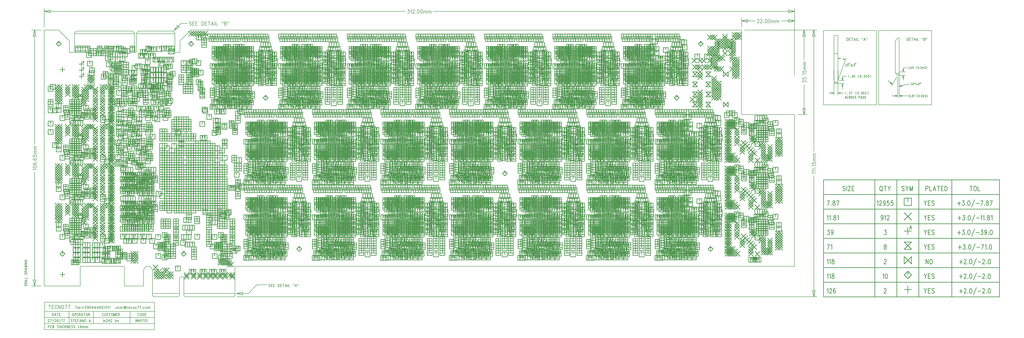
<source format=gbr>
%FSLAX35Y35*%
%MOIN*%
%SFA1.000B1.000*%

G04 Copyright (c) 2015-2018 in2H2 inc.
G04 System developed for in2H2 inc. by Intermotion Technology, Inc.
G04 
G04 Full system RTL, C sources and board design files available at https://github.com/nearist
G04 
G04 in2H2 inc. Team Members:
G04 - Chris McCormick - Algorithm Research and Design
G04 - Matt McCormick - Board Production, System Q/A
G04 
G04 Intermotion Technology Inc. Team Members:
G04 - Mick Fandrich - Project Lead
G04 - Dr. Ludovico Minati - Board Architecture and Design, FPGA Technology Advisor
G04 - Vardan Movsisyan - RTL Team Lead
G04 - Khachatur Gyozalyan - RTL Design
G04 - Tigran Papazyan - RTL Design
G04 - Taron Harutyunyan - RTL Design
G04 - Hayk Ghaltaghchyan - System Software
G04 
G04 Tecno77 S.r.l. Team Members:
G04 - Stefano Aldrigo, Board Layout Design
G04 
G04 We dedicate this project to the memory of Bruce McCormick, an AI pioneer
G04 and advocate, a good friend and father.
G04 
G04 These materials are provided free of charge: you can redistribute them and/or modify  
G04 them under the terms of the GNU General Public License as published by  
G04 the Free Software Foundation, version 3.
G04 
G04 These materials are distributed in the hope that they will be useful, but 
G04 WITHOUT ANY WARRANTY; without even the implied warranty of 
G04 MERCHANTABILITY or FITNESS FOR A PARTICULAR PURPOSE. See the GNU 
G04 General Public License for more details.
G04 In particular, this design should be treated as UNVERIFIED and UNCERTIFIED
G04 
G04 You should have received a copy of the GNU General Public License 
G04 along with this design. If not, see <http://www.gnu.org/licenses/>.

%FSLAX35Y35*%
%MOIN*%
%SFA1.000B1.000*%

%MIA0B0*%
%IPPOS*%
%ADD10C,0.00100*%
%ADD11C,0.00800*%
%ADD26C,0.01000*%
%ADD77C,0.00700*%
%ADD106C,0.00600*%
%LNdrilldrawing.gb*%
%LPD*%
G54D10*X100000Y117717D02*G01X100003D01*X100000Y537598D02*G01X100003D01*X100000D02*G01X100003D01*X1328346Y458858D02*G01X1328349D01*X410236Y100000D02*G01X410239D01*X1241732Y537598D02*G01X1241735D01*X1328346Y399213D02*G01X1328349D01*X1241732Y537598D02*G01X1241735D01*X1328346Y458858D02*G01X1328349D01*X1241732Y537598D02*G01X1241735D01*G54D11*X1512211Y524876D02*G01Y520479D01*Y524876D02*G01X1513404D01*X1513916Y524666*X1514256Y524247*X1514427Y523829*X1514597Y523201*Y522154*X1514427Y521526*X1514256Y521107*X1513916Y520688*X1513404Y520479*X1512211*X1516131Y524876D02*G01Y520479D01*Y524876D02*G01X1518347D01*X1516131Y522782D02*G01X1517495D01*X1516131Y520479D02*G01X1518347D01*X1521075Y524876D02*G01Y520479D01*X1519881Y524876D02*G01X1522268D01*X1525166D02*G01X1523802Y520479D01*X1525166Y524876D02*G01X1526529Y520479D01*X1524313Y521944D02*G01X1526018D01*X1528063Y524876D02*G01Y520479D01*X1529597Y524876D02*G01Y520479D01*X1531643*X1537097Y524876D02*G01Y523410D01*X1538461Y524876D02*G01Y523410D01*X1539995Y524876D02*G01Y520479D01*Y524876D02*G01X1541529D01*X1542041Y524666*X1542211Y524457*X1542381Y524038*Y523619*X1542211Y523201*X1542041Y522991*X1541529Y522782*X1539995D02*G01X1541529D01*X1542041Y522572*X1542211Y522363*X1542381Y521944*Y521316*X1542211Y520897*X1542041Y520688*X1541529Y520479*X1539995*X1543916Y524876D02*G01Y523410D01*X1545279Y524876D02*G01Y523410D01*X1413786Y524876D02*G01Y520479D01*Y524876D02*G01X1414979D01*X1415490Y524666*X1415831Y524247*X1416002Y523829*X1416172Y523201*Y522154*X1416002Y521526*X1415831Y521107*X1415490Y520688*X1414979Y520479*X1413786*X1417706Y524876D02*G01Y520479D01*Y524876D02*G01X1419922D01*X1417706Y522782D02*G01X1419070D01*X1417706Y520479D02*G01X1419922D01*X1422649Y524876D02*G01Y520479D01*X1421456Y524876D02*G01X1423843D01*X1426740D02*G01X1425377Y520479D01*X1426740Y524876D02*G01X1428104Y520479D01*X1425888Y521944D02*G01X1427593D01*X1429638Y524876D02*G01Y520479D01*X1431172Y524876D02*G01Y520479D01*X1433218*X1438672Y524876D02*G01Y523410D01*X1440036Y524876D02*G01Y523410D01*X1442934Y524876D02*G01X1441570Y520479D01*X1442934Y524876D02*G01X1444297Y520479D01*X1442081Y521944D02*G01X1443786D01*X1445831Y524876D02*G01Y523410D01*X1447195Y524876D02*G01Y523410D01*X100000Y117717D02*G01Y537598D01*X123819*X141339Y520079*Y500924*X149606*Y533024*X152606Y536024*X244806*X247806Y533024*Y502762*Y502762D02*G75*G03X251406Y502762I1800D01*Y502762D02*G01Y533024D01*X254406Y536024*X311106*X314106Y533024*Y500924*X322441*Y520079*X339961Y537598*X1241732*Y399213*X1328346*Y150197*X412200*Y102000*X410200Y100000*X330750*X328750Y102000*Y129296*Y129295D02*G03X321250Y129295I-3750J26D01*Y129296D02*G01Y102000D01*X319250Y100000*X279200*X277200Y102000*Y142947*Y142946D02*G03X262800Y142946I-7200J51D01*Y142947D02*G01Y117717D01*X231300*Y150197*X159055*Y117717*X100000*X414567Y105512D02*G01X434256D01*X448427Y119683*X464173*X414567Y105512D02*G01X424567Y108012D01*Y103012*X414567Y105512*X469960Y120102D02*G01X469619Y120521D01*X469107Y120730*X468426*Y120730D02*G01X467914Y120521D01*X467573Y120102*Y119683*X467744Y119264*X467914Y119055*X468255Y118846*X469278Y118427*X469619Y118217*X469789Y118008*X469960Y117589*Y116961*X469619Y116542*X469107Y116333*X468426*Y116333D02*G01X467914Y116542D01*X467573Y116961*X471494Y120730D02*G01Y116333D01*Y120730D02*G01X473710D01*X471494Y118636D02*G01X472857D01*X471494Y116333D02*G01X473710D01*X475244Y120730D02*G01Y116333D01*Y120730D02*G01X477460D01*X475244Y118636D02*G01X476607D01*X475244Y116333D02*G01X477460D01*X482914Y120730D02*G01Y116333D01*Y120730D02*G01X484107D01*X484619Y120521*X484960Y120102*X485130Y119683*X485301Y119055*Y119055D02*G01Y118008D01*Y118008D02*G01X485130Y117380D01*X484960Y116961*X484619Y116542*X484107Y116333*X482914*X486835Y120730D02*G01Y116333D01*Y120730D02*G01X489051D01*X486835Y118636D02*G01X488198D01*X486835Y116333D02*G01X489051D01*X491778Y120730D02*G01Y116333D01*X490585Y120730D02*G01X492971D01*X495869D02*G01X494505Y116333D01*X495869Y120730D02*G01X497232Y116333D01*X495016Y117799D02*G01X496721D01*X498766Y120730D02*G01Y116333D01*X500301Y120730D02*G01Y116333D01*Y116333D02*G01X502346D01*X507801Y120730D02*G01Y119264D01*X509164Y120730D02*G01Y119264D01*X512062Y120730D02*G01X510698Y116333D01*X512062Y120730D02*G01X513426Y116333D01*X511210Y117799D02*G01X512914D01*X514960Y120730D02*G01Y119264D01*X516323Y120730D02*G01Y119264D01*X84252Y117717D02*G01Y304998D01*Y117717D02*G01X81752Y127717D01*X86752*X84252Y117717*Y537598D02*G01Y350317D01*Y537598D02*G01X86752Y527598D01*X81752*X84252Y537598*X95000Y117717D02*G01X79252D01*X95000Y537598D02*G01X79252D01*X82714Y308398D02*G01X82427Y308853D01*X81564Y309535*X87602*X81564Y312944D02*G01X81852Y312262D01*X82714Y311807*X84152Y311580*X85014*X86452Y311807*X87314Y312262*X87602Y312944*Y313398*X87314Y314080*X86452Y314535*X85014Y314762*X84152*X82714Y314535*X81852Y314080*X81564Y313398*Y312944*X82427Y319535D02*G01X81852Y319307D01*X81564Y318626*Y318171*X81852Y317489*X82714Y317035*X84152Y316807*X85589*X86739Y317035*X87314Y317489*X87602Y318171*Y318398*X87314Y319080*X86739Y319535*X85877Y319762*X85589*X84727Y319535*X84152Y319080*X83864Y318398*Y318171*X84152Y317489*X84727Y317035*X85589Y316807*X87027Y322035D02*G01X87314Y321807D01*X87602Y322035*X87314Y322262*X87027Y322035*X82427Y327035D02*G01X81852Y326807D01*X81564Y326126*Y325671*X81852Y324989*X82714Y324535*X84152Y324307*X85589*X86739Y324535*X87314Y324989*X87602Y325671*Y325898*X87314Y326580*X86739Y327035*X85877Y327262*X85589*X84727Y327035*X84152Y326580*X83864Y325898*Y325671*X84152Y324989*X84727Y324535*X85589Y324307*X81564Y332262D02*G01Y329989D01*X84152Y329762*X83864Y329989*X83577Y330671*Y331353*X83864Y332035*X84439Y332489*X85302Y332717*X85877Y332489*X86739Y332262*X87314Y331807*X87602Y331126*Y330444*X87314Y329762*X87027Y329535*X86452Y329307*X83577Y334762D02*G01X87602D01*X84727D02*G01X83864Y335444D01*X83577Y335898*Y336580*X83864Y337035*X84727Y337262*X87602*X84727D02*G01X83864Y337944D01*X83577Y338398*Y339080*X83864Y339535*X84727Y339762*X87602*X83577Y341807D02*G01X87602D01*X84727D02*G01X83864Y342489D01*X83577Y342944*Y343626*X83864Y344080*X84727Y344307*X87602*X84727D02*G01X83864Y344989D01*X83577Y345444*Y346126*X83864Y346580*X84727Y346807*X87602*X100551Y91004D02*G01X280551D01*Y56004*X100551*Y91004*Y76004D02*G01X280551D01*X100551Y66004D02*G01X280551D01*X140551Y76004D02*G01Y56004D01*X180551Y76004D02*G01Y56004D01*X240551Y76004D02*G01Y56004D01*X109042Y86441D02*G01Y80404D01*X107451Y86441D02*G01X110633D01*X112678D02*G01Y80404D01*Y86441D02*G01X115633D01*X112678Y83566D02*G01X114497D01*X112678Y80404D02*G01X115633D01*X121088Y85004D02*G01X120860Y85579D01*X120406Y86154*X119951Y86441*X119042*X118588Y86154*X118133Y85579*X117906Y85004*X117678Y84141*Y82704*X117906Y81841*X118133Y81266*X118588Y80691*X119042Y80404*X119951*X120406Y80691*X120860Y81266*X121088Y81841*X123133Y86441D02*G01Y80404D01*Y86441D02*G01X126315Y80404D01*Y86441D02*G01Y80404D01*X129724Y86441D02*G01X129269Y86154D01*X128815Y85579*X128588Y85004*X128360Y84141*Y82704*X128588Y81841*X128815Y81266*X129269Y80691*X129724Y80404*X130633*X131088Y80691*X131542Y81266*X131769Y81841*X131997Y82704*Y84141*X131769Y85004*X131542Y85579*X131088Y86154*X130633Y86441*X129724*X137224D02*G01X134951Y80404D01*X134042Y86441D02*G01X137224D01*X142451D02*G01X140178Y80404D01*X139269Y86441D02*G01X142451D01*X100551Y56004D02*G01Y46004D01*X280551*Y56004*X67972Y118117D02*G01X72041D01*X67972D02*G01Y119230D01*X68166Y119707*X68553Y120026*X68941Y120185*X69522Y120344*X70491*X71072Y120185*X71460Y120026*X71847Y119707*X72041Y119230*Y118117*X67972Y121776D02*G01X72041D01*X67972D02*G01Y123207D01*X68166Y123685*X68360Y123844*X68747Y124003*X69135*X69522Y123844*X69716Y123685*X69910Y123207*Y121776*Y122889D02*G01X72041Y124003D01*X67972Y125435D02*G01X72041D01*X67972Y126867D02*G01X72041D01*Y128776*X67972Y130207D02*G01X72041D01*Y132117*X67972Y137207D02*G01X72041D01*X67972D02*G01Y138321D01*X68166Y138798*X68553Y139117*X68941Y139276*X69522Y139435*X70491*X71072Y139276*X71460Y139117*X71847Y138798*X72041Y138321*Y137207*X67972Y140867D02*G01X72041D01*X67972D02*G01Y142298D01*X68166Y142776*X68360Y142935*X68747Y143094*X69135*X69522Y142935*X69716Y142776*X69910Y142298*Y140867*Y141980D02*G01X72041Y143094D01*X67972Y145798D02*G01X72041Y144526D01*X67972Y145798D02*G01X72041Y147071D01*X70685Y145003D02*G01Y146594D01*X67972Y148503D02*G01X72041Y149298D01*X67972Y150094D02*G01X72041Y149298D01*X67972Y150094D02*G01X72041Y150889D01*X67972Y151685D02*G01X72041Y150889D01*X67972Y153117D02*G01X72041D01*X67972Y154548D02*G01X72041D01*X67972D02*G01X72041Y156776D01*X67972D02*G01X72041D01*X68941Y160594D02*G01X68553Y160435D01*X68166Y160117*X67972Y159798*Y159162*X68166Y158844*X68553Y158526*X68941Y158367*X69522Y158207*X70491*X71072Y158367*X71460Y158526*X71847Y158844*X72041Y159162*Y159798*X71847Y160117*X71460Y160435*X71072Y160594*X70491*Y159798D02*G01Y160594D01*X100000Y568504D02*G01X691401D01*X100000D02*G01X110000Y571004D01*Y566004*X100000Y568504*X1328346D02*G01X736946D01*X1328346D02*G01X1318346Y566004D01*Y571004*X1328346Y568504*X100000Y542598D02*G01Y573504D01*X1328346Y463858D02*G01Y573504D01*X695255Y571191D02*G01X697755D01*X696391Y568891*X697073*X697528Y568604*X697755Y568316*X697982Y567454*Y566879*X697755Y566016*X697301Y565441*Y565441D02*G01X696619Y565154D01*X695937*X695255Y565441*X695028Y565729*X694801Y566304*X700028Y570041D02*G01X700482Y570329D01*X701164Y571191*Y565154*X703437Y569754D02*G01Y570041D01*X703664Y570616*X703891Y570904*X704346Y571191*X705255*X705710Y570904*X705937Y570616*X706164Y570041*Y569466*X705937Y568891*X705482Y568029*X703210Y565154*X706391*X708664Y565729D02*G01X708437Y565441D01*X708664Y565154*X708891Y565441*X708664Y565729*X712301Y571191D02*G01X711619Y570904D01*X711164Y570041*X710937Y568604*Y567741*X711164Y566304*X711619Y565441*X712301Y565154*Y565154D02*G01X712755D01*X713437Y565441*X713891Y566304*X714119Y567741*Y568604*X713891Y570041*X713437Y570904*X712755Y571191*X712301*X717528D02*G01X716846Y570904D01*X716391Y570041*X716164Y568604*Y567741*X716391Y566304*X716846Y565441*X717528Y565154*X717982*X718664Y565441*X719119Y566304*X719346Y567741*Y568604*X719119Y570041*X718664Y570904*X717982Y571191*X717528*X721391Y569179D02*G01Y565154D01*Y568029D02*G01X722073Y568891D01*X722528Y569179*X723210*X723664Y568891*X723891Y568029*Y565154*Y568029D02*G01X724573Y568891D01*X725028Y569179*X725710*X726164Y568891*X726391Y568029*Y565154*X728437Y569179D02*G01Y565154D01*Y568029D02*G01X729119Y568891D01*X729573Y569179*X730255*X730710Y568891*X730937Y568029*Y565154*Y568029D02*G01X731619Y568891D01*X732073Y569179*X732755*X733210Y568891*X733437Y568029*Y565154*X1359843Y100000D02*G01Y298981D01*Y100000D02*G01X1357343Y110000D01*X1362343*X1359843Y100000*Y537598D02*G01Y338617D01*Y537598D02*G01X1362343Y527598D01*X1357343*X1359843Y537598*X415236Y100000D02*G01X1364843D01*X1246732Y537598D02*G01X1364843D01*X1358305Y302381D02*G01X1358018Y302836D01*X1357155Y303517*X1363193*X1358305Y305563D02*G01X1358018Y306017D01*X1357155Y306699*X1363193*X1358305Y308745D02*G01X1358018Y309199D01*X1357155Y309881*X1363193*X1362618Y312154D02*G01X1362905Y311926D01*X1363193Y312154*X1362905Y312381*X1362618Y312154*X1358305Y314426D02*G01X1358018Y314881D01*X1357155Y315563*X1363193*X1357155Y320563D02*G01Y318290D01*X1359743Y318063*X1359455Y318290*X1359168Y318972*Y319654*X1359455Y320336*X1360030Y320790*X1360893Y321017*X1361468Y320790*X1362330Y320563*X1362905Y320108*X1363193Y319426*Y318745*X1362905Y318063*X1362618Y317836*X1362043Y317608*X1359168Y323063D02*G01X1363193D01*X1360318D02*G01X1359455Y323745D01*X1359168Y324199*Y324881*X1359455Y325336*X1360318Y325563*X1363193*X1360318D02*G01X1359455Y326245D01*X1359168Y326699*Y327381*X1359455Y327836*X1360318Y328063*X1363193*X1359168Y330108D02*G01X1363193D01*X1360318D02*G01X1359455Y330790D01*X1359168Y331245*Y331926*X1359455Y332381*X1360318Y332608*X1363193*X1360318D02*G01X1359455Y333290D01*X1359168Y333745*Y334426*X1359455Y334881*X1360318Y335108*X1363193*X1344094Y399213D02*G01Y448019D01*Y399213D02*G01X1341594Y409213D01*X1346594*X1344094Y399213*Y537598D02*G01Y488792D01*Y537598D02*G01X1346594Y527598D01*X1341594*X1344094Y537598*X1333346Y399213D02*G01X1349094D01*X1246732Y537598D02*G01X1349094D01*X1341407Y451874D02*G01Y454374D01*X1343707Y453010*Y453692*X1343994Y454146*X1344282Y454374*X1345144Y454601*X1345719*X1346582Y454374*X1347157Y453919*X1347444Y453237*Y452556*X1347157Y451874*X1346869Y451646*X1346294Y451419*X1341407Y459601D02*G01Y457328D01*X1343994Y457101*X1343707Y457328*X1343419Y458010*Y458692*X1343707Y459374*X1344282Y459828*X1345144Y460056*X1345719Y459828*X1346582Y459601*X1347157Y459146*X1347444Y458465*Y457783*X1347157Y457101*X1346869Y456874*X1346294Y456646*X1346869Y462328D02*G01X1347157Y462101D01*X1347444Y462328*X1347157Y462556*X1346869Y462328*X1342557Y464601D02*G01X1342269Y465056D01*X1341407Y465737*X1347444*X1341407Y470737D02*G01Y468465D01*X1343994Y468237*X1343707Y468465*X1343419Y469146*Y469828*X1343707Y470510*X1344282Y470965*X1345144Y471192*X1345719Y470965*X1346582Y470737*X1347157Y470283*X1347444Y469601*Y468919*X1347157Y468237*X1346869Y468010*X1346294Y467783*X1343419Y473237D02*G01X1347444D01*X1344569D02*G01X1343707Y473919D01*X1343419Y474374*Y475056*X1343707Y475510*X1344569Y475737*X1347444*X1344569D02*G01X1343707Y476419D01*X1343419Y476874*Y477556*X1343707Y478010*X1344569Y478237*X1347444*X1343419Y480283D02*G01X1347444D01*X1344569D02*G01X1343707Y480965D01*X1343419Y481419*Y482101*X1343707Y482556*X1344569Y482783*X1347444*X1344569D02*G01X1343707Y483465D01*X1343419Y483919*Y484601*X1343707Y485056*X1344569Y485283*X1347444*X1328346Y552756D02*G01X1306221D01*X1328346D02*G01X1318346Y550256D01*Y555256*X1328346Y552756*X1241732D02*G01X1263858D01*X1241732D02*G01X1251732Y555256D01*Y550256*X1241732Y552756*X1328346Y463858D02*G01Y557756D01*X1241732Y542598D02*G01Y557756D01*X1267485Y554006D02*G01Y554293D01*X1267712Y554868*X1267939Y555156*X1268394Y555443*X1269303*X1269758Y555156*X1269985Y554868*X1270212Y554293*Y553718*X1269985Y553143*X1269530Y552281*X1267258Y549406*X1270439*X1272712Y554006D02*G01Y554293D01*X1272939Y554868*X1273167Y555156*X1273621Y555443*X1274530*X1274985Y555156*X1275212Y554868*X1275439Y554293*Y553718*X1275212Y553143*X1274758Y552281*X1272485Y549406*X1275667*X1277939Y549981D02*G01X1277712Y549693D01*X1277939Y549406*X1278167Y549693*X1277939Y549981*X1281576Y555443D02*G01X1280894Y555156D01*X1280439Y554293*X1280212Y552856*Y551993*X1280439Y550556*X1280894Y549693*X1281576Y549406*X1282030*X1282712Y549693*X1283167Y550556*X1283394Y551993*Y552856*X1283167Y554293*X1282712Y555156*X1282030Y555443*X1281576*X1286803D02*G01X1286121Y555156D01*X1285667Y554293*X1285439Y552856*Y551993*X1285667Y550556*X1286121Y549693*X1286803Y549406*X1287258*X1287939Y549693*X1288394Y550556*X1288621Y551993*Y552856*X1288394Y554293*X1287939Y555156*X1287258Y555443*X1286803*X1290667Y553431D02*G01Y549406D01*Y552281D02*G01X1291348Y553143D01*X1291803Y553431*X1292485*X1292939Y553143*X1293167Y552281*Y549406*Y552281D02*G01X1293848Y553143D01*X1294303Y553431*X1294985*X1295439Y553143*X1295667Y552281*Y549406*X1297712Y553431D02*G01Y549406D01*Y552281D02*G01X1298394Y553143D01*X1298848Y553431*X1299530*X1299985Y553143*X1300212Y552281*Y549406*Y552281D02*G01X1300894Y553143D01*X1301348Y553431*X1302030*X1302485Y553143*X1302712Y552281*Y549406*X1466142Y414961D02*G01X1552756D01*Y537008*X1466142*Y414961*X312598Y537008D02*G01X324409Y548819D01*X334252*X312598Y537008D02*G01X317902Y545847D01*X321437Y542311*X312598Y537008*X340834Y550644D02*G01X340379Y551219D01*X339697Y551506*X338788*X338107Y551219*X337652Y550644*Y550069*X337879Y549494*X338107Y549206*X338561Y548919*X339925Y548344*X340379Y548056*X340607Y547769*X340834Y547194*Y546331*X340379Y545756*X339697Y545469*X338788*X338107Y545756*X337652Y546331*X342879Y551506D02*G01Y545469D01*Y551506D02*G01X345834D01*X342879Y548631D02*G01X344697D01*X342879Y545469D02*G01X345834D01*X347879Y551506D02*G01Y545469D01*Y551506D02*G01X350834D01*X347879Y548631D02*G01X349697D01*X347879Y545469D02*G01X350834D01*X358107Y551506D02*G01Y545469D01*Y551506D02*G01X359697D01*X360379Y551219*X360834Y550644*X361061Y550069*X361288Y549206*Y547769*X361061Y546906*X360834Y546331*X360379Y545756*X359697Y545469*X358107*X363334Y551506D02*G01Y545469D01*Y551506D02*G01X366288D01*X363334Y548631D02*G01X365152D01*X363334Y545469D02*G01X366288D01*X369925Y551506D02*G01Y545469D01*X368334Y551506D02*G01X371516D01*X375379D02*G01X373561Y545469D01*X375379Y551506D02*G01X377197Y545469D01*X374243Y547481D02*G01X376516D01*X379243Y551506D02*G01Y545469D01*X381288Y551506D02*G01Y545469D01*X384016*X391288Y551506D02*G01Y549494D01*X393107Y551506D02*G01Y549494D01*X395152Y551506D02*G01Y545469D01*Y551506D02*G01X397197D01*X397879Y551219*X398107Y550931*X398334Y550356*Y549781*X398107Y549206*X397879Y548919*X397197Y548631*X395152D02*G01X397197D01*X397879Y548344*X398107Y548056*X398334Y547481*Y546619*X398107Y546044*X397879Y545756*X397197Y545469*X395152*X400379Y551506D02*G01Y549494D01*X402197Y551506D02*G01Y549494D01*X1375591Y414961D02*G01X1462205D01*Y537008*X1375591*Y414961*G54D26*X125528Y136811D02*G01X133528D01*X129528Y132811D02*G01Y140811D01*X125528Y473011D02*G01X133528D01*X129528Y469011D02*G01Y477011D01*X1183008Y461354D02*G01X1191008D01*X1183008Y469354*X1191008*X1183008Y461354*Y444819D02*G01X1191008D01*X1183008Y452819*X1191008*X1183008Y444819*Y428283D02*G01X1191008D01*X1183008Y436283*X1191008*X1183008Y428283*Y411748D02*G01X1191008D01*X1183008Y419748*X1191008*X1183008Y411748*X1161354Y461354D02*G01X1169354D01*X1161354Y469354*X1169354*X1161354Y461354*Y444819D02*G01X1169354D01*X1161354Y452819*X1169354*X1161354Y444819*Y428283D02*G01X1169354D01*X1161354Y436283*X1169354*X1161354Y428283*Y411748D02*G01X1169354D01*X1161354Y419748*X1169354*X1161354Y411748*X1211748D02*G01X1219748Y419748D01*Y411748*X1211748Y419748*Y411748*Y461354D02*G01X1219748Y469354D01*Y461354*X1211748Y469354*Y461354*X157024Y462047D02*G01X165024D01*X161024Y458047D02*G01Y466047D01*X163933Y467328D02*G01X163024Y464047D01*X163933Y467328D02*G01X164842Y464047D01*X163365Y465141D02*G01X164501D01*X157024Y472047D02*G01X165024D01*X161024Y468047D02*G01Y476047D01*X163933Y477328D02*G01X163024Y474047D01*X163933Y477328D02*G01X164842Y474047D01*X163365Y475141D02*G01X164501D01*X157024Y482047D02*G01X165024D01*X161024Y478047D02*G01Y486047D01*X163933Y487328D02*G01X163024Y484047D01*X163933Y487328D02*G01X164842Y484047D01*X163365Y485141D02*G01X164501D01*X431433Y462142D02*G01X439433D01*Y470142*X431433*Y462142*X435433Y466142D02*G01Y470142D01*X431433Y458992D02*G01X439433D01*Y466992*X431433*Y458992*X435433Y462992D02*G01Y466992D01*X431433Y455843D02*G01X439433D01*Y463843*X431433*Y455843*X435433Y459843D02*G01Y463843D01*X431433Y452693D02*G01X439433D01*Y460693*X431433*Y452693*X435433Y456693D02*G01Y460693D01*X434583Y446394D02*G01X442583D01*Y454394*X434583*Y446394*X438583Y450394D02*G01Y454394D01*X434583Y462142D02*G01X442583D01*Y470142*X434583*Y462142*X438583Y466142D02*G01Y470142D01*X434583Y458992D02*G01X442583D01*Y466992*X434583*Y458992*X438583Y462992D02*G01Y466992D01*X434583Y455843D02*G01X442583D01*Y463843*X434583*Y455843*X438583Y459843D02*G01Y463843D01*X434583Y452693D02*G01X442583D01*Y460693*X434583*Y452693*X438583Y456693D02*G01Y460693D01*X434583Y449543D02*G01X442583D01*Y457543*X434583*Y449543*X438583Y453543D02*G01Y457543D01*X428283Y462142D02*G01X436283D01*Y470142*X428283*Y462142*X432283Y466142D02*G01Y470142D01*X428283Y458992D02*G01X436283D01*Y466992*X428283*Y458992*X432283Y462992D02*G01Y466992D01*X425134Y462142D02*G01X433134D01*Y470142*X425134*Y462142*X429134Y466142D02*G01Y470142D01*X425134Y458992D02*G01X433134D01*Y466992*X425134*Y458992*X429134Y462992D02*G01Y466992D01*X421984Y462142D02*G01X429984D01*Y470142*X421984*Y462142*X425984Y466142D02*G01Y470142D01*X421984Y458992D02*G01X429984D01*Y466992*X421984*Y458992*X425984Y462992D02*G01Y466992D01*X425134Y468441D02*G01X433134D01*Y476441*X425134*Y468441*X429134Y472441D02*G01Y476441D01*X412535Y462142D02*G01X420535D01*Y470142*X412535*Y462142*X416535Y466142D02*G01Y470142D01*X421984Y468441D02*G01X429984D01*Y476441*X421984*Y468441*X425984Y472441D02*G01Y476441D01*X421984Y465291D02*G01X429984D01*Y473291*X421984*Y465291*X425984Y469291D02*G01Y473291D01*X421984Y477890D02*G01X429984D01*Y485890*X421984*Y477890*X425984Y481890D02*G01Y485890D01*X421984Y474740D02*G01X429984D01*Y482740*X421984*Y474740*X425984Y478740D02*G01Y482740D01*X421984Y471591D02*G01X429984D01*Y479591*X421984*Y471591*X425984Y475591D02*G01Y479591D01*X418835Y471591D02*G01X426835D01*Y479591*X418835*Y471591*X422835Y475591D02*G01Y479591D01*X428283Y471591D02*G01X436283D01*Y479591*X428283*Y471591*X432283Y475591D02*G01Y479591D01*X431433Y474740D02*G01X439433D01*Y482740*X431433*Y474740*X435433Y478740D02*G01Y482740D01*X434583Y471591D02*G01X442583D01*Y479591*X434583*Y471591*X438583Y475591D02*G01Y479591D01*X434583Y468441D02*G01X442583D01*Y476441*X434583*Y468441*X438583Y472441D02*G01Y476441D01*X434583Y474740D02*G01X442583D01*Y482740*X434583*Y474740*X438583Y478740D02*G01Y482740D01*X486551Y338126D02*G01X494551D01*Y346126*X486551*Y338126*X490551Y342126D02*G01Y346126D01*X486551Y334976D02*G01X494551D01*Y342976*X486551*Y334976*X490551Y338976D02*G01Y342976D01*X486551Y331827D02*G01X494551D01*Y339827*X486551*Y331827*X490551Y335827D02*G01Y339827D01*X486551Y328677D02*G01X494551D01*Y336677*X486551*Y328677*X490551Y332677D02*G01Y336677D01*X489701Y322378D02*G01X497701D01*Y330378*X489701*Y322378*X493701Y326378D02*G01Y330378D01*X489701Y338126D02*G01X497701D01*Y346126*X489701*Y338126*X493701Y342126D02*G01Y346126D01*X489701Y334976D02*G01X497701D01*Y342976*X489701*Y334976*X493701Y338976D02*G01Y342976D01*X489701Y331827D02*G01X497701D01*Y339827*X489701*Y331827*X493701Y335827D02*G01Y339827D01*X489701Y328677D02*G01X497701D01*Y336677*X489701*Y328677*X493701Y332677D02*G01Y336677D01*X489701Y325528D02*G01X497701D01*Y333528*X489701*Y325528*X493701Y329528D02*G01Y333528D01*X483402Y338126D02*G01X491402D01*Y346126*X483402*Y338126*X487402Y342126D02*G01Y346126D01*X483402Y334976D02*G01X491402D01*Y342976*X483402*Y334976*X487402Y338976D02*G01Y342976D01*X480252Y338126D02*G01X488252D01*Y346126*X480252*Y338126*X484252Y342126D02*G01Y346126D01*X480252Y334976D02*G01X488252D01*Y342976*X480252*Y334976*X484252Y338976D02*G01Y342976D01*X477102Y338126D02*G01X485102D01*Y346126*X477102*Y338126*X481102Y342126D02*G01Y346126D01*X477102Y334976D02*G01X485102D01*Y342976*X477102*Y334976*X481102Y338976D02*G01Y342976D01*X480252Y344425D02*G01X488252D01*Y352425*X480252*Y344425*X484252Y348425D02*G01Y352425D01*X467654Y338126D02*G01X475654D01*Y346126*X467654*Y338126*X471654Y342126D02*G01Y346126D01*X477102Y344425D02*G01X485102D01*Y352425*X477102*Y344425*X481102Y348425D02*G01Y352425D01*X477102Y341276D02*G01X485102D01*Y349276*X477102*Y341276*X481102Y345276D02*G01Y349276D01*X477102Y353874D02*G01X485102D01*Y361874*X477102*Y353874*X481102Y357874D02*G01Y361874D01*X477102Y350724D02*G01X485102D01*Y358724*X477102*Y350724*X481102Y354724D02*G01Y358724D01*X477102Y347575D02*G01X485102D01*Y355575*X477102*Y347575*X481102Y351575D02*G01Y355575D01*X473953Y347575D02*G01X481953D01*Y355575*X473953*Y347575*X477953Y351575D02*G01Y355575D01*X483402Y347575D02*G01X491402D01*Y355575*X483402*Y347575*X487402Y351575D02*G01Y355575D01*X486551Y350724D02*G01X494551D01*Y358724*X486551*Y350724*X490551Y354724D02*G01Y358724D01*X489701Y347575D02*G01X497701D01*Y355575*X489701*Y347575*X493701Y351575D02*G01Y355575D01*X489701Y344425D02*G01X497701D01*Y352425*X489701*Y344425*X493701Y348425D02*G01Y352425D01*X489701Y350724D02*G01X497701D01*Y358724*X489701*Y350724*X493701Y354724D02*G01Y358724D01*X486551Y214110D02*G01X494551D01*Y222110*X486551*Y214110*X490551Y218110D02*G01Y222110D01*X486551Y210961D02*G01X494551D01*Y218961*X486551*Y210961*X490551Y214961D02*G01Y218961D01*X486551Y207811D02*G01X494551D01*Y215811*X486551*Y207811*X490551Y211811D02*G01Y215811D01*X486551Y204661D02*G01X494551D01*Y212661*X486551*Y204661*X490551Y208661D02*G01Y212661D01*X489701Y198362D02*G01X497701D01*Y206362*X489701*Y198362*X493701Y202362D02*G01Y206362D01*X489701Y214110D02*G01X497701D01*Y222110*X489701*Y214110*X493701Y218110D02*G01Y222110D01*X489701Y210961D02*G01X497701D01*Y218961*X489701*Y210961*X493701Y214961D02*G01Y218961D01*X489701Y207811D02*G01X497701D01*Y215811*X489701*Y207811*X493701Y211811D02*G01Y215811D01*X489701Y204661D02*G01X497701D01*Y212661*X489701*Y204661*X493701Y208661D02*G01Y212661D01*X489701Y201512D02*G01X497701D01*Y209512*X489701*Y201512*X493701Y205512D02*G01Y209512D01*X483402Y214110D02*G01X491402D01*Y222110*X483402*Y214110*X487402Y218110D02*G01Y222110D01*X483402Y210961D02*G01X491402D01*Y218961*X483402*Y210961*X487402Y214961D02*G01Y218961D01*X480252Y214110D02*G01X488252D01*Y222110*X480252*Y214110*X484252Y218110D02*G01Y222110D01*X480252Y210961D02*G01X488252D01*Y218961*X480252*Y210961*X484252Y214961D02*G01Y218961D01*X477102Y214110D02*G01X485102D01*Y222110*X477102*Y214110*X481102Y218110D02*G01Y222110D01*X477102Y210961D02*G01X485102D01*Y218961*X477102*Y210961*X481102Y214961D02*G01Y218961D01*X480252Y220409D02*G01X488252D01*Y228409*X480252*Y220409*X484252Y224409D02*G01Y228409D01*X467654Y214110D02*G01X475654D01*Y222110*X467654*Y214110*X471654Y218110D02*G01Y222110D01*X477102Y220409D02*G01X485102D01*Y228409*X477102*Y220409*X481102Y224409D02*G01Y228409D01*X477102Y217260D02*G01X485102D01*Y225260*X477102*Y217260*X481102Y221260D02*G01Y225260D01*X477102Y229858D02*G01X485102D01*Y237858*X477102*Y229858*X481102Y233858D02*G01Y237858D01*X477102Y226709D02*G01X485102D01*Y234709*X477102*Y226709*X481102Y230709D02*G01Y234709D01*X477102Y223559D02*G01X485102D01*Y231559*X477102*Y223559*X481102Y227559D02*G01Y231559D01*X473953Y223559D02*G01X481953D01*Y231559*X473953*Y223559*X477953Y227559D02*G01Y231559D01*X483402Y223559D02*G01X491402D01*Y231559*X483402*Y223559*X487402Y227559D02*G01Y231559D01*X486551Y226709D02*G01X494551D01*Y234709*X486551*Y226709*X490551Y230709D02*G01Y234709D01*X489701Y223559D02*G01X497701D01*Y231559*X489701*Y223559*X493701Y227559D02*G01Y231559D01*X489701Y220409D02*G01X497701D01*Y228409*X489701*Y220409*X493701Y224409D02*G01Y228409D01*X489701Y226709D02*G01X497701D01*Y234709*X489701*Y226709*X493701Y230709D02*G01Y234709D01*X543638Y462142D02*G01X551638D01*Y470142*X543638*Y462142*X547638Y466142D02*G01Y470142D01*X543638Y458992D02*G01X551638D01*Y466992*X543638*Y458992*X547638Y462992D02*G01Y466992D01*X543638Y455843D02*G01X551638D01*Y463843*X543638*Y455843*X547638Y459843D02*G01Y463843D01*X543638Y452693D02*G01X551638D01*Y460693*X543638*Y452693*X547638Y456693D02*G01Y460693D01*X546787Y446394D02*G01X554787D01*Y454394*X546787*Y446394*X550787Y450394D02*G01Y454394D01*X546787Y462142D02*G01X554787D01*Y470142*X546787*Y462142*X550787Y466142D02*G01Y470142D01*X546787Y458992D02*G01X554787D01*Y466992*X546787*Y458992*X550787Y462992D02*G01Y466992D01*X546787Y455843D02*G01X554787D01*Y463843*X546787*Y455843*X550787Y459843D02*G01Y463843D01*X546787Y452693D02*G01X554787D01*Y460693*X546787*Y452693*X550787Y456693D02*G01Y460693D01*X546787Y449543D02*G01X554787D01*Y457543*X546787*Y449543*X550787Y453543D02*G01Y457543D01*X540488Y462142D02*G01X548488D01*Y470142*X540488*Y462142*X544488Y466142D02*G01Y470142D01*X540488Y458992D02*G01X548488D01*Y466992*X540488*Y458992*X544488Y462992D02*G01Y466992D01*X537339Y462142D02*G01X545339D01*Y470142*X537339*Y462142*X541339Y466142D02*G01Y470142D01*X537339Y458992D02*G01X545339D01*Y466992*X537339*Y458992*X541339Y462992D02*G01Y466992D01*X534189Y462142D02*G01X542189D01*Y470142*X534189*Y462142*X538189Y466142D02*G01Y470142D01*X534189Y458992D02*G01X542189D01*Y466992*X534189*Y458992*X538189Y462992D02*G01Y466992D01*X537339Y468441D02*G01X545339D01*Y476441*X537339*Y468441*X541339Y472441D02*G01Y476441D01*X524740Y462142D02*G01X532740D01*Y470142*X524740*Y462142*X528740Y466142D02*G01Y470142D01*X534189Y468441D02*G01X542189D01*Y476441*X534189*Y468441*X538189Y472441D02*G01Y476441D01*X534189Y465291D02*G01X542189D01*Y473291*X534189*Y465291*X538189Y469291D02*G01Y473291D01*X534189Y477890D02*G01X542189D01*Y485890*X534189*Y477890*X538189Y481890D02*G01Y485890D01*X534189Y474740D02*G01X542189D01*Y482740*X534189*Y474740*X538189Y478740D02*G01Y482740D01*X534189Y471591D02*G01X542189D01*Y479591*X534189*Y471591*X538189Y475591D02*G01Y479591D01*X531039Y471591D02*G01X539039D01*Y479591*X531039*Y471591*X535039Y475591D02*G01Y479591D01*X540488Y471591D02*G01X548488D01*Y479591*X540488*Y471591*X544488Y475591D02*G01Y479591D01*X543638Y474740D02*G01X551638D01*Y482740*X543638*Y474740*X547638Y478740D02*G01Y482740D01*X546787Y471591D02*G01X554787D01*Y479591*X546787*Y471591*X550787Y475591D02*G01Y479591D01*X546787Y468441D02*G01X554787D01*Y476441*X546787*Y468441*X550787Y472441D02*G01Y476441D01*X546787Y474740D02*G01X554787D01*Y482740*X546787*Y474740*X550787Y478740D02*G01Y482740D01*X598756Y338126D02*G01X606756D01*Y346126*X598756*Y338126*X602756Y342126D02*G01Y346126D01*X598756Y334976D02*G01X606756D01*Y342976*X598756*Y334976*X602756Y338976D02*G01Y342976D01*X598756Y331827D02*G01X606756D01*Y339827*X598756*Y331827*X602756Y335827D02*G01Y339827D01*X598756Y328677D02*G01X606756D01*Y336677*X598756*Y328677*X602756Y332677D02*G01Y336677D01*X601906Y322378D02*G01X609906D01*Y330378*X601906*Y322378*X605906Y326378D02*G01Y330378D01*X601906Y338126D02*G01X609906D01*Y346126*X601906*Y338126*X605906Y342126D02*G01Y346126D01*X601906Y334976D02*G01X609906D01*Y342976*X601906*Y334976*X605906Y338976D02*G01Y342976D01*X601906Y331827D02*G01X609906D01*Y339827*X601906*Y331827*X605906Y335827D02*G01Y339827D01*X601906Y328677D02*G01X609906D01*Y336677*X601906*Y328677*X605906Y332677D02*G01Y336677D01*X601906Y325528D02*G01X609906D01*Y333528*X601906*Y325528*X605906Y329528D02*G01Y333528D01*X595606Y338126D02*G01X603606D01*Y346126*X595606*Y338126*X599606Y342126D02*G01Y346126D01*X595606Y334976D02*G01X603606D01*Y342976*X595606*Y334976*X599606Y338976D02*G01Y342976D01*X592457Y338126D02*G01X600457D01*Y346126*X592457*Y338126*X596457Y342126D02*G01Y346126D01*X592457Y334976D02*G01X600457D01*Y342976*X592457*Y334976*X596457Y338976D02*G01Y342976D01*X589307Y338126D02*G01X597307D01*Y346126*X589307*Y338126*X593307Y342126D02*G01Y346126D01*X589307Y334976D02*G01X597307D01*Y342976*X589307*Y334976*X593307Y338976D02*G01Y342976D01*X592457Y344425D02*G01X600457D01*Y352425*X592457*Y344425*X596457Y348425D02*G01Y352425D01*X579858Y338126D02*G01X587858D01*Y346126*X579858*Y338126*X583858Y342126D02*G01Y346126D01*X589307Y344425D02*G01X597307D01*Y352425*X589307*Y344425*X593307Y348425D02*G01Y352425D01*X589307Y341276D02*G01X597307D01*Y349276*X589307*Y341276*X593307Y345276D02*G01Y349276D01*X589307Y353874D02*G01X597307D01*Y361874*X589307*Y353874*X593307Y357874D02*G01Y361874D01*X589307Y350724D02*G01X597307D01*Y358724*X589307*Y350724*X593307Y354724D02*G01Y358724D01*X589307Y347575D02*G01X597307D01*Y355575*X589307*Y347575*X593307Y351575D02*G01Y355575D01*X586157Y347575D02*G01X594157D01*Y355575*X586157*Y347575*X590157Y351575D02*G01Y355575D01*X595606Y347575D02*G01X603606D01*Y355575*X595606*Y347575*X599606Y351575D02*G01Y355575D01*X598756Y350724D02*G01X606756D01*Y358724*X598756*Y350724*X602756Y354724D02*G01Y358724D01*X601906Y347575D02*G01X609906D01*Y355575*X601906*Y347575*X605906Y351575D02*G01Y355575D01*X601906Y344425D02*G01X609906D01*Y352425*X601906*Y344425*X605906Y348425D02*G01Y352425D01*X601906Y350724D02*G01X609906D01*Y358724*X601906*Y350724*X605906Y354724D02*G01Y358724D01*X598756Y214110D02*G01X606756D01*Y222110*X598756*Y214110*X602756Y218110D02*G01Y222110D01*X598756Y210961D02*G01X606756D01*Y218961*X598756*Y210961*X602756Y214961D02*G01Y218961D01*X598756Y207811D02*G01X606756D01*Y215811*X598756*Y207811*X602756Y211811D02*G01Y215811D01*X598756Y204661D02*G01X606756D01*Y212661*X598756*Y204661*X602756Y208661D02*G01Y212661D01*X601906Y198362D02*G01X609906D01*Y206362*X601906*Y198362*X605906Y202362D02*G01Y206362D01*X601906Y214110D02*G01X609906D01*Y222110*X601906*Y214110*X605906Y218110D02*G01Y222110D01*X601906Y210961D02*G01X609906D01*Y218961*X601906*Y210961*X605906Y214961D02*G01Y218961D01*X601906Y207811D02*G01X609906D01*Y215811*X601906*Y207811*X605906Y211811D02*G01Y215811D01*X601906Y204661D02*G01X609906D01*Y212661*X601906*Y204661*X605906Y208661D02*G01Y212661D01*X601906Y201512D02*G01X609906D01*Y209512*X601906*Y201512*X605906Y205512D02*G01Y209512D01*X595606Y214110D02*G01X603606D01*Y222110*X595606*Y214110*X599606Y218110D02*G01Y222110D01*X595606Y210961D02*G01X603606D01*Y218961*X595606*Y210961*X599606Y214961D02*G01Y218961D01*X592457Y214110D02*G01X600457D01*Y222110*X592457*Y214110*X596457Y218110D02*G01Y222110D01*X592457Y210961D02*G01X600457D01*Y218961*X592457*Y210961*X596457Y214961D02*G01Y218961D01*X589307Y214110D02*G01X597307D01*Y222110*X589307*Y214110*X593307Y218110D02*G01Y222110D01*X589307Y210961D02*G01X597307D01*Y218961*X589307*Y210961*X593307Y214961D02*G01Y218961D01*X592457Y220409D02*G01X600457D01*Y228409*X592457*Y220409*X596457Y224409D02*G01Y228409D01*X579858Y214110D02*G01X587858D01*Y222110*X579858*Y214110*X583858Y218110D02*G01Y222110D01*X589307Y220409D02*G01X597307D01*Y228409*X589307*Y220409*X593307Y224409D02*G01Y228409D01*X589307Y217260D02*G01X597307D01*Y225260*X589307*Y217260*X593307Y221260D02*G01Y225260D01*X589307Y229858D02*G01X597307D01*Y237858*X589307*Y229858*X593307Y233858D02*G01Y237858D01*X589307Y226709D02*G01X597307D01*Y234709*X589307*Y226709*X593307Y230709D02*G01Y234709D01*X589307Y223559D02*G01X597307D01*Y231559*X589307*Y223559*X593307Y227559D02*G01Y231559D01*X586157Y223559D02*G01X594157D01*Y231559*X586157*Y223559*X590157Y227559D02*G01Y231559D01*X595606Y223559D02*G01X603606D01*Y231559*X595606*Y223559*X599606Y227559D02*G01Y231559D01*X598756Y226709D02*G01X606756D01*Y234709*X598756*Y226709*X602756Y230709D02*G01Y234709D01*X601906Y223559D02*G01X609906D01*Y231559*X601906*Y223559*X605906Y227559D02*G01Y231559D01*X601906Y220409D02*G01X609906D01*Y228409*X601906*Y220409*X605906Y224409D02*G01Y228409D01*X601906Y226709D02*G01X609906D01*Y234709*X601906*Y226709*X605906Y230709D02*G01Y234709D01*X655843Y462142D02*G01X663843D01*Y470142*X655843*Y462142*X659843Y466142D02*G01Y470142D01*X655843Y458992D02*G01X663843D01*Y466992*X655843*Y458992*X659843Y462992D02*G01Y466992D01*X655843Y455843D02*G01X663843D01*Y463843*X655843*Y455843*X659843Y459843D02*G01Y463843D01*X655843Y452693D02*G01X663843D01*Y460693*X655843*Y452693*X659843Y456693D02*G01Y460693D01*X658992Y446394D02*G01X666992D01*Y454394*X658992*Y446394*X662992Y450394D02*G01Y454394D01*X658992Y462142D02*G01X666992D01*Y470142*X658992*Y462142*X662992Y466142D02*G01Y470142D01*X658992Y458992D02*G01X666992D01*Y466992*X658992*Y458992*X662992Y462992D02*G01Y466992D01*X658992Y455843D02*G01X666992D01*Y463843*X658992*Y455843*X662992Y459843D02*G01Y463843D01*X658992Y452693D02*G01X666992D01*Y460693*X658992*Y452693*X662992Y456693D02*G01Y460693D01*X658992Y449543D02*G01X666992D01*Y457543*X658992*Y449543*X662992Y453543D02*G01Y457543D01*X652693Y462142D02*G01X660693D01*Y470142*X652693*Y462142*X656693Y466142D02*G01Y470142D01*X652693Y458992D02*G01X660693D01*Y466992*X652693*Y458992*X656693Y462992D02*G01Y466992D01*X649543Y462142D02*G01X657543D01*Y470142*X649543*Y462142*X653543Y466142D02*G01Y470142D01*X649543Y458992D02*G01X657543D01*Y466992*X649543*Y458992*X653543Y462992D02*G01Y466992D01*X646394Y462142D02*G01X654394D01*Y470142*X646394*Y462142*X650394Y466142D02*G01Y470142D01*X646394Y458992D02*G01X654394D01*Y466992*X646394*Y458992*X650394Y462992D02*G01Y466992D01*X649543Y468441D02*G01X657543D01*Y476441*X649543*Y468441*X653543Y472441D02*G01Y476441D01*X636945Y462142D02*G01X644945D01*Y470142*X636945*Y462142*X640945Y466142D02*G01Y470142D01*X646394Y468441D02*G01X654394D01*Y476441*X646394*Y468441*X650394Y472441D02*G01Y476441D01*X646394Y465291D02*G01X654394D01*Y473291*X646394*Y465291*X650394Y469291D02*G01Y473291D01*X646394Y477890D02*G01X654394D01*Y485890*X646394*Y477890*X650394Y481890D02*G01Y485890D01*X646394Y474740D02*G01X654394D01*Y482740*X646394*Y474740*X650394Y478740D02*G01Y482740D01*X646394Y471591D02*G01X654394D01*Y479591*X646394*Y471591*X650394Y475591D02*G01Y479591D01*X643244Y471591D02*G01X651244D01*Y479591*X643244*Y471591*X647244Y475591D02*G01Y479591D01*X652693Y471591D02*G01X660693D01*Y479591*X652693*Y471591*X656693Y475591D02*G01Y479591D01*X655843Y474740D02*G01X663843D01*Y482740*X655843*Y474740*X659843Y478740D02*G01Y482740D01*X658992Y471591D02*G01X666992D01*Y479591*X658992*Y471591*X662992Y475591D02*G01Y479591D01*X658992Y468441D02*G01X666992D01*Y476441*X658992*Y468441*X662992Y472441D02*G01Y476441D01*X658992Y474740D02*G01X666992D01*Y482740*X658992*Y474740*X662992Y478740D02*G01Y482740D01*X710961Y338126D02*G01X718961D01*Y346126*X710961*Y338126*X714961Y342126D02*G01Y346126D01*X710961Y334976D02*G01X718961D01*Y342976*X710961*Y334976*X714961Y338976D02*G01Y342976D01*X710961Y331827D02*G01X718961D01*Y339827*X710961*Y331827*X714961Y335827D02*G01Y339827D01*X710961Y328677D02*G01X718961D01*Y336677*X710961*Y328677*X714961Y332677D02*G01Y336677D01*X714110Y322378D02*G01X722110D01*Y330378*X714110*Y322378*X718110Y326378D02*G01Y330378D01*X714110Y338126D02*G01X722110D01*Y346126*X714110*Y338126*X718110Y342126D02*G01Y346126D01*X714110Y334976D02*G01X722110D01*Y342976*X714110*Y334976*X718110Y338976D02*G01Y342976D01*X714110Y331827D02*G01X722110D01*Y339827*X714110*Y331827*X718110Y335827D02*G01Y339827D01*X714110Y328677D02*G01X722110D01*Y336677*X714110*Y328677*X718110Y332677D02*G01Y336677D01*X714110Y325528D02*G01X722110D01*Y333528*X714110*Y325528*X718110Y329528D02*G01Y333528D01*X707811Y338126D02*G01X715811D01*Y346126*X707811*Y338126*X711811Y342126D02*G01Y346126D01*X707811Y334976D02*G01X715811D01*Y342976*X707811*Y334976*X711811Y338976D02*G01Y342976D01*X704661Y338126D02*G01X712661D01*Y346126*X704661*Y338126*X708661Y342126D02*G01Y346126D01*X704661Y334976D02*G01X712661D01*Y342976*X704661*Y334976*X708661Y338976D02*G01Y342976D01*X701512Y338126D02*G01X709512D01*Y346126*X701512*Y338126*X705512Y342126D02*G01Y346126D01*X701512Y334976D02*G01X709512D01*Y342976*X701512*Y334976*X705512Y338976D02*G01Y342976D01*X704661Y344425D02*G01X712661D01*Y352425*X704661*Y344425*X708661Y348425D02*G01Y352425D01*X692063Y338126D02*G01X700063D01*Y346126*X692063*Y338126*X696063Y342126D02*G01Y346126D01*X701512Y344425D02*G01X709512D01*Y352425*X701512*Y344425*X705512Y348425D02*G01Y352425D01*X701512Y341276D02*G01X709512D01*Y349276*X701512*Y341276*X705512Y345276D02*G01Y349276D01*X701512Y353874D02*G01X709512D01*Y361874*X701512*Y353874*X705512Y357874D02*G01Y361874D01*X701512Y350724D02*G01X709512D01*Y358724*X701512*Y350724*X705512Y354724D02*G01Y358724D01*X701512Y347575D02*G01X709512D01*Y355575*X701512*Y347575*X705512Y351575D02*G01Y355575D01*X698362Y347575D02*G01X706362D01*Y355575*X698362*Y347575*X702362Y351575D02*G01Y355575D01*X707811Y347575D02*G01X715811D01*Y355575*X707811*Y347575*X711811Y351575D02*G01Y355575D01*X710961Y350724D02*G01X718961D01*Y358724*X710961*Y350724*X714961Y354724D02*G01Y358724D01*X714110Y347575D02*G01X722110D01*Y355575*X714110*Y347575*X718110Y351575D02*G01Y355575D01*X714110Y344425D02*G01X722110D01*Y352425*X714110*Y344425*X718110Y348425D02*G01Y352425D01*X714110Y350724D02*G01X722110D01*Y358724*X714110*Y350724*X718110Y354724D02*G01Y358724D01*X710961Y214110D02*G01X718961D01*Y222110*X710961*Y214110*X714961Y218110D02*G01Y222110D01*X710961Y210961D02*G01X718961D01*Y218961*X710961*Y210961*X714961Y214961D02*G01Y218961D01*X710961Y207811D02*G01X718961D01*Y215811*X710961*Y207811*X714961Y211811D02*G01Y215811D01*X710961Y204661D02*G01X718961D01*Y212661*X710961*Y204661*X714961Y208661D02*G01Y212661D01*X714110Y198362D02*G01X722110D01*Y206362*X714110*Y198362*X718110Y202362D02*G01Y206362D01*X714110Y214110D02*G01X722110D01*Y222110*X714110*Y214110*X718110Y218110D02*G01Y222110D01*X714110Y210961D02*G01X722110D01*Y218961*X714110*Y210961*X718110Y214961D02*G01Y218961D01*X714110Y207811D02*G01X722110D01*Y215811*X714110*Y207811*X718110Y211811D02*G01Y215811D01*X714110Y204661D02*G01X722110D01*Y212661*X714110*Y204661*X718110Y208661D02*G01Y212661D01*X714110Y201512D02*G01X722110D01*Y209512*X714110*Y201512*X718110Y205512D02*G01Y209512D01*X707811Y214110D02*G01X715811D01*Y222110*X707811*Y214110*X711811Y218110D02*G01Y222110D01*X707811Y210961D02*G01X715811D01*Y218961*X707811*Y210961*X711811Y214961D02*G01Y218961D01*X704661Y214110D02*G01X712661D01*Y222110*X704661*Y214110*X708661Y218110D02*G01Y222110D01*X704661Y210961D02*G01X712661D01*Y218961*X704661*Y210961*X708661Y214961D02*G01Y218961D01*X701512Y214110D02*G01X709512D01*Y222110*X701512*Y214110*X705512Y218110D02*G01Y222110D01*X701512Y210961D02*G01X709512D01*Y218961*X701512*Y210961*X705512Y214961D02*G01Y218961D01*X704661Y220409D02*G01X712661D01*Y228409*X704661*Y220409*X708661Y224409D02*G01Y228409D01*X692063Y214110D02*G01X700063D01*Y222110*X692063*Y214110*X696063Y218110D02*G01Y222110D01*X701512Y220409D02*G01X709512D01*Y228409*X701512*Y220409*X705512Y224409D02*G01Y228409D01*X701512Y217260D02*G01X709512D01*Y225260*X701512*Y217260*X705512Y221260D02*G01Y225260D01*X701512Y229858D02*G01X709512D01*Y237858*X701512*Y229858*X705512Y233858D02*G01Y237858D01*X701512Y226709D02*G01X709512D01*Y234709*X701512*Y226709*X705512Y230709D02*G01Y234709D01*X701512Y223559D02*G01X709512D01*Y231559*X701512*Y223559*X705512Y227559D02*G01Y231559D01*X698362Y223559D02*G01X706362D01*Y231559*X698362*Y223559*X702362Y227559D02*G01Y231559D01*X707811Y223559D02*G01X715811D01*Y231559*X707811*Y223559*X711811Y227559D02*G01Y231559D01*X710961Y226709D02*G01X718961D01*Y234709*X710961*Y226709*X714961Y230709D02*G01Y234709D01*X714110Y223559D02*G01X722110D01*Y231559*X714110*Y223559*X718110Y227559D02*G01Y231559D01*X714110Y220409D02*G01X722110D01*Y228409*X714110*Y220409*X718110Y224409D02*G01Y228409D01*X714110Y226709D02*G01X722110D01*Y234709*X714110*Y226709*X718110Y230709D02*G01Y234709D01*X768047Y462142D02*G01X776047D01*Y470142*X768047*Y462142*X772047Y466142D02*G01Y470142D01*X768047Y458992D02*G01X776047D01*Y466992*X768047*Y458992*X772047Y462992D02*G01Y466992D01*X768047Y455843D02*G01X776047D01*Y463843*X768047*Y455843*X772047Y459843D02*G01Y463843D01*X768047Y452693D02*G01X776047D01*Y460693*X768047*Y452693*X772047Y456693D02*G01Y460693D01*X771197Y446394D02*G01X779197D01*Y454394*X771197*Y446394*X775197Y450394D02*G01Y454394D01*X771197Y462142D02*G01X779197D01*Y470142*X771197*Y462142*X775197Y466142D02*G01Y470142D01*X771197Y458992D02*G01X779197D01*Y466992*X771197*Y458992*X775197Y462992D02*G01Y466992D01*X771197Y455843D02*G01X779197D01*Y463843*X771197*Y455843*X775197Y459843D02*G01Y463843D01*X771197Y452693D02*G01X779197D01*Y460693*X771197*Y452693*X775197Y456693D02*G01Y460693D01*X771197Y449543D02*G01X779197D01*Y457543*X771197*Y449543*X775197Y453543D02*G01Y457543D01*X764898Y462142D02*G01X772898D01*Y470142*X764898*Y462142*X768898Y466142D02*G01Y470142D01*X764898Y458992D02*G01X772898D01*Y466992*X764898*Y458992*X768898Y462992D02*G01Y466992D01*X761748Y462142D02*G01X769748D01*Y470142*X761748*Y462142*X765748Y466142D02*G01Y470142D01*X761748Y458992D02*G01X769748D01*Y466992*X761748*Y458992*X765748Y462992D02*G01Y466992D01*X758598Y462142D02*G01X766598D01*Y470142*X758598*Y462142*X762598Y466142D02*G01Y470142D01*X758598Y458992D02*G01X766598D01*Y466992*X758598*Y458992*X762598Y462992D02*G01Y466992D01*X761748Y468441D02*G01X769748D01*Y476441*X761748*Y468441*X765748Y472441D02*G01Y476441D01*X749150Y462142D02*G01X757150D01*Y470142*X749150*Y462142*X753150Y466142D02*G01Y470142D01*X758598Y468441D02*G01X766598D01*Y476441*X758598*Y468441*X762598Y472441D02*G01Y476441D01*X758598Y465291D02*G01X766598D01*Y473291*X758598*Y465291*X762598Y469291D02*G01Y473291D01*X758598Y477890D02*G01X766598D01*Y485890*X758598*Y477890*X762598Y481890D02*G01Y485890D01*X758598Y474740D02*G01X766598D01*Y482740*X758598*Y474740*X762598Y478740D02*G01Y482740D01*X758598Y471591D02*G01X766598D01*Y479591*X758598*Y471591*X762598Y475591D02*G01Y479591D01*X755449Y471591D02*G01X763449D01*Y479591*X755449*Y471591*X759449Y475591D02*G01Y479591D01*X764898Y471591D02*G01X772898D01*Y479591*X764898*Y471591*X768898Y475591D02*G01Y479591D01*X768047Y474740D02*G01X776047D01*Y482740*X768047*Y474740*X772047Y478740D02*G01Y482740D01*X771197Y471591D02*G01X779197D01*Y479591*X771197*Y471591*X775197Y475591D02*G01Y479591D01*X771197Y468441D02*G01X779197D01*Y476441*X771197*Y468441*X775197Y472441D02*G01Y476441D01*X771197Y474740D02*G01X779197D01*Y482740*X771197*Y474740*X775197Y478740D02*G01Y482740D01*X823165Y338126D02*G01X831165D01*Y346126*X823165*Y338126*X827165Y342126D02*G01Y346126D01*X823165Y334976D02*G01X831165D01*Y342976*X823165*Y334976*X827165Y338976D02*G01Y342976D01*X823165Y331827D02*G01X831165D01*Y339827*X823165*Y331827*X827165Y335827D02*G01Y339827D01*X823165Y328677D02*G01X831165D01*Y336677*X823165*Y328677*X827165Y332677D02*G01Y336677D01*X826315Y322378D02*G01X834315D01*Y330378*X826315*Y322378*X830315Y326378D02*G01Y330378D01*X826315Y338126D02*G01X834315D01*Y346126*X826315*Y338126*X830315Y342126D02*G01Y346126D01*X826315Y334976D02*G01X834315D01*Y342976*X826315*Y334976*X830315Y338976D02*G01Y342976D01*X826315Y331827D02*G01X834315D01*Y339827*X826315*Y331827*X830315Y335827D02*G01Y339827D01*X826315Y328677D02*G01X834315D01*Y336677*X826315*Y328677*X830315Y332677D02*G01Y336677D01*X826315Y325528D02*G01X834315D01*Y333528*X826315*Y325528*X830315Y329528D02*G01Y333528D01*X820016Y338126D02*G01X828016D01*Y346126*X820016*Y338126*X824016Y342126D02*G01Y346126D01*X820016Y334976D02*G01X828016D01*Y342976*X820016*Y334976*X824016Y338976D02*G01Y342976D01*X816866Y338126D02*G01X824866D01*Y346126*X816866*Y338126*X820866Y342126D02*G01Y346126D01*X816866Y334976D02*G01X824866D01*Y342976*X816866*Y334976*X820866Y338976D02*G01Y342976D01*X813717Y338126D02*G01X821717D01*Y346126*X813717*Y338126*X817717Y342126D02*G01Y346126D01*X813717Y334976D02*G01X821717D01*Y342976*X813717*Y334976*X817717Y338976D02*G01Y342976D01*X816866Y344425D02*G01X824866D01*Y352425*X816866*Y344425*X820866Y348425D02*G01Y352425D01*X804268Y338126D02*G01X812268D01*Y346126*X804268*Y338126*X808268Y342126D02*G01Y346126D01*X813717Y344425D02*G01X821717D01*Y352425*X813717*Y344425*X817717Y348425D02*G01Y352425D01*X813717Y341276D02*G01X821717D01*Y349276*X813717*Y341276*X817717Y345276D02*G01Y349276D01*X813717Y353874D02*G01X821717D01*Y361874*X813717*Y353874*X817717Y357874D02*G01Y361874D01*X813717Y350724D02*G01X821717D01*Y358724*X813717*Y350724*X817717Y354724D02*G01Y358724D01*X813717Y347575D02*G01X821717D01*Y355575*X813717*Y347575*X817717Y351575D02*G01Y355575D01*X810567Y347575D02*G01X818567D01*Y355575*X810567*Y347575*X814567Y351575D02*G01Y355575D01*X820016Y347575D02*G01X828016D01*Y355575*X820016*Y347575*X824016Y351575D02*G01Y355575D01*X823165Y350724D02*G01X831165D01*Y358724*X823165*Y350724*X827165Y354724D02*G01Y358724D01*X826315Y347575D02*G01X834315D01*Y355575*X826315*Y347575*X830315Y351575D02*G01Y355575D01*X826315Y344425D02*G01X834315D01*Y352425*X826315*Y344425*X830315Y348425D02*G01Y352425D01*X826315Y350724D02*G01X834315D01*Y358724*X826315*Y350724*X830315Y354724D02*G01Y358724D01*X823165Y214110D02*G01X831165D01*Y222110*X823165*Y214110*X827165Y218110D02*G01Y222110D01*X823165Y210961D02*G01X831165D01*Y218961*X823165*Y210961*X827165Y214961D02*G01Y218961D01*X823165Y207811D02*G01X831165D01*Y215811*X823165*Y207811*X827165Y211811D02*G01Y215811D01*X823165Y204661D02*G01X831165D01*Y212661*X823165*Y204661*X827165Y208661D02*G01Y212661D01*X826315Y198362D02*G01X834315D01*Y206362*X826315*Y198362*X830315Y202362D02*G01Y206362D01*X826315Y214110D02*G01X834315D01*Y222110*X826315*Y214110*X830315Y218110D02*G01Y222110D01*X826315Y210961D02*G01X834315D01*Y218961*X826315*Y210961*X830315Y214961D02*G01Y218961D01*X826315Y207811D02*G01X834315D01*Y215811*X826315*Y207811*X830315Y211811D02*G01Y215811D01*X826315Y204661D02*G01X834315D01*Y212661*X826315*Y204661*X830315Y208661D02*G01Y212661D01*X826315Y201512D02*G01X834315D01*Y209512*X826315*Y201512*X830315Y205512D02*G01Y209512D01*X820016Y214110D02*G01X828016D01*Y222110*X820016*Y214110*X824016Y218110D02*G01Y222110D01*X820016Y210961D02*G01X828016D01*Y218961*X820016*Y210961*X824016Y214961D02*G01Y218961D01*X816866Y214110D02*G01X824866D01*Y222110*X816866*Y214110*X820866Y218110D02*G01Y222110D01*X816866Y210961D02*G01X824866D01*Y218961*X816866*Y210961*X820866Y214961D02*G01Y218961D01*X813717Y214110D02*G01X821717D01*Y222110*X813717*Y214110*X817717Y218110D02*G01Y222110D01*X813717Y210961D02*G01X821717D01*Y218961*X813717*Y210961*X817717Y214961D02*G01Y218961D01*X816866Y220409D02*G01X824866D01*Y228409*X816866*Y220409*X820866Y224409D02*G01Y228409D01*X804268Y214110D02*G01X812268D01*Y222110*X804268*Y214110*X808268Y218110D02*G01Y222110D01*X813717Y220409D02*G01X821717D01*Y228409*X813717*Y220409*X817717Y224409D02*G01Y228409D01*X813717Y217260D02*G01X821717D01*Y225260*X813717*Y217260*X817717Y221260D02*G01Y225260D01*X813717Y229858D02*G01X821717D01*Y237858*X813717*Y229858*X817717Y233858D02*G01Y237858D01*X813717Y226709D02*G01X821717D01*Y234709*X813717*Y226709*X817717Y230709D02*G01Y234709D01*X813717Y223559D02*G01X821717D01*Y231559*X813717*Y223559*X817717Y227559D02*G01Y231559D01*X810567Y223559D02*G01X818567D01*Y231559*X810567*Y223559*X814567Y227559D02*G01Y231559D01*X820016Y223559D02*G01X828016D01*Y231559*X820016*Y223559*X824016Y227559D02*G01Y231559D01*X823165Y226709D02*G01X831165D01*Y234709*X823165*Y226709*X827165Y230709D02*G01Y234709D01*X826315Y223559D02*G01X834315D01*Y231559*X826315*Y223559*X830315Y227559D02*G01Y231559D01*X826315Y220409D02*G01X834315D01*Y228409*X826315*Y220409*X830315Y224409D02*G01Y228409D01*X826315Y226709D02*G01X834315D01*Y234709*X826315*Y226709*X830315Y230709D02*G01Y234709D01*X880252Y462142D02*G01X888252D01*Y470142*X880252*Y462142*X884252Y466142D02*G01Y470142D01*X880252Y458992D02*G01X888252D01*Y466992*X880252*Y458992*X884252Y462992D02*G01Y466992D01*X880252Y455843D02*G01X888252D01*Y463843*X880252*Y455843*X884252Y459843D02*G01Y463843D01*X880252Y452693D02*G01X888252D01*Y460693*X880252*Y452693*X884252Y456693D02*G01Y460693D01*X883402Y446394D02*G01X891402D01*Y454394*X883402*Y446394*X887402Y450394D02*G01Y454394D01*X883402Y462142D02*G01X891402D01*Y470142*X883402*Y462142*X887402Y466142D02*G01Y470142D01*X883402Y458992D02*G01X891402D01*Y466992*X883402*Y458992*X887402Y462992D02*G01Y466992D01*X883402Y455843D02*G01X891402D01*Y463843*X883402*Y455843*X887402Y459843D02*G01Y463843D01*X883402Y452693D02*G01X891402D01*Y460693*X883402*Y452693*X887402Y456693D02*G01Y460693D01*X883402Y449543D02*G01X891402D01*Y457543*X883402*Y449543*X887402Y453543D02*G01Y457543D01*X877102Y462142D02*G01X885102D01*Y470142*X877102*Y462142*X881102Y466142D02*G01Y470142D01*X877102Y458992D02*G01X885102D01*Y466992*X877102*Y458992*X881102Y462992D02*G01Y466992D01*X873953Y462142D02*G01X881953D01*Y470142*X873953*Y462142*X877953Y466142D02*G01Y470142D01*X873953Y458992D02*G01X881953D01*Y466992*X873953*Y458992*X877953Y462992D02*G01Y466992D01*X870803Y462142D02*G01X878803D01*Y470142*X870803*Y462142*X874803Y466142D02*G01Y470142D01*X870803Y458992D02*G01X878803D01*Y466992*X870803*Y458992*X874803Y462992D02*G01Y466992D01*X873953Y468441D02*G01X881953D01*Y476441*X873953*Y468441*X877953Y472441D02*G01Y476441D01*X861354Y462142D02*G01X869354D01*Y470142*X861354*Y462142*X865354Y466142D02*G01Y470142D01*X870803Y468441D02*G01X878803D01*Y476441*X870803*Y468441*X874803Y472441D02*G01Y476441D01*X870803Y465291D02*G01X878803D01*Y473291*X870803*Y465291*X874803Y469291D02*G01Y473291D01*X870803Y477890D02*G01X878803D01*Y485890*X870803*Y477890*X874803Y481890D02*G01Y485890D01*X870803Y474740D02*G01X878803D01*Y482740*X870803*Y474740*X874803Y478740D02*G01Y482740D01*X870803Y471591D02*G01X878803D01*Y479591*X870803*Y471591*X874803Y475591D02*G01Y479591D01*X867654Y471591D02*G01X875654D01*Y479591*X867654*Y471591*X871654Y475591D02*G01Y479591D01*X877102Y471591D02*G01X885102D01*Y479591*X877102*Y471591*X881102Y475591D02*G01Y479591D01*X880252Y474740D02*G01X888252D01*Y482740*X880252*Y474740*X884252Y478740D02*G01Y482740D01*X883402Y471591D02*G01X891402D01*Y479591*X883402*Y471591*X887402Y475591D02*G01Y479591D01*X883402Y468441D02*G01X891402D01*Y476441*X883402*Y468441*X887402Y472441D02*G01Y476441D01*X883402Y474740D02*G01X891402D01*Y482740*X883402*Y474740*X887402Y478740D02*G01Y482740D01*X935370Y338126D02*G01X943370D01*Y346126*X935370*Y338126*X939370Y342126D02*G01Y346126D01*X935370Y334976D02*G01X943370D01*Y342976*X935370*Y334976*X939370Y338976D02*G01Y342976D01*X935370Y331827D02*G01X943370D01*Y339827*X935370*Y331827*X939370Y335827D02*G01Y339827D01*X935370Y328677D02*G01X943370D01*Y336677*X935370*Y328677*X939370Y332677D02*G01Y336677D01*X938520Y322378D02*G01X946520D01*Y330378*X938520*Y322378*X942520Y326378D02*G01Y330378D01*X938520Y338126D02*G01X946520D01*Y346126*X938520*Y338126*X942520Y342126D02*G01Y346126D01*X938520Y334976D02*G01X946520D01*Y342976*X938520*Y334976*X942520Y338976D02*G01Y342976D01*X938520Y331827D02*G01X946520D01*Y339827*X938520*Y331827*X942520Y335827D02*G01Y339827D01*X938520Y328677D02*G01X946520D01*Y336677*X938520*Y328677*X942520Y332677D02*G01Y336677D01*X938520Y325528D02*G01X946520D01*Y333528*X938520*Y325528*X942520Y329528D02*G01Y333528D01*X932220Y338126D02*G01X940220D01*Y346126*X932220*Y338126*X936220Y342126D02*G01Y346126D01*X932220Y334976D02*G01X940220D01*Y342976*X932220*Y334976*X936220Y338976D02*G01Y342976D01*X929071Y338126D02*G01X937071D01*Y346126*X929071*Y338126*X933071Y342126D02*G01Y346126D01*X929071Y334976D02*G01X937071D01*Y342976*X929071*Y334976*X933071Y338976D02*G01Y342976D01*X925921Y338126D02*G01X933921D01*Y346126*X925921*Y338126*X929921Y342126D02*G01Y346126D01*X925921Y334976D02*G01X933921D01*Y342976*X925921*Y334976*X929921Y338976D02*G01Y342976D01*X929071Y344425D02*G01X937071D01*Y352425*X929071*Y344425*X933071Y348425D02*G01Y352425D01*X916472Y338126D02*G01X924472D01*Y346126*X916472*Y338126*X920472Y342126D02*G01Y346126D01*X925921Y344425D02*G01X933921D01*Y352425*X925921*Y344425*X929921Y348425D02*G01Y352425D01*X925921Y341276D02*G01X933921D01*Y349276*X925921*Y341276*X929921Y345276D02*G01Y349276D01*X925921Y353874D02*G01X933921D01*Y361874*X925921*Y353874*X929921Y357874D02*G01Y361874D01*X925921Y350724D02*G01X933921D01*Y358724*X925921*Y350724*X929921Y354724D02*G01Y358724D01*X925921Y347575D02*G01X933921D01*Y355575*X925921*Y347575*X929921Y351575D02*G01Y355575D01*X922772Y347575D02*G01X930772D01*Y355575*X922772*Y347575*X926772Y351575D02*G01Y355575D01*X932220Y347575D02*G01X940220D01*Y355575*X932220*Y347575*X936220Y351575D02*G01Y355575D01*X935370Y350724D02*G01X943370D01*Y358724*X935370*Y350724*X939370Y354724D02*G01Y358724D01*X938520Y347575D02*G01X946520D01*Y355575*X938520*Y347575*X942520Y351575D02*G01Y355575D01*X938520Y344425D02*G01X946520D01*Y352425*X938520*Y344425*X942520Y348425D02*G01Y352425D01*X938520Y350724D02*G01X946520D01*Y358724*X938520*Y350724*X942520Y354724D02*G01Y358724D01*X935370Y214110D02*G01X943370D01*Y222110*X935370*Y214110*X939370Y218110D02*G01Y222110D01*X935370Y210961D02*G01X943370D01*Y218961*X935370*Y210961*X939370Y214961D02*G01Y218961D01*X935370Y207811D02*G01X943370D01*Y215811*X935370*Y207811*X939370Y211811D02*G01Y215811D01*X935370Y204661D02*G01X943370D01*Y212661*X935370*Y204661*X939370Y208661D02*G01Y212661D01*X938520Y198362D02*G01X946520D01*Y206362*X938520*Y198362*X942520Y202362D02*G01Y206362D01*X938520Y214110D02*G01X946520D01*Y222110*X938520*Y214110*X942520Y218110D02*G01Y222110D01*X938520Y210961D02*G01X946520D01*Y218961*X938520*Y210961*X942520Y214961D02*G01Y218961D01*X938520Y207811D02*G01X946520D01*Y215811*X938520*Y207811*X942520Y211811D02*G01Y215811D01*X938520Y204661D02*G01X946520D01*Y212661*X938520*Y204661*X942520Y208661D02*G01Y212661D01*X938520Y201512D02*G01X946520D01*Y209512*X938520*Y201512*X942520Y205512D02*G01Y209512D01*X932220Y214110D02*G01X940220D01*Y222110*X932220*Y214110*X936220Y218110D02*G01Y222110D01*X932220Y210961D02*G01X940220D01*Y218961*X932220*Y210961*X936220Y214961D02*G01Y218961D01*X929071Y214110D02*G01X937071D01*Y222110*X929071*Y214110*X933071Y218110D02*G01Y222110D01*X929071Y210961D02*G01X937071D01*Y218961*X929071*Y210961*X933071Y214961D02*G01Y218961D01*X925921Y214110D02*G01X933921D01*Y222110*X925921*Y214110*X929921Y218110D02*G01Y222110D01*X925921Y210961D02*G01X933921D01*Y218961*X925921*Y210961*X929921Y214961D02*G01Y218961D01*X929071Y220409D02*G01X937071D01*Y228409*X929071*Y220409*X933071Y224409D02*G01Y228409D01*X916472Y214110D02*G01X924472D01*Y222110*X916472*Y214110*X920472Y218110D02*G01Y222110D01*X925921Y220409D02*G01X933921D01*Y228409*X925921*Y220409*X929921Y224409D02*G01Y228409D01*X925921Y217260D02*G01X933921D01*Y225260*X925921*Y217260*X929921Y221260D02*G01Y225260D01*X925921Y229858D02*G01X933921D01*Y237858*X925921*Y229858*X929921Y233858D02*G01Y237858D01*X925921Y226709D02*G01X933921D01*Y234709*X925921*Y226709*X929921Y230709D02*G01Y234709D01*X925921Y223559D02*G01X933921D01*Y231559*X925921*Y223559*X929921Y227559D02*G01Y231559D01*X922772Y223559D02*G01X930772D01*Y231559*X922772*Y223559*X926772Y227559D02*G01Y231559D01*X932220Y223559D02*G01X940220D01*Y231559*X932220*Y223559*X936220Y227559D02*G01Y231559D01*X935370Y226709D02*G01X943370D01*Y234709*X935370*Y226709*X939370Y230709D02*G01Y234709D01*X938520Y223559D02*G01X946520D01*Y231559*X938520*Y223559*X942520Y227559D02*G01Y231559D01*X938520Y220409D02*G01X946520D01*Y228409*X938520*Y220409*X942520Y224409D02*G01Y228409D01*X938520Y226709D02*G01X946520D01*Y234709*X938520*Y226709*X942520Y230709D02*G01Y234709D01*X1104661Y462142D02*G01X1112661D01*Y470142*X1104661*Y462142*X1108661Y466142D02*G01Y470142D01*X1104661Y458992D02*G01X1112661D01*Y466992*X1104661*Y458992*X1108661Y462992D02*G01Y466992D01*X1104661Y455843D02*G01X1112661D01*Y463843*X1104661*Y455843*X1108661Y459843D02*G01Y463843D01*X1104661Y452693D02*G01X1112661D01*Y460693*X1104661*Y452693*X1108661Y456693D02*G01Y460693D01*X1107811Y446394D02*G01X1115811D01*Y454394*X1107811*Y446394*X1111811Y450394D02*G01Y454394D01*X1107811Y462142D02*G01X1115811D01*Y470142*X1107811*Y462142*X1111811Y466142D02*G01Y470142D01*X1107811Y458992D02*G01X1115811D01*Y466992*X1107811*Y458992*X1111811Y462992D02*G01Y466992D01*X1107811Y455843D02*G01X1115811D01*Y463843*X1107811*Y455843*X1111811Y459843D02*G01Y463843D01*X1107811Y452693D02*G01X1115811D01*Y460693*X1107811*Y452693*X1111811Y456693D02*G01Y460693D01*X1107811Y449543D02*G01X1115811D01*Y457543*X1107811*Y449543*X1111811Y453543D02*G01Y457543D01*X1101512Y462142D02*G01X1109512D01*Y470142*X1101512*Y462142*X1105512Y466142D02*G01Y470142D01*X1101512Y458992D02*G01X1109512D01*Y466992*X1101512*Y458992*X1105512Y462992D02*G01Y466992D01*X1098362Y462142D02*G01X1106362D01*Y470142*X1098362*Y462142*X1102362Y466142D02*G01Y470142D01*X1098362Y458992D02*G01X1106362D01*Y466992*X1098362*Y458992*X1102362Y462992D02*G01Y466992D01*X1095213Y462142D02*G01X1103213D01*Y470142*X1095213*Y462142*X1099213Y466142D02*G01Y470142D01*X1095213Y458992D02*G01X1103213D01*Y466992*X1095213*Y458992*X1099213Y462992D02*G01Y466992D01*X1098362Y468441D02*G01X1106362D01*Y476441*X1098362*Y468441*X1102362Y472441D02*G01Y476441D01*X1085764Y462142D02*G01X1093764D01*Y470142*X1085764*Y462142*X1089764Y466142D02*G01Y470142D01*X1095213Y468441D02*G01X1103213D01*Y476441*X1095213*Y468441*X1099213Y472441D02*G01Y476441D01*X1095213Y465291D02*G01X1103213D01*Y473291*X1095213*Y465291*X1099213Y469291D02*G01Y473291D01*X1095213Y477890D02*G01X1103213D01*Y485890*X1095213*Y477890*X1099213Y481890D02*G01Y485890D01*X1095213Y474740D02*G01X1103213D01*Y482740*X1095213*Y474740*X1099213Y478740D02*G01Y482740D01*X1095213Y471591D02*G01X1103213D01*Y479591*X1095213*Y471591*X1099213Y475591D02*G01Y479591D01*X1092063Y471591D02*G01X1100063D01*Y479591*X1092063*Y471591*X1096063Y475591D02*G01Y479591D01*X1101512Y471591D02*G01X1109512D01*Y479591*X1101512*Y471591*X1105512Y475591D02*G01Y479591D01*X1104661Y474740D02*G01X1112661D01*Y482740*X1104661*Y474740*X1108661Y478740D02*G01Y482740D01*X1107811Y471591D02*G01X1115811D01*Y479591*X1107811*Y471591*X1111811Y475591D02*G01Y479591D01*X1107811Y468441D02*G01X1115811D01*Y476441*X1107811*Y468441*X1111811Y472441D02*G01Y476441D01*X1107811Y474740D02*G01X1115811D01*Y482740*X1107811*Y474740*X1111811Y478740D02*G01Y482740D01*X1159780Y338126D02*G01X1167780D01*Y346126*X1159780*Y338126*X1163780Y342126D02*G01Y346126D01*X1159780Y334976D02*G01X1167780D01*Y342976*X1159780*Y334976*X1163780Y338976D02*G01Y342976D01*X1159780Y331827D02*G01X1167780D01*Y339827*X1159780*Y331827*X1163780Y335827D02*G01Y339827D01*X1159780Y328677D02*G01X1167780D01*Y336677*X1159780*Y328677*X1163780Y332677D02*G01Y336677D01*X1162929Y322378D02*G01X1170929D01*Y330378*X1162929*Y322378*X1166929Y326378D02*G01Y330378D01*X1162929Y338126D02*G01X1170929D01*Y346126*X1162929*Y338126*X1166929Y342126D02*G01Y346126D01*X1162929Y334976D02*G01X1170929D01*Y342976*X1162929*Y334976*X1166929Y338976D02*G01Y342976D01*X1162929Y331827D02*G01X1170929D01*Y339827*X1162929*Y331827*X1166929Y335827D02*G01Y339827D01*X1162929Y328677D02*G01X1170929D01*Y336677*X1162929*Y328677*X1166929Y332677D02*G01Y336677D01*X1162929Y325528D02*G01X1170929D01*Y333528*X1162929*Y325528*X1166929Y329528D02*G01Y333528D01*X1156630Y338126D02*G01X1164630D01*Y346126*X1156630*Y338126*X1160630Y342126D02*G01Y346126D01*X1156630Y334976D02*G01X1164630D01*Y342976*X1156630*Y334976*X1160630Y338976D02*G01Y342976D01*X1153480Y338126D02*G01X1161480D01*Y346126*X1153480*Y338126*X1157480Y342126D02*G01Y346126D01*X1153480Y334976D02*G01X1161480D01*Y342976*X1153480*Y334976*X1157480Y338976D02*G01Y342976D01*X1150331Y338126D02*G01X1158331D01*Y346126*X1150331*Y338126*X1154331Y342126D02*G01Y346126D01*X1150331Y334976D02*G01X1158331D01*Y342976*X1150331*Y334976*X1154331Y338976D02*G01Y342976D01*X1153480Y344425D02*G01X1161480D01*Y352425*X1153480*Y344425*X1157480Y348425D02*G01Y352425D01*X1140882Y338126D02*G01X1148882D01*Y346126*X1140882*Y338126*X1144882Y342126D02*G01Y346126D01*X1150331Y344425D02*G01X1158331D01*Y352425*X1150331*Y344425*X1154331Y348425D02*G01Y352425D01*X1150331Y341276D02*G01X1158331D01*Y349276*X1150331*Y341276*X1154331Y345276D02*G01Y349276D01*X1150331Y353874D02*G01X1158331D01*Y361874*X1150331*Y353874*X1154331Y357874D02*G01Y361874D01*X1150331Y350724D02*G01X1158331D01*Y358724*X1150331*Y350724*X1154331Y354724D02*G01Y358724D01*X1150331Y347575D02*G01X1158331D01*Y355575*X1150331*Y347575*X1154331Y351575D02*G01Y355575D01*X1147181Y347575D02*G01X1155181D01*Y355575*X1147181*Y347575*X1151181Y351575D02*G01Y355575D01*X1156630Y347575D02*G01X1164630D01*Y355575*X1156630*Y347575*X1160630Y351575D02*G01Y355575D01*X1159780Y350724D02*G01X1167780D01*Y358724*X1159780*Y350724*X1163780Y354724D02*G01Y358724D01*X1162929Y347575D02*G01X1170929D01*Y355575*X1162929*Y347575*X1166929Y351575D02*G01Y355575D01*X1162929Y344425D02*G01X1170929D01*Y352425*X1162929*Y344425*X1166929Y348425D02*G01Y352425D01*X1162929Y350724D02*G01X1170929D01*Y358724*X1162929*Y350724*X1166929Y354724D02*G01Y358724D01*X1159780Y214110D02*G01X1167780D01*Y222110*X1159780*Y214110*X1163780Y218110D02*G01Y222110D01*X1159780Y210961D02*G01X1167780D01*Y218961*X1159780*Y210961*X1163780Y214961D02*G01Y218961D01*X1159780Y207811D02*G01X1167780D01*Y215811*X1159780*Y207811*X1163780Y211811D02*G01Y215811D01*X1159780Y204661D02*G01X1167780D01*Y212661*X1159780*Y204661*X1163780Y208661D02*G01Y212661D01*X1162929Y198362D02*G01X1170929D01*Y206362*X1162929*Y198362*X1166929Y202362D02*G01Y206362D01*X1162929Y214110D02*G01X1170929D01*Y222110*X1162929*Y214110*X1166929Y218110D02*G01Y222110D01*X1162929Y210961D02*G01X1170929D01*Y218961*X1162929*Y210961*X1166929Y214961D02*G01Y218961D01*X1162929Y207811D02*G01X1170929D01*Y215811*X1162929*Y207811*X1166929Y211811D02*G01Y215811D01*X1162929Y204661D02*G01X1170929D01*Y212661*X1162929*Y204661*X1166929Y208661D02*G01Y212661D01*X1162929Y201512D02*G01X1170929D01*Y209512*X1162929*Y201512*X1166929Y205512D02*G01Y209512D01*X1156630Y214110D02*G01X1164630D01*Y222110*X1156630*Y214110*X1160630Y218110D02*G01Y222110D01*X1156630Y210961D02*G01X1164630D01*Y218961*X1156630*Y210961*X1160630Y214961D02*G01Y218961D01*X1153480Y214110D02*G01X1161480D01*Y222110*X1153480*Y214110*X1157480Y218110D02*G01Y222110D01*X1153480Y210961D02*G01X1161480D01*Y218961*X1153480*Y210961*X1157480Y214961D02*G01Y218961D01*X1150331Y214110D02*G01X1158331D01*Y222110*X1150331*Y214110*X1154331Y218110D02*G01Y222110D01*X1150331Y210961D02*G01X1158331D01*Y218961*X1150331*Y210961*X1154331Y214961D02*G01Y218961D01*X1153480Y220409D02*G01X1161480D01*Y228409*X1153480*Y220409*X1157480Y224409D02*G01Y228409D01*X1140882Y214110D02*G01X1148882D01*Y222110*X1140882*Y214110*X1144882Y218110D02*G01Y222110D01*X1150331Y220409D02*G01X1158331D01*Y228409*X1150331*Y220409*X1154331Y224409D02*G01Y228409D01*X1150331Y217260D02*G01X1158331D01*Y225260*X1150331*Y217260*X1154331Y221260D02*G01Y225260D01*X1150331Y229858D02*G01X1158331D01*Y237858*X1150331*Y229858*X1154331Y233858D02*G01Y237858D01*X1150331Y226709D02*G01X1158331D01*Y234709*X1150331*Y226709*X1154331Y230709D02*G01Y234709D01*X1150331Y223559D02*G01X1158331D01*Y231559*X1150331*Y223559*X1154331Y227559D02*G01Y231559D01*X1147181Y223559D02*G01X1155181D01*Y231559*X1147181*Y223559*X1151181Y227559D02*G01Y231559D01*X1156630Y223559D02*G01X1164630D01*Y231559*X1156630*Y223559*X1160630Y227559D02*G01Y231559D01*X1159780Y226709D02*G01X1167780D01*Y234709*X1159780*Y226709*X1163780Y230709D02*G01Y234709D01*X1162929Y223559D02*G01X1170929D01*Y231559*X1162929*Y223559*X1166929Y227559D02*G01Y231559D01*X1162929Y220409D02*G01X1170929D01*Y228409*X1162929*Y220409*X1166929Y224409D02*G01Y228409D01*X1162929Y226709D02*G01X1170929D01*Y234709*X1162929*Y226709*X1166929Y230709D02*G01Y234709D01*X992457Y462142D02*G01X1000457D01*Y470142*X992457*Y462142*X996457Y466142D02*G01Y470142D01*X992457Y458992D02*G01X1000457D01*Y466992*X992457*Y458992*X996457Y462992D02*G01Y466992D01*X992457Y455843D02*G01X1000457D01*Y463843*X992457*Y455843*X996457Y459843D02*G01Y463843D01*X992457Y452693D02*G01X1000457D01*Y460693*X992457*Y452693*X996457Y456693D02*G01Y460693D01*X995606Y446394D02*G01X1003606D01*Y454394*X995606*Y446394*X999606Y450394D02*G01Y454394D01*X995606Y462142D02*G01X1003606D01*Y470142*X995606*Y462142*X999606Y466142D02*G01Y470142D01*X995606Y458992D02*G01X1003606D01*Y466992*X995606*Y458992*X999606Y462992D02*G01Y466992D01*X995606Y455843D02*G01X1003606D01*Y463843*X995606*Y455843*X999606Y459843D02*G01Y463843D01*X995606Y452693D02*G01X1003606D01*Y460693*X995606*Y452693*X999606Y456693D02*G01Y460693D01*X995606Y449543D02*G01X1003606D01*Y457543*X995606*Y449543*X999606Y453543D02*G01Y457543D01*X989307Y462142D02*G01X997307D01*Y470142*X989307*Y462142*X993307Y466142D02*G01Y470142D01*X989307Y458992D02*G01X997307D01*Y466992*X989307*Y458992*X993307Y462992D02*G01Y466992D01*X986157Y462142D02*G01X994157D01*Y470142*X986157*Y462142*X990157Y466142D02*G01Y470142D01*X986157Y458992D02*G01X994157D01*Y466992*X986157*Y458992*X990157Y462992D02*G01Y466992D01*X983008Y462142D02*G01X991008D01*Y470142*X983008*Y462142*X987008Y466142D02*G01Y470142D01*X983008Y458992D02*G01X991008D01*Y466992*X983008*Y458992*X987008Y462992D02*G01Y466992D01*X986157Y468441D02*G01X994157D01*Y476441*X986157*Y468441*X990157Y472441D02*G01Y476441D01*X973559Y462142D02*G01X981559D01*Y470142*X973559*Y462142*X977559Y466142D02*G01Y470142D01*X983008Y468441D02*G01X991008D01*Y476441*X983008*Y468441*X987008Y472441D02*G01Y476441D01*X983008Y465291D02*G01X991008D01*Y473291*X983008*Y465291*X987008Y469291D02*G01Y473291D01*X983008Y477890D02*G01X991008D01*Y485890*X983008*Y477890*X987008Y481890D02*G01Y485890D01*X983008Y474740D02*G01X991008D01*Y482740*X983008*Y474740*X987008Y478740D02*G01Y482740D01*X983008Y471591D02*G01X991008D01*Y479591*X983008*Y471591*X987008Y475591D02*G01Y479591D01*X979858Y471591D02*G01X987858D01*Y479591*X979858*Y471591*X983858Y475591D02*G01Y479591D01*X989307Y471591D02*G01X997307D01*Y479591*X989307*Y471591*X993307Y475591D02*G01Y479591D01*X992457Y474740D02*G01X1000457D01*Y482740*X992457*Y474740*X996457Y478740D02*G01Y482740D01*X995606Y471591D02*G01X1003606D01*Y479591*X995606*Y471591*X999606Y475591D02*G01Y479591D01*X995606Y468441D02*G01X1003606D01*Y476441*X995606*Y468441*X999606Y472441D02*G01Y476441D01*X995606Y474740D02*G01X1003606D01*Y482740*X995606*Y474740*X999606Y478740D02*G01Y482740D01*X1047575Y338126D02*G01X1055575D01*Y346126*X1047575*Y338126*X1051575Y342126D02*G01Y346126D01*X1047575Y334976D02*G01X1055575D01*Y342976*X1047575*Y334976*X1051575Y338976D02*G01Y342976D01*X1047575Y331827D02*G01X1055575D01*Y339827*X1047575*Y331827*X1051575Y335827D02*G01Y339827D01*X1047575Y328677D02*G01X1055575D01*Y336677*X1047575*Y328677*X1051575Y332677D02*G01Y336677D01*X1050724Y322378D02*G01X1058724D01*Y330378*X1050724*Y322378*X1054724Y326378D02*G01Y330378D01*X1050724Y338126D02*G01X1058724D01*Y346126*X1050724*Y338126*X1054724Y342126D02*G01Y346126D01*X1050724Y334976D02*G01X1058724D01*Y342976*X1050724*Y334976*X1054724Y338976D02*G01Y342976D01*X1050724Y331827D02*G01X1058724D01*Y339827*X1050724*Y331827*X1054724Y335827D02*G01Y339827D01*X1050724Y328677D02*G01X1058724D01*Y336677*X1050724*Y328677*X1054724Y332677D02*G01Y336677D01*X1050724Y325528D02*G01X1058724D01*Y333528*X1050724*Y325528*X1054724Y329528D02*G01Y333528D01*X1044425Y338126D02*G01X1052425D01*Y346126*X1044425*Y338126*X1048425Y342126D02*G01Y346126D01*X1044425Y334976D02*G01X1052425D01*Y342976*X1044425*Y334976*X1048425Y338976D02*G01Y342976D01*X1041276Y338126D02*G01X1049276D01*Y346126*X1041276*Y338126*X1045276Y342126D02*G01Y346126D01*X1041276Y334976D02*G01X1049276D01*Y342976*X1041276*Y334976*X1045276Y338976D02*G01Y342976D01*X1038126Y338126D02*G01X1046126D01*Y346126*X1038126*Y338126*X1042126Y342126D02*G01Y346126D01*X1038126Y334976D02*G01X1046126D01*Y342976*X1038126*Y334976*X1042126Y338976D02*G01Y342976D01*X1041276Y344425D02*G01X1049276D01*Y352425*X1041276*Y344425*X1045276Y348425D02*G01Y352425D01*X1028677Y338126D02*G01X1036677D01*Y346126*X1028677*Y338126*X1032677Y342126D02*G01Y346126D01*X1038126Y344425D02*G01X1046126D01*Y352425*X1038126*Y344425*X1042126Y348425D02*G01Y352425D01*X1038126Y341276D02*G01X1046126D01*Y349276*X1038126*Y341276*X1042126Y345276D02*G01Y349276D01*X1038126Y353874D02*G01X1046126D01*Y361874*X1038126*Y353874*X1042126Y357874D02*G01Y361874D01*X1038126Y350724D02*G01X1046126D01*Y358724*X1038126*Y350724*X1042126Y354724D02*G01Y358724D01*X1038126Y347575D02*G01X1046126D01*Y355575*X1038126*Y347575*X1042126Y351575D02*G01Y355575D01*X1034976Y347575D02*G01X1042976D01*Y355575*X1034976*Y347575*X1038976Y351575D02*G01Y355575D01*X1044425Y347575D02*G01X1052425D01*Y355575*X1044425*Y347575*X1048425Y351575D02*G01Y355575D01*X1047575Y350724D02*G01X1055575D01*Y358724*X1047575*Y350724*X1051575Y354724D02*G01Y358724D01*X1050724Y347575D02*G01X1058724D01*Y355575*X1050724*Y347575*X1054724Y351575D02*G01Y355575D01*X1050724Y344425D02*G01X1058724D01*Y352425*X1050724*Y344425*X1054724Y348425D02*G01Y352425D01*X1050724Y350724D02*G01X1058724D01*Y358724*X1050724*Y350724*X1054724Y354724D02*G01Y358724D01*X1047575Y214110D02*G01X1055575D01*Y222110*X1047575*Y214110*X1051575Y218110D02*G01Y222110D01*X1047575Y210961D02*G01X1055575D01*Y218961*X1047575*Y210961*X1051575Y214961D02*G01Y218961D01*X1047575Y207811D02*G01X1055575D01*Y215811*X1047575*Y207811*X1051575Y211811D02*G01Y215811D01*X1047575Y204661D02*G01X1055575D01*Y212661*X1047575*Y204661*X1051575Y208661D02*G01Y212661D01*X1050724Y198362D02*G01X1058724D01*Y206362*X1050724*Y198362*X1054724Y202362D02*G01Y206362D01*X1050724Y214110D02*G01X1058724D01*Y222110*X1050724*Y214110*X1054724Y218110D02*G01Y222110D01*X1050724Y210961D02*G01X1058724D01*Y218961*X1050724*Y210961*X1054724Y214961D02*G01Y218961D01*X1050724Y207811D02*G01X1058724D01*Y215811*X1050724*Y207811*X1054724Y211811D02*G01Y215811D01*X1050724Y204661D02*G01X1058724D01*Y212661*X1050724*Y204661*X1054724Y208661D02*G01Y212661D01*X1050724Y201512D02*G01X1058724D01*Y209512*X1050724*Y201512*X1054724Y205512D02*G01Y209512D01*X1044425Y214110D02*G01X1052425D01*Y222110*X1044425*Y214110*X1048425Y218110D02*G01Y222110D01*X1044425Y210961D02*G01X1052425D01*Y218961*X1044425*Y210961*X1048425Y214961D02*G01Y218961D01*X1041276Y214110D02*G01X1049276D01*Y222110*X1041276*Y214110*X1045276Y218110D02*G01Y222110D01*X1041276Y210961D02*G01X1049276D01*Y218961*X1041276*Y210961*X1045276Y214961D02*G01Y218961D01*X1038126Y214110D02*G01X1046126D01*Y222110*X1038126*Y214110*X1042126Y218110D02*G01Y222110D01*X1038126Y210961D02*G01X1046126D01*Y218961*X1038126*Y210961*X1042126Y214961D02*G01Y218961D01*X1041276Y220409D02*G01X1049276D01*Y228409*X1041276*Y220409*X1045276Y224409D02*G01Y228409D01*X1028677Y214110D02*G01X1036677D01*Y222110*X1028677*Y214110*X1032677Y218110D02*G01Y222110D01*X1038126Y220409D02*G01X1046126D01*Y228409*X1038126*Y220409*X1042126Y224409D02*G01Y228409D01*X1038126Y217260D02*G01X1046126D01*Y225260*X1038126*Y217260*X1042126Y221260D02*G01Y225260D01*X1038126Y229858D02*G01X1046126D01*Y237858*X1038126*Y229858*X1042126Y233858D02*G01Y237858D01*X1038126Y226709D02*G01X1046126D01*Y234709*X1038126*Y226709*X1042126Y230709D02*G01Y234709D01*X1038126Y223559D02*G01X1046126D01*Y231559*X1038126*Y223559*X1042126Y227559D02*G01Y231559D01*X1034976Y223559D02*G01X1042976D01*Y231559*X1034976*Y223559*X1038976Y227559D02*G01Y231559D01*X1044425Y223559D02*G01X1052425D01*Y231559*X1044425*Y223559*X1048425Y227559D02*G01Y231559D01*X1047575Y226709D02*G01X1055575D01*Y234709*X1047575*Y226709*X1051575Y230709D02*G01Y234709D01*X1050724Y223559D02*G01X1058724D01*Y231559*X1050724*Y223559*X1054724Y227559D02*G01Y231559D01*X1050724Y220409D02*G01X1058724D01*Y228409*X1050724*Y220409*X1054724Y224409D02*G01Y228409D01*X1050724Y226709D02*G01X1058724D01*Y234709*X1050724*Y226709*X1054724Y230709D02*G01Y234709D01*X252693Y292063D02*G01X260693D01*Y300063*X252693*Y292063*X256693Y296063D02*G01Y300063D01*X247969Y277102D02*G01X255969D01*Y285102*X247969*Y277102*X251969Y281102D02*G01Y285102D01*X244819Y296000D02*G01X252819D01*Y304000*X244819*Y296000*X248819Y300000D02*G01Y304000D01*X244819Y277102D02*G01X252819D01*Y285102*X244819*Y277102*X248819Y281102D02*G01Y285102D01*X243244Y288913D02*G01X251244D01*Y296913*X243244*Y288913*X247244Y292913D02*G01Y296913D01*X241669Y277102D02*G01X249669D01*Y285102*X241669*Y277102*X245669Y281102D02*G01Y285102D01*X235370Y277102D02*G01X243370D01*Y285102*X235370*Y277102*X239370Y281102D02*G01Y285102D01*X232220Y277102D02*G01X240220D01*Y285102*X232220*Y277102*X236220Y281102D02*G01Y285102D01*X229071Y277102D02*G01X237071D01*Y285102*X229071*Y277102*X233071Y281102D02*G01Y285102D01*X225921Y277102D02*G01X233921D01*Y285102*X225921*Y277102*X229921Y281102D02*G01Y285102D01*X224346Y273165D02*G01X232346D01*Y281165*X224346*Y273165*X228346Y277165D02*G01Y281165D01*X243244Y270016D02*G01X251244D01*Y278016*X243244*Y270016*X247244Y274016D02*G01Y278016D01*X233795Y273165D02*G01X241795D01*Y281165*X233795*Y273165*X237795Y277165D02*G01Y281165D01*X230646Y273165D02*G01X238646D01*Y281165*X230646*Y273165*X234646Y277165D02*G01Y281165D01*X227496Y273165D02*G01X235496D01*Y281165*X227496*Y273165*X231496Y277165D02*G01Y281165D01*X244819Y284976D02*G01X252819D01*Y292976*X244819*Y284976*X248819Y288976D02*G01Y292976D01*X247969Y284976D02*G01X255969D01*Y292976*X247969*Y284976*X251969Y288976D02*G01Y292976D01*X240094Y288913D02*G01X248094D01*Y296913*X240094*Y288913*X244094Y292913D02*G01Y296913D01*X236945Y288913D02*G01X244945D01*Y296913*X236945*Y288913*X240945Y292913D02*G01Y296913D01*X238520Y284976D02*G01X246520D01*Y292976*X238520*Y284976*X242520Y288976D02*G01Y292976D01*X232220Y284976D02*G01X240220D01*Y292976*X232220*Y284976*X236220Y288976D02*G01Y292976D01*X235370Y284976D02*G01X243370D01*Y292976*X235370*Y284976*X239370Y288976D02*G01Y292976D01*X230646Y288913D02*G01X238646D01*Y296913*X230646*Y288913*X234646Y292913D02*G01Y296913D01*X233795Y288913D02*G01X241795D01*Y296913*X233795*Y288913*X237795Y292913D02*G01Y296913D01*X224346Y288913D02*G01X232346D01*Y296913*X224346*Y288913*X228346Y292913D02*G01Y296913D01*X229071Y284976D02*G01X237071D01*Y292976*X229071*Y284976*X233071Y288976D02*G01Y292976D01*X227496Y288913D02*G01X235496D01*Y296913*X227496*Y288913*X231496Y292913D02*G01Y296913D01*X225921Y284976D02*G01X233921D01*Y292976*X225921*Y284976*X229921Y288976D02*G01Y292976D01*X252693Y244819D02*G01X260693D01*Y252819*X252693*Y244819*X256693Y248819D02*G01Y252819D01*X244819Y248756D02*G01X252819D01*Y256756*X244819*Y248756*X248819Y252756D02*G01Y256756D01*X243244Y241669D02*G01X251244D01*Y249669*X243244*Y241669*X247244Y245669D02*G01Y249669D01*X241669Y229858D02*G01X249669D01*Y237858*X241669*Y229858*X245669Y233858D02*G01Y237858D01*X235370Y229858D02*G01X243370D01*Y237858*X235370*Y229858*X239370Y233858D02*G01Y237858D01*X232220Y229858D02*G01X240220D01*Y237858*X232220*Y229858*X236220Y233858D02*G01Y237858D01*X229071Y229858D02*G01X237071D01*Y237858*X229071*Y229858*X233071Y233858D02*G01Y237858D01*X225921Y229858D02*G01X233921D01*Y237858*X225921*Y229858*X229921Y233858D02*G01Y237858D01*X243244Y222772D02*G01X251244D01*Y230772*X243244*Y222772*X247244Y226772D02*G01Y230772D01*X233795Y225921D02*G01X241795D01*Y233921*X233795*Y225921*X237795Y229921D02*G01Y233921D01*X224346Y225921D02*G01X232346D01*Y233921*X224346*Y225921*X228346Y229921D02*G01Y233921D01*X230646Y225921D02*G01X238646D01*Y233921*X230646*Y225921*X234646Y229921D02*G01Y233921D01*X227496Y225921D02*G01X235496D01*Y233921*X227496*Y225921*X231496Y229921D02*G01Y233921D01*X244819Y237732D02*G01X252819D01*Y245732*X244819*Y237732*X248819Y241732D02*G01Y245732D01*X247969Y237732D02*G01X255969D01*Y245732*X247969*Y237732*X251969Y241732D02*G01Y245732D01*X240094Y241669D02*G01X248094D01*Y249669*X240094*Y241669*X244094Y245669D02*G01Y249669D01*X236945Y241669D02*G01X244945D01*Y249669*X236945*Y241669*X240945Y245669D02*G01Y249669D01*X238520Y237732D02*G01X246520D01*Y245732*X238520*Y237732*X242520Y241732D02*G01Y245732D01*X232220Y237732D02*G01X240220D01*Y245732*X232220*Y237732*X236220Y241732D02*G01Y245732D01*X235370Y237732D02*G01X243370D01*Y245732*X235370*Y237732*X239370Y241732D02*G01Y245732D01*X230646Y241669D02*G01X238646D01*Y249669*X230646*Y241669*X234646Y245669D02*G01Y249669D01*X233795Y241669D02*G01X241795D01*Y249669*X233795*Y241669*X237795Y245669D02*G01Y249669D01*X224346Y241669D02*G01X232346D01*Y249669*X224346*Y241669*X228346Y245669D02*G01Y249669D01*X229071Y237732D02*G01X237071D01*Y245732*X229071*Y237732*X233071Y241732D02*G01Y245732D01*X247969Y229858D02*G01X255969D01*Y237858*X247969*Y229858*X251969Y233858D02*G01Y237858D01*X244819Y229858D02*G01X252819D01*Y237858*X244819*Y229858*X248819Y233858D02*G01Y237858D01*X227496Y241669D02*G01X235496D01*Y249669*X227496*Y241669*X231496Y245669D02*G01Y249669D01*X225921Y237732D02*G01X233921D01*Y245732*X225921*Y237732*X229921Y241732D02*G01Y245732D01*X241669Y248756D02*G01X249669D01*Y256756*X241669*Y248756*X245669Y252756D02*G01Y256756D01*X247969Y248756D02*G01X255969D01*Y256756*X247969*Y248756*X251969Y252756D02*G01Y256756D01*X246394Y222772D02*G01X254394D01*Y230772*X246394*Y222772*X250394Y226772D02*G01Y230772D01*X246394Y270016D02*G01X254394D01*Y278016*X246394*Y270016*X250394Y274016D02*G01Y278016D01*X241669Y296000D02*G01X249669D01*Y304000*X241669*Y296000*X245669Y300000D02*G01Y304000D01*X247969Y296000D02*G01X255969D01*Y304000*X247969*Y296000*X251969Y300000D02*G01Y304000D01*X238520Y277102D02*G01X246520D01*Y285102*X238520*Y277102*X242520Y281102D02*G01Y285102D01*X238520Y229858D02*G01X246520D01*Y237858*X238520*Y229858*X242520Y233858D02*G01Y237858D01*X123622Y511354D02*G01X127622Y515354D01*X123622Y519354*X119622Y515354*X123622Y511354*Y515354D02*G01Y519354D01*X340157Y511354D02*G01X344157Y515354D01*X340157Y519354*X336157Y515354*X340157Y511354*Y515354D02*G01Y519354D01*X1174803Y511354D02*G01X1178803Y515354D01*X1174803Y519354*X1170803Y515354*X1174803Y511354*Y515354D02*G01Y519354D01*X462205Y422772D02*G01X466205Y426772D01*X462205Y430772*X458205Y426772*X462205Y422772*Y426772D02*G01Y430772D01*X1135433Y422772D02*G01X1139433Y426772D01*X1135433Y430772*X1131433Y426772*X1135433Y422772*Y426772D02*G01Y430772D01*X853937Y298756D02*G01X857937Y302756D01*X853937Y306756*X849937Y302756*X853937Y298756*Y302756D02*G01Y306756D01*X517323Y174740D02*G01X521323Y178740D01*X517323Y182740*X513323Y178740*X517323Y174740*Y178740D02*G01Y182740D01*X1190551Y174740D02*G01X1194551Y178740D01*X1190551Y182740*X1186551Y178740*X1190551Y174740*Y178740D02*G01Y182740D01*X129528Y166866D02*G01X133528Y170866D01*X129528Y174866*X125528Y170866*X129528Y166866*Y170866D02*G01Y174866D01*X328346Y166866D02*G01X332346Y170866D01*X328346Y174866*X324346Y170866*X328346Y166866*Y170866D02*G01Y174866D01*X296787Y139701D02*G01X304787Y147701D01*X296787D02*G01X304787Y139701D01*X292850D02*G01X300850Y147701D01*X292850D02*G01X300850Y139701D01*X277890Y144425D02*G01X285890Y152425D01*X277890D02*G01X285890Y144425D01*X314504Y142850D02*G01X322504D01*Y150850*X314504*Y142850*X318504Y146850D02*G01Y150850D01*X283598Y137339D02*G01X291598Y145339D01*X283598D02*G01X291598Y137339D01*X283598Y129465D02*G01X291598Y137465D01*X283598D02*G01X291598Y129465D01*X283598Y133402D02*G01X291598Y141402D01*X283598D02*G01X291598Y133402D01*X279661Y137339D02*G01X287661Y145339D01*X279661D02*G01X287661Y137339D01*X279661Y133402D02*G01X287661Y141402D01*X279661D02*G01X287661Y133402D01*X279661Y129465D02*G01X287661Y137465D01*X279661D02*G01X287661Y129465D01*X303283D02*G01X311283Y137465D01*X303283D02*G01X311283Y129465D01*X303283Y133402D02*G01X311283Y141402D01*X303283D02*G01X311283Y133402D01*X287732D02*G01X295732Y141402D01*X287732D02*G01X295732Y133402D01*X291669D02*G01X299669Y141402D01*X291669D02*G01X299669Y133402D01*X299346D02*G01X307346Y141402D01*X299346D02*G01X307346Y133402D01*X291669Y129465D02*G01X299669Y137465D01*X291669D02*G01X299669Y129465D01*X299346D02*G01X307346Y137465D01*X299346D02*G01X307346Y129465D01*X287732D02*G01X295732Y137465D01*X287732D02*G01X295732Y129465D01*X355055Y137339D02*G01X363055D01*Y145339*X355055*Y137339*X359055Y141339D02*G01Y145339D01*X337339Y137339D02*G01X345339D01*Y145339*X337339*Y137339*X341339Y141339D02*G01Y145339D01*X340094Y137339D02*G01X348094D01*Y145339*X340094*Y137339*X344094Y141339D02*G01Y145339D01*X350528Y131827D02*G01X358528Y139827D01*X350528D02*G01X358528Y131827D01*X350528Y129071D02*G01X358528Y137071D01*X350528D02*G01X358528Y129071D01*X340685Y131827D02*G01X348685Y139827D01*X340685D02*G01X348685Y131827D01*X340685Y129071D02*G01X348685Y137071D01*X340685D02*G01X348685Y129071D01*X328874Y131827D02*G01X336874Y139827D01*X328874D02*G01X336874Y131827D01*X328874Y129071D02*G01X336874Y137071D01*X328874D02*G01X336874Y129071D01*X386551Y137339D02*G01X394551D01*Y145339*X386551*Y137339*X390551Y141339D02*G01Y145339D01*X389307Y137339D02*G01X397307D01*Y145339*X389307*Y137339*X393307Y141339D02*G01Y145339D01*X370803Y137339D02*G01X378803D01*Y145339*X370803*Y137339*X374803Y141339D02*G01Y145339D01*X373559Y137339D02*G01X381559D01*Y145339*X373559*Y137339*X377559Y141339D02*G01Y145339D01*X357811Y137339D02*G01X365811D01*Y145339*X357811*Y137339*X361811Y141339D02*G01Y145339D01*X391866Y131827D02*G01X399866Y139827D01*X391866D02*G01X399866Y131827D01*X391866Y129071D02*G01X399866Y137071D01*X391866D02*G01X399866Y129071D01*X383992Y131827D02*G01X391992Y139827D01*X383992D02*G01X391992Y131827D01*X383992Y129071D02*G01X391992Y137071D01*X383992D02*G01X391992Y129071D01*X376118Y131827D02*G01X384118Y139827D01*X376118D02*G01X384118Y131827D01*X376118Y129071D02*G01X384118Y137071D01*X376118D02*G01X384118Y129071D01*X368244Y131827D02*G01X376244Y139827D01*X368244D02*G01X376244Y131827D01*X368244Y129071D02*G01X376244Y137071D01*X368244D02*G01X376244Y129071D01*X360370Y131827D02*G01X368370Y139827D01*X360370D02*G01X368370Y131827D01*X360370Y129071D02*G01X368370Y137071D01*X360370D02*G01X368370Y129071D01*X399543Y131827D02*G01X407543Y139827D01*X399543D02*G01X407543Y131827D01*X403677D02*G01X411677Y139827D01*X403677D02*G01X411677Y131827D01*X403677Y129071D02*G01X411677Y137071D01*X403677D02*G01X411677Y129071D01*X151118Y156531D02*G01X159118D01*Y164531*X151118*Y156531*X155118Y160531D02*G01Y164531D01*X147181Y165390D02*G01X155181D01*Y173390*X147181*Y165390*X151181Y169390D02*G01Y173390D01*X151118Y181138D02*G01X159118D01*Y189138*X151118*Y181138*X155118Y185138D02*G01Y189138D01*X147181Y181138D02*G01X155181D01*Y189138*X147181*Y181138*X151181Y185138D02*G01Y189138D01*X147181Y156531D02*G01X155181D01*Y164531*X147181*Y156531*X151181Y160531D02*G01Y164531D01*X147181Y172280D02*G01X155181D01*Y180280*X147181*Y172280*X151181Y176280D02*G01Y180280D01*X149150Y152594D02*G01X157150D01*Y160594*X149150*Y152594*X153150Y156594D02*G01Y160594D01*X146689Y152594D02*G01X154689D01*Y160594*X146689*Y152594*X150689Y156594D02*G01Y160594D01*X144228Y152594D02*G01X152228D01*Y160594*X144228*Y152594*X148228Y156594D02*G01Y160594D01*X151118Y172280D02*G01X159118D01*Y180280*X151118*Y172280*X155118Y176280D02*G01Y180280D01*X151118Y165390D02*G01X159118D01*Y173390*X151118*Y165390*X155118Y169390D02*G01Y173390D01*X194425Y155055D02*G01X202425D01*Y163055*X194425*Y155055*X198425Y159055D02*G01Y163055D01*X166866Y165390D02*G01X174866D01*Y173390*X166866*Y165390*X170866Y169390D02*G01Y173390D01*X162929Y165390D02*G01X170929D01*Y173390*X162929*Y165390*X166929Y169390D02*G01Y173390D01*X166866Y181138D02*G01X174866D01*Y189138*X166866*Y181138*X170866Y185138D02*G01Y189138D01*X162929Y181138D02*G01X170929D01*Y189138*X162929*Y181138*X166929Y185138D02*G01Y189138D01*X182614Y181138D02*G01X190614D01*Y189138*X182614*Y181138*X186614Y185138D02*G01Y189138D01*X178677Y172280D02*G01X186677D01*Y180280*X178677*Y172280*X182677Y176280D02*G01Y180280D01*X182614Y165390D02*G01X190614D01*Y173390*X182614*Y165390*X186614Y169390D02*G01Y173390D01*X190980Y157024D02*G01X198980D01*Y165024*X190980*Y157024*X194980Y161024D02*G01Y165024D01*X178677Y165390D02*G01X186677D01*Y173390*X178677*Y165390*X182677Y169390D02*G01Y173390D01*X175232Y156531D02*G01X183232D01*Y164531*X175232*Y156531*X179232Y160531D02*G01Y164531D01*X162929Y156531D02*G01X170929D01*Y164531*X162929*Y156531*X166929Y160531D02*G01Y164531D01*X162929Y172280D02*G01X170929D01*Y180280*X162929*Y172280*X166929Y176280D02*G01Y180280D01*X178677Y181138D02*G01X186677D01*Y189138*X178677*Y181138*X182677Y185138D02*G01Y189138D01*X182614Y156531D02*G01X190614D01*Y164531*X182614*Y156531*X186614Y160531D02*G01Y164531D01*X166866Y156531D02*G01X174866D01*Y164531*X166866*Y156531*X170866Y160531D02*G01Y164531D01*X166866Y172280D02*G01X174866D01*Y180280*X166866*Y172280*X170866Y176280D02*G01Y180280D01*X182614Y172280D02*G01X190614D01*Y180280*X182614*Y172280*X186614Y176280D02*G01Y180280D01*X196394Y174740D02*G01X204394D01*Y182740*X196394*Y174740*X200394Y178740D02*G01Y182740D01*X196394Y161945D02*G01X204394D01*Y169945*X196394*Y161945*X200394Y165945D02*G01Y169945D01*X196394Y164898D02*G01X204394D01*Y172898*X196394*Y164898*X200394Y168898D02*G01Y172898D01*X196394Y171787D02*G01X204394D01*Y179787*X196394*Y171787*X200394Y175787D02*G01Y179787D01*X190980Y164898D02*G01X198980D01*Y172898*X190980*Y164898*X194980Y168898D02*G01Y172898D01*X190980Y180646D02*G01X198980D01*Y188646*X190980*Y180646*X194980Y184646D02*G01Y188646D01*X209681Y155055D02*G01X217681D01*Y163055*X209681*Y155055*X213681Y159055D02*G01Y163055D01*X206236Y155055D02*G01X214236D01*Y163055*X206236*Y155055*X210236Y159055D02*G01Y163055D01*X198362Y155055D02*G01X206362D01*Y163055*X198362*Y155055*X202362Y159055D02*G01Y163055D01*X200331Y155055D02*G01X208331D01*Y163055*X200331*Y155055*X204331Y159055D02*G01Y163055D01*X202299Y155055D02*G01X210299D01*Y163055*X202299*Y155055*X206299Y159055D02*G01Y163055D01*X204268Y175232D02*G01X212268D01*Y183232*X204268*Y175232*X208268Y179232D02*G01Y183232D01*X207220Y175232D02*G01X215220D01*Y183232*X207220*Y175232*X211220Y179232D02*G01Y183232D01*X217063Y175232D02*G01X225063D01*Y183232*X217063*Y175232*X221063Y179232D02*G01Y183232D01*X214110Y175232D02*G01X222110D01*Y183232*X214110*Y175232*X218110Y179232D02*G01Y183232D01*X211157Y175232D02*G01X219157D01*Y183232*X211157*Y175232*X215157Y179232D02*G01Y183232D01*X226906Y161945D02*G01X234906D01*Y169945*X226906*Y161945*X230906Y165945D02*G01Y169945D01*X226906Y164898D02*G01X234906D01*Y172898*X226906*Y164898*X230906Y168898D02*G01Y172898D01*X213126Y155547D02*G01X221126D01*Y163547*X213126*Y155547*X217126Y159547D02*G01Y163547D01*X215094Y155547D02*G01X223094D01*Y163547*X215094*Y155547*X219094Y159547D02*G01Y163547D01*X217063Y155547D02*G01X225063D01*Y163547*X217063*Y155547*X221063Y159547D02*G01Y163547D01*X224937Y161945D02*G01X232937D01*Y169945*X224937*Y161945*X228937Y165945D02*G01Y169945D01*X224937Y164898D02*G01X232937D01*Y172898*X224937*Y164898*X228937Y168898D02*G01Y172898D01*X235272Y158992D02*G01X243272D01*Y166992*X235272*Y158992*X239272Y162992D02*G01Y166992D01*X235272Y162929D02*G01X243272D01*Y170929*X235272*Y162929*X239272Y166929D02*G01Y170929D01*X220016Y161945D02*G01X228016D01*Y169945*X220016*Y161945*X224016Y165945D02*G01Y169945D01*X217063Y170409D02*G01X225063D01*Y178409*X217063*Y170409*X221063Y174409D02*G01Y178409D01*X217063Y164898D02*G01X225063D01*Y172898*X217063*Y164898*X221063Y168898D02*G01Y172898D01*X220016Y164898D02*G01X228016D01*Y172898*X220016*Y164898*X224016Y168898D02*G01Y172898D01*X220016Y170409D02*G01X228016D01*Y178409*X220016*Y170409*X224016Y174409D02*G01Y178409D01*X199346Y174740D02*G01X207346D01*Y182740*X199346*Y174740*X203346Y178740D02*G01Y182740D01*X199346Y161945D02*G01X207346D01*Y169945*X199346*Y161945*X203346Y165945D02*G01Y169945D01*X199346Y164898D02*G01X207346D01*Y172898*X199346*Y164898*X203346Y168898D02*G01Y172898D01*X199346Y171787D02*G01X207346D01*Y179787*X199346*Y171787*X203346Y175787D02*G01Y179787D01*X241669Y155055D02*G01X249669Y163055D01*X241669D02*G01X249669Y155055D01*X241669Y158992D02*G01X249669Y166992D01*X241669D02*G01X249669Y158992D01*X241669Y162929D02*G01X249669Y170929D01*X241669D02*G01X249669Y162929D01*X241669Y166866D02*G01X249669Y174866D01*X241669D02*G01X249669Y166866D01*X245606D02*G01X253606Y174866D01*X245606D02*G01X253606Y166866D01*X245606Y162929D02*G01X253606Y170929D01*X245606D02*G01X253606Y162929D01*X245606Y158992D02*G01X253606Y166992D01*X245606D02*G01X253606Y158992D01*X245606Y155055D02*G01X253606Y163055D01*X245606D02*G01X253606Y155055D01*X292850Y160567D02*G01X300850D01*Y168567*X292850*Y160567*X296850Y164567D02*G01Y168567D01*X298362Y182614D02*G01X306362D01*Y190614*X298362*Y182614*X302362Y186614D02*G01Y190614D01*X296000Y162929D02*G01X304000D01*Y170929*X296000*Y162929*X300000Y166929D02*G01Y170929D01*X296000Y166866D02*G01X304000D01*Y174866*X296000*Y166866*X300000Y170866D02*G01Y174866D01*X296000Y170803D02*G01X304000D01*Y178803*X296000*Y170803*X300000Y174803D02*G01Y178803D01*X298362Y174740D02*G01X306362D01*Y182740*X298362*Y174740*X302362Y178740D02*G01Y182740D01*X298362Y170803D02*G01X306362D01*Y178803*X298362*Y170803*X302362Y174803D02*G01Y178803D01*X298362Y166866D02*G01X306362D01*Y174866*X298362*Y166866*X302362Y170866D02*G01Y174866D01*X298362Y162929D02*G01X306362D01*Y170929*X298362*Y162929*X302362Y166929D02*G01Y170929D01*X307024Y162929D02*G01X315024D01*Y170929*X307024*Y162929*X311024Y166929D02*G01Y170929D01*X307024Y166866D02*G01X315024D01*Y174866*X307024*Y166866*X311024Y170866D02*G01Y174866D01*X307024Y170803D02*G01X315024D01*Y178803*X307024*Y170803*X311024Y174803D02*G01Y178803D01*X307024Y174740D02*G01X315024D01*Y182740*X307024*Y174740*X311024Y178740D02*G01Y182740D01*X307024Y178677D02*G01X315024D01*Y186677*X307024*Y178677*X311024Y182677D02*G01Y186677D01*X291866Y181630D02*G01X299866D01*Y189630*X291866*Y181630*X295866Y185630D02*G01Y189630D01*X285961Y181630D02*G01X293961D01*Y189630*X285961*Y181630*X289961Y185630D02*G01Y189630D01*X288913Y181630D02*G01X296913D01*Y189630*X288913*Y181630*X292913Y185630D02*G01Y189630D01*X291866Y175724D02*G01X299866D01*Y183724*X291866*Y175724*X295866Y179724D02*G01Y183724D01*X285961Y175724D02*G01X293961D01*Y183724*X285961*Y175724*X289961Y179724D02*G01Y183724D01*X288913Y175724D02*G01X296913D01*Y183724*X288913*Y175724*X292913Y179724D02*G01Y183724D01*X288913Y178677D02*G01X296913D01*Y186677*X288913*Y178677*X292913Y182677D02*G01Y186677D01*X291866Y178677D02*G01X299866D01*Y186677*X291866*Y178677*X295866Y182677D02*G01Y186677D01*X285961Y178677D02*G01X293961D01*Y186677*X285961*Y178677*X289961Y182677D02*G01Y186677D01*X311551Y184583D02*G01X319551D01*Y192583*X311551*Y184583*X315551Y188583D02*G01Y192583D01*X279071Y178677D02*G01X287071D01*Y186677*X279071*Y178677*X283071Y182677D02*G01Y186677D01*X282614Y162929D02*G01X290614D01*Y170929*X282614*Y162929*X286614Y166929D02*G01Y170929D01*X340882Y161748D02*G01X348882D01*Y169748*X340882*Y161748*X344882Y165748D02*G01Y169748D01*X340882Y173953D02*G01X348882D01*Y181953*X340882*Y173953*X344882Y177953D02*G01Y181953D01*X340882Y169622D02*G01X348882D01*Y177622*X340882*Y169622*X344882Y173622D02*G01Y177622D01*X340882Y165685D02*G01X348882D01*Y173685*X340882*Y165685*X344882Y169685D02*G01Y173685D01*X334189Y182220D02*G01X342189D01*Y190220*X334189*Y182220*X338189Y186220D02*G01Y190220D01*X330252Y182220D02*G01X338252D01*Y190220*X330252*Y182220*X334252Y186220D02*G01Y190220D01*X323165Y184583D02*G01X331165D01*Y192583*X323165*Y184583*X327165Y188583D02*G01Y192583D01*X338126Y182220D02*G01X346126D01*Y190220*X338126*Y182220*X342126Y186220D02*G01Y190220D01*X385370Y160567D02*G01X393370D01*Y168567*X385370*Y160567*X389370Y164567D02*G01Y168567D01*X396197Y155055D02*G01X404197Y163055D01*X396197D02*G01X404197Y155055D01*X390291Y152102D02*G01X398291Y160102D01*X390291D02*G01X398291Y152102D01*X387339D02*G01X395339Y160102D01*X387339D02*G01X395339Y152102D01*X384386D02*G01X392386Y160102D01*X384386D02*G01X392386Y152102D01*X384386Y155055D02*G01X392386Y163055D01*X384386D02*G01X392386Y155055D01*X387339D02*G01X395339Y163055D01*X387339D02*G01X395339Y155055D01*X390291D02*G01X398291Y163055D01*X390291D02*G01X398291Y155055D01*X393244D02*G01X401244Y163055D01*X393244D02*G01X401244Y155055D01*X393244Y152102D02*G01X401244Y160102D01*X393244D02*G01X401244Y152102D01*X396197D02*G01X404197Y160102D01*X396197D02*G01X404197Y152102D01*X390882Y182614D02*G01X398882D01*Y190614*X390882*Y182614*X394882Y186614D02*G01Y190614D01*X388520Y162929D02*G01X396520D01*Y170929*X388520*Y162929*X392520Y166929D02*G01Y170929D01*X388520Y166866D02*G01X396520D01*Y174866*X388520*Y166866*X392520Y170866D02*G01Y174866D01*X388520Y170803D02*G01X396520D01*Y178803*X388520*Y170803*X392520Y174803D02*G01Y178803D01*X390882Y162929D02*G01X398882D01*Y170929*X390882*Y162929*X394882Y166929D02*G01Y170929D01*X390882Y166866D02*G01X398882D01*Y174866*X390882*Y166866*X394882Y170866D02*G01Y174866D01*X390882Y170803D02*G01X398882D01*Y178803*X390882*Y170803*X394882Y174803D02*G01Y178803D01*X390882Y174740D02*G01X398882D01*Y182740*X390882*Y174740*X394882Y178740D02*G01Y182740D01*X384386Y175724D02*G01X392386D01*Y183724*X384386*Y175724*X388386Y179724D02*G01Y183724D01*X378480Y175724D02*G01X386480D01*Y183724*X378480*Y175724*X382480Y179724D02*G01Y183724D01*X381433Y175724D02*G01X389433D01*Y183724*X381433*Y175724*X385433Y179724D02*G01Y183724D01*X384386Y181630D02*G01X392386D01*Y189630*X384386*Y181630*X388386Y185630D02*G01Y189630D01*X378480Y181630D02*G01X386480D01*Y189630*X378480*Y181630*X382480Y185630D02*G01Y189630D01*X381433Y181630D02*G01X389433D01*Y189630*X381433*Y181630*X385433Y185630D02*G01Y189630D01*X381433Y178677D02*G01X389433D01*Y186677*X381433*Y178677*X385433Y182677D02*G01Y186677D01*X384386Y178677D02*G01X392386D01*Y186677*X384386*Y178677*X388386Y182677D02*G01Y186677D01*X378480Y178677D02*G01X386480D01*Y186677*X378480*Y178677*X382480Y182677D02*G01Y186677D01*X371591Y178677D02*G01X379591D01*Y186677*X371591*Y178677*X375591Y182677D02*G01Y186677D01*X375134Y162929D02*G01X383134D01*Y170929*X375134*Y162929*X379134Y166929D02*G01Y170929D01*X365685Y182614D02*G01X373685D01*Y190614*X365685*Y182614*X369685Y186614D02*G01Y190614D01*X431039Y167654D02*G01X439039D01*Y175654*X431039*Y167654*X435039Y171654D02*G01Y175654D01*X433402Y167654D02*G01X441402D01*Y175654*X433402*Y167654*X437402Y171654D02*G01Y175654D01*X407811Y171591D02*G01X415811D01*Y179591*X407811*Y171591*X411811Y175591D02*G01Y179591D01*X405449Y171591D02*G01X413449D01*Y179591*X405449*Y171591*X409449Y175591D02*G01Y179591D01*X412535Y175528D02*G01X420535D01*Y183528*X412535*Y175528*X416535Y179528D02*G01Y183528D01*X410173Y175528D02*G01X418173D01*Y183528*X410173*Y175528*X414173Y179528D02*G01Y183528D01*X431039Y160173D02*G01X439039D01*Y168173*X431039*Y160173*X435039Y164173D02*G01Y168173D01*X428677Y167654D02*G01X436677D01*Y175654*X428677*Y167654*X432677Y171654D02*G01Y175654D01*X428677Y160173D02*G01X436677D01*Y168173*X428677*Y160173*X432677Y164173D02*G01Y168173D01*X426315Y160173D02*G01X434315D01*Y168173*X426315*Y160173*X430315Y164173D02*G01Y168173D01*X433008Y176709D02*G01X441008D01*Y184709*X433008*Y176709*X437008Y180709D02*G01Y184709D01*X433008Y180646D02*G01X441008D01*Y188646*X433008*Y180646*X437008Y184646D02*G01Y188646D01*X433008Y184583D02*G01X441008D01*Y192583*X433008*Y184583*X437008Y188583D02*G01Y192583D01*X399150Y152102D02*G01X407150Y160102D01*X399150D02*G01X407150Y152102D01*X399150Y149150D02*G01X407150Y157150D01*X399150D02*G01X407150Y149150D01*X402102D02*G01X410102Y157150D01*X402102D02*G01X410102Y149150D01*X399543Y162929D02*G01X407543D01*Y170929*X399543*Y162929*X403543Y166929D02*G01Y170929D01*X399543Y166866D02*G01X407543D01*Y174866*X399543*Y166866*X403543Y170866D02*G01Y174866D01*X399543Y170803D02*G01X407543D01*Y178803*X399543*Y170803*X403543Y174803D02*G01Y178803D01*X399543Y174740D02*G01X407543D01*Y182740*X399543*Y174740*X403543Y178740D02*G01Y182740D01*X399543Y178677D02*G01X407543D01*Y186677*X399543*Y178677*X403543Y182677D02*G01Y186677D01*X404071Y184583D02*G01X412071D01*Y192583*X404071*Y184583*X408071Y188583D02*G01Y192583D01*X426709Y178677D02*G01X434709D01*Y186677*X426709*Y178677*X430709Y182677D02*G01Y186677D01*X426709Y182614D02*G01X434709D01*Y190614*X426709*Y182614*X430709Y186614D02*G01Y190614D01*X473559Y185764D02*G01X481559D01*Y193764*X473559*Y185764*X477559Y189764D02*G01Y193764D01*X460961Y160567D02*G01X468961D01*Y168567*X460961*Y160567*X464961Y164567D02*G01Y168567D01*X473559Y182614D02*G01X481559D01*Y190614*X473559*Y182614*X477559Y186614D02*G01Y190614D01*X470409Y166866D02*G01X478409D01*Y174866*X470409*Y166866*X474409Y170866D02*G01Y174866D01*X465685Y170803D02*G01X473685D01*Y178803*X465685*Y170803*X469685Y174803D02*G01Y178803D01*X467260Y160567D02*G01X475260D01*Y168567*X467260*Y160567*X471260Y164567D02*G01Y168567D01*X470409Y163717D02*G01X478409D01*Y171717*X470409*Y163717*X474409Y167717D02*G01Y171717D01*X446394Y175921D02*G01X454394D01*Y183921*X446394*Y175921*X450394Y179921D02*G01Y183921D01*X456630Y170803D02*G01X464630D01*Y178803*X456630*Y170803*X460630Y174803D02*G01Y178803D01*X444031Y175921D02*G01X452031D01*Y183921*X444031*Y175921*X448031Y179921D02*G01Y183921D01*X458992Y170803D02*G01X466992D01*Y178803*X458992*Y170803*X462992Y174803D02*G01Y178803D01*X449937Y170803D02*G01X457937D01*Y178803*X449937*Y170803*X453937Y174803D02*G01Y178803D01*X453087Y178677D02*G01X461087D01*Y186677*X453087*Y178677*X457087Y182677D02*G01Y186677D01*X446787Y170803D02*G01X454787D01*Y178803*X446787*Y170803*X450787Y174803D02*G01Y178803D01*X449937Y178677D02*G01X457937D01*Y186677*X449937*Y178677*X453937Y182677D02*G01Y186677D01*X464110Y182614D02*G01X472110D01*Y190614*X464110*Y182614*X468110Y186614D02*G01Y190614D01*X457811Y166866D02*G01X465811D01*Y174866*X457811*Y166866*X461811Y170866D02*G01Y174866D01*X460961Y185764D02*G01X468961D01*Y193764*X460961*Y185764*X464961Y189764D02*G01Y193764D01*X462535Y170803D02*G01X470535D01*Y178803*X462535*Y170803*X466535Y174803D02*G01Y178803D01*X454661Y182614D02*G01X462661D01*Y190614*X454661*Y182614*X458661Y186614D02*G01Y190614D01*X454661Y166866D02*G01X462661D01*Y174866*X454661*Y166866*X458661Y170866D02*G01Y174866D01*X456236Y176709D02*G01X464236D01*Y184709*X456236*Y176709*X460236Y180709D02*G01Y184709D01*X440488Y170803D02*G01X448488D01*Y178803*X440488*Y170803*X444488Y174803D02*G01Y178803D01*X442063Y182614D02*G01X450063D01*Y190614*X442063*Y182614*X446063Y186614D02*G01Y190614D01*X438520Y172378D02*G01X446520D01*Y180378*X438520*Y172378*X442520Y176378D02*G01Y180378D01*X442063Y179465D02*G01X450063D01*Y187465*X442063*Y179465*X446063Y183465D02*G01Y187465D01*X445213Y166866D02*G01X453213D01*Y174866*X445213*Y166866*X449213Y170866D02*G01Y174866D01*X445213Y182614D02*G01X453213D01*Y190614*X445213*Y182614*X449213Y186614D02*G01Y190614D01*X453087Y172772D02*G01X461087D01*Y180772*X453087*Y172772*X457087Y176772D02*G01Y180772D01*X470409Y160567D02*G01X478409D01*Y168567*X470409*Y160567*X474409Y164567D02*G01Y168567D01*X473559Y166866D02*G01X481559D01*Y174866*X473559*Y166866*X477559Y170866D02*G01Y174866D01*X465685Y176709D02*G01X473685D01*Y184709*X465685*Y176709*X469685Y180709D02*G01Y184709D01*X468835Y176709D02*G01X476835D01*Y184709*X468835*Y176709*X472835Y180709D02*G01Y184709D01*X464110Y185764D02*G01X472110D01*Y193764*X464110*Y185764*X468110Y189764D02*G01Y193764D01*X468835Y170803D02*G01X476835D01*Y178803*X468835*Y170803*X472835Y174803D02*G01Y178803D01*X475134Y170803D02*G01X483134D01*Y178803*X475134*Y170803*X479134Y174803D02*G01Y178803D01*X476709Y182614D02*G01X484709D01*Y190614*X476709*Y182614*X480709Y186614D02*G01Y190614D01*X476709Y166866D02*G01X484709D01*Y174866*X476709*Y166866*X480709Y170866D02*G01Y174866D01*X475134Y175921D02*G01X483134D01*Y183921*X475134*Y175921*X479134Y179921D02*G01Y183921D01*X471984Y178677D02*G01X479984D01*Y186677*X471984*Y178677*X475984Y182677D02*G01Y186677D01*X460961Y179465D02*G01X468961D01*Y187465*X460961*Y179465*X464961Y183465D02*G01Y187465D01*X470409Y182614D02*G01X478409D01*Y190614*X470409*Y182614*X474409Y186614D02*G01Y190614D01*X467260Y163717D02*G01X475260D01*Y171717*X467260*Y163717*X471260Y167717D02*G01Y171717D01*X460961Y166866D02*G01X468961D01*Y174866*X460961*Y166866*X464961Y170866D02*G01Y174866D01*X454661Y160567D02*G01X462661D01*Y168567*X454661*Y160567*X458661Y164567D02*G01Y168567D01*X448362Y166866D02*G01X456362D01*Y174866*X448362*Y166866*X452362Y170866D02*G01Y174866D01*X442063Y166866D02*G01X450063D01*Y174866*X442063*Y166866*X446063Y170866D02*G01Y174866D01*X448362Y163717D02*G01X456362D01*Y171717*X448362*Y163717*X452362Y167717D02*G01Y171717D01*X438913Y160567D02*G01X446913D01*Y168567*X438913*Y160567*X442913Y164567D02*G01Y168567D01*X442063Y185764D02*G01X450063D01*Y193764*X442063*Y185764*X446063Y189764D02*G01Y193764D01*X451512Y185764D02*G01X459512D01*Y193764*X451512*Y185764*X455512Y189764D02*G01Y193764D01*X451512Y160567D02*G01X459512D01*Y168567*X451512*Y160567*X455512Y164567D02*G01Y168567D01*X451512Y166866D02*G01X459512D01*Y174866*X451512*Y166866*X455512Y170866D02*G01Y174866D01*X473559Y163717D02*G01X481559D01*Y171717*X473559*Y163717*X477559Y167717D02*G01Y171717D01*X467260Y182614D02*G01X475260D01*Y190614*X467260*Y182614*X471260Y186614D02*G01Y190614D01*X467260Y166866D02*G01X475260D01*Y174866*X467260*Y166866*X471260Y170866D02*G01Y174866D01*X443638Y170803D02*G01X451638D01*Y178803*X443638*Y170803*X447638Y174803D02*G01Y178803D01*X460961Y182614D02*G01X468961D01*Y190614*X460961*Y182614*X464961Y186614D02*G01Y190614D01*X457811Y160567D02*G01X465811D01*Y168567*X457811*Y160567*X461811Y164567D02*G01Y168567D01*X442063Y160567D02*G01X450063D01*Y168567*X442063*Y160567*X446063Y164567D02*G01Y168567D01*X489307Y166866D02*G01X497307D01*Y174866*X489307*Y166866*X493307Y170866D02*G01Y174866D01*X484583Y170803D02*G01X492583D01*Y178803*X484583*Y170803*X488583Y174803D02*G01Y178803D01*X491276Y180646D02*G01X499276D01*Y188646*X491276*Y180646*X495276Y184646D02*G01Y188646D01*X486157Y166866D02*G01X494157D01*Y174866*X486157*Y166866*X490157Y170866D02*G01Y174866D01*X486157Y182614D02*G01X494157D01*Y190614*X486157*Y182614*X490157Y186614D02*G01Y190614D01*X483008Y166866D02*G01X491008D01*Y174866*X483008*Y166866*X487008Y170866D02*G01Y174866D01*X483008Y182614D02*G01X491008D01*Y190614*X483008*Y182614*X487008Y186614D02*G01Y190614D01*X479858Y166866D02*G01X487858D01*Y174866*X479858*Y166866*X483858Y170866D02*G01Y174866D01*X481433Y172772D02*G01X489433D01*Y180772*X481433*Y172772*X485433Y176772D02*G01Y180772D01*X481433Y178677D02*G01X489433D01*Y186677*X481433*Y178677*X485433Y182677D02*G01Y186677D01*X491276Y177496D02*G01X499276D01*Y185496*X491276*Y177496*X495276Y181496D02*G01Y185496D01*X487732Y170803D02*G01X495732D01*Y178803*X487732*Y170803*X491732Y174803D02*G01Y178803D01*X478283Y178677D02*G01X486283D01*Y186677*X478283*Y178677*X482283Y182677D02*G01Y186677D01*X484583Y178677D02*G01X492583D01*Y186677*X484583*Y178677*X488583Y182677D02*G01Y186677D01*X478283Y170803D02*G01X486283D01*Y178803*X478283*Y170803*X482283Y174803D02*G01Y178803D01*X486157Y160567D02*G01X494157D01*Y168567*X486157*Y160567*X490157Y164567D02*G01Y168567D01*X479858Y160567D02*G01X487858D01*Y168567*X479858*Y160567*X483858Y164567D02*G01Y168567D01*X486157Y163717D02*G01X494157D01*Y171717*X486157*Y163717*X490157Y167717D02*G01Y171717D01*X479858Y163717D02*G01X487858D01*Y171717*X479858*Y163717*X483858Y167717D02*G01Y171717D01*X486157Y185764D02*G01X494157D01*Y193764*X486157*Y185764*X490157Y189764D02*G01Y193764D01*X479858Y185764D02*G01X487858D01*Y193764*X479858*Y185764*X483858Y189764D02*G01Y193764D01*X556236Y175921D02*G01X564236D01*Y183921*X556236*Y175921*X560236Y179921D02*G01Y183921D01*X552693Y170803D02*G01X560693D01*Y178803*X552693*Y170803*X556693Y174803D02*G01Y178803D01*X554268Y182614D02*G01X562268D01*Y190614*X554268*Y182614*X558268Y186614D02*G01Y190614D01*X550724Y172378D02*G01X558724D01*Y180378*X550724*Y172378*X554724Y176378D02*G01Y180378D01*X554268Y179465D02*G01X562268D01*Y187465*X554268*Y179465*X558268Y183465D02*G01Y187465D01*X543244Y167654D02*G01X551244D01*Y175654*X543244*Y167654*X547244Y171654D02*G01Y175654D01*X545606Y167654D02*G01X553606D01*Y175654*X545606*Y167654*X549606Y171654D02*G01Y175654D01*X543244Y160173D02*G01X551244D01*Y168173*X543244*Y160173*X547244Y164173D02*G01Y168173D01*X540882Y167654D02*G01X548882D01*Y175654*X540882*Y167654*X544882Y171654D02*G01Y175654D01*X540882Y160173D02*G01X548882D01*Y168173*X540882*Y160173*X544882Y164173D02*G01Y168173D01*X538520Y160173D02*G01X546520D01*Y168173*X538520*Y160173*X542520Y164173D02*G01Y168173D01*X545213Y176709D02*G01X553213D01*Y184709*X545213*Y176709*X549213Y180709D02*G01Y184709D01*X545213Y180646D02*G01X553213D01*Y188646*X545213*Y180646*X549213Y184646D02*G01Y188646D01*X554268Y185764D02*G01X562268D01*Y193764*X554268*Y185764*X558268Y189764D02*G01Y193764D01*X545213Y184583D02*G01X553213D01*Y192583*X545213*Y184583*X549213Y188583D02*G01Y192583D01*X551118Y160567D02*G01X559118D01*Y168567*X551118*Y160567*X555118Y164567D02*G01Y168567D01*X554268Y166866D02*G01X562268D01*Y174866*X554268*Y166866*X558268Y170866D02*G01Y174866D01*X538913Y178677D02*G01X546913D01*Y186677*X538913*Y178677*X542913Y182677D02*G01Y186677D01*X538913Y182614D02*G01X546913D01*Y190614*X538913*Y182614*X542913Y186614D02*G01Y190614D01*X555843Y170803D02*G01X563843D01*Y178803*X555843*Y170803*X559843Y174803D02*G01Y178803D01*X554268Y160567D02*G01X562268D01*Y168567*X554268*Y160567*X558268Y164567D02*G01Y168567D01*X585764Y185764D02*G01X593764D01*Y193764*X585764*Y185764*X589764Y189764D02*G01Y193764D01*X582614Y166866D02*G01X590614D01*Y174866*X582614*Y166866*X586614Y170866D02*G01Y174866D01*X577890Y170803D02*G01X585890D01*Y178803*X577890*Y170803*X581890Y174803D02*G01Y178803D01*X579465Y160567D02*G01X587465D01*Y168567*X579465*Y160567*X583465Y164567D02*G01Y168567D01*X582614Y163717D02*G01X590614D01*Y171717*X582614*Y163717*X586614Y167717D02*G01Y171717D01*X558598Y175921D02*G01X566598D01*Y183921*X558598*Y175921*X562598Y179921D02*G01Y183921D01*X568835Y170803D02*G01X576835D01*Y178803*X568835*Y170803*X572835Y174803D02*G01Y178803D01*X571197Y170803D02*G01X579197D01*Y178803*X571197*Y170803*X575197Y174803D02*G01Y178803D01*X562142Y170803D02*G01X570142D01*Y178803*X562142*Y170803*X566142Y174803D02*G01Y178803D01*X565291Y178677D02*G01X573291D01*Y186677*X565291*Y178677*X569291Y182677D02*G01Y186677D01*X558992Y170803D02*G01X566992D01*Y178803*X558992*Y170803*X562992Y174803D02*G01Y178803D01*X562142Y178677D02*G01X570142D01*Y186677*X562142*Y178677*X566142Y182677D02*G01Y186677D01*X576315Y182614D02*G01X584315D01*Y190614*X576315*Y182614*X580315Y186614D02*G01Y190614D01*X570016Y166866D02*G01X578016D01*Y174866*X570016*Y166866*X574016Y170866D02*G01Y174866D01*X573165Y185764D02*G01X581165D01*Y193764*X573165*Y185764*X577165Y189764D02*G01Y193764D01*X574740Y170803D02*G01X582740D01*Y178803*X574740*Y170803*X578740Y174803D02*G01Y178803D01*X566866Y182614D02*G01X574866D01*Y190614*X566866*Y182614*X570866Y186614D02*G01Y190614D01*X566866Y166866D02*G01X574866D01*Y174866*X566866*Y166866*X570866Y170866D02*G01Y174866D01*X568441Y176709D02*G01X576441D01*Y184709*X568441*Y176709*X572441Y180709D02*G01Y184709D01*X557417Y166866D02*G01X565417D01*Y174866*X557417*Y166866*X561417Y170866D02*G01Y174866D01*X557417Y182614D02*G01X565417D01*Y190614*X557417*Y182614*X561417Y186614D02*G01Y190614D01*X565291Y172772D02*G01X573291D01*Y180772*X565291*Y172772*X569291Y176772D02*G01Y180772D01*X582614Y160567D02*G01X590614D01*Y168567*X582614*Y160567*X586614Y164567D02*G01Y168567D01*X585764Y166866D02*G01X593764D01*Y174866*X585764*Y166866*X589764Y170866D02*G01Y174866D01*X577890Y176709D02*G01X585890D01*Y184709*X577890*Y176709*X581890Y180709D02*G01Y184709D01*X581039Y176709D02*G01X589039D01*Y184709*X581039*Y176709*X585039Y180709D02*G01Y184709D01*X576315Y185764D02*G01X584315D01*Y193764*X576315*Y185764*X580315Y189764D02*G01Y193764D01*X581039Y170803D02*G01X589039D01*Y178803*X581039*Y170803*X585039Y174803D02*G01Y178803D01*X587339Y170803D02*G01X595339D01*Y178803*X587339*Y170803*X591339Y174803D02*G01Y178803D01*X588913Y182614D02*G01X596913D01*Y190614*X588913*Y182614*X592913Y186614D02*G01Y190614D01*X588913Y166866D02*G01X596913D01*Y174866*X588913*Y166866*X592913Y170866D02*G01Y174866D01*X596787Y170803D02*G01X604787D01*Y178803*X596787*Y170803*X600787Y174803D02*G01Y178803D01*X595213Y166866D02*G01X603213D01*Y174866*X595213*Y166866*X599213Y170866D02*G01Y174866D01*X595213Y182614D02*G01X603213D01*Y190614*X595213*Y182614*X599213Y186614D02*G01Y190614D01*X592063Y166866D02*G01X600063D01*Y174866*X592063*Y166866*X596063Y170866D02*G01Y174866D01*X593638Y172772D02*G01X601638D01*Y180772*X593638*Y172772*X597638Y176772D02*G01Y180772D01*X593638Y178677D02*G01X601638D01*Y186677*X593638*Y178677*X597638Y182677D02*G01Y186677D01*X587339Y175921D02*G01X595339D01*Y183921*X587339*Y175921*X591339Y179921D02*G01Y183921D01*X590488Y178677D02*G01X598488D01*Y186677*X590488*Y178677*X594488Y182677D02*G01Y186677D01*X596787Y178677D02*G01X604787D01*Y186677*X596787*Y178677*X600787Y182677D02*G01Y186677D01*X584189Y178677D02*G01X592189D01*Y186677*X584189*Y178677*X588189Y182677D02*G01Y186677D01*X590488Y170803D02*G01X598488D01*Y178803*X590488*Y170803*X594488Y174803D02*G01Y178803D01*X573165Y160567D02*G01X581165D01*Y168567*X573165*Y160567*X577165Y164567D02*G01Y168567D01*X585764Y182614D02*G01X593764D01*Y190614*X585764*Y182614*X589764Y186614D02*G01Y190614D01*X592063Y160567D02*G01X600063D01*Y168567*X592063*Y160567*X596063Y164567D02*G01Y168567D01*X573165Y179465D02*G01X581165D01*Y187465*X573165*Y179465*X577165Y183465D02*G01Y187465D01*X560567Y163717D02*G01X568567D01*Y171717*X560567*Y163717*X564567Y167717D02*G01Y171717D01*X582614Y182614D02*G01X590614D01*Y190614*X582614*Y182614*X586614Y186614D02*G01Y190614D01*X579465Y163717D02*G01X587465D01*Y171717*X579465*Y163717*X583465Y167717D02*G01Y171717D01*X573165Y166866D02*G01X581165D01*Y174866*X573165*Y166866*X577165Y170866D02*G01Y174866D01*X566866Y160567D02*G01X574866D01*Y168567*X566866*Y160567*X570866Y164567D02*G01Y168567D01*X560567Y166866D02*G01X568567D01*Y174866*X560567*Y166866*X564567Y170866D02*G01Y174866D01*X570016Y160567D02*G01X578016D01*Y168567*X570016*Y160567*X574016Y164567D02*G01Y168567D01*X563717Y166866D02*G01X571717D01*Y174866*X563717*Y166866*X567717Y170866D02*G01Y174866D01*X592063Y185764D02*G01X600063D01*Y193764*X592063*Y185764*X596063Y189764D02*G01Y193764D01*X563717Y185764D02*G01X571717D01*Y193764*X563717*Y185764*X567717Y189764D02*G01Y193764D01*X573165Y182614D02*G01X581165D01*Y190614*X573165*Y182614*X577165Y186614D02*G01Y190614D01*X563717Y160567D02*G01X571717D01*Y168567*X563717*Y160567*X567717Y164567D02*G01Y168567D01*X592063Y163717D02*G01X600063D01*Y171717*X592063*Y163717*X596063Y167717D02*G01Y171717D01*X585764Y163717D02*G01X593764D01*Y171717*X585764*Y163717*X589764Y167717D02*G01Y171717D01*X579465Y182614D02*G01X587465D01*Y190614*X579465*Y182614*X583465Y186614D02*G01Y190614D01*X579465Y166866D02*G01X587465D01*Y174866*X579465*Y166866*X583465Y170866D02*G01Y174866D01*X601512Y166866D02*G01X609512D01*Y174866*X601512*Y166866*X605512Y170866D02*G01Y174866D01*X603480Y180646D02*G01X611480D01*Y188646*X603480*Y180646*X607480Y184646D02*G01Y188646D01*X598362Y166866D02*G01X606362D01*Y174866*X598362*Y166866*X602362Y170866D02*G01Y174866D01*X598362Y182614D02*G01X606362D01*Y190614*X598362*Y182614*X602362Y186614D02*G01Y190614D01*X603480Y177496D02*G01X611480D01*Y185496*X603480*Y177496*X607480Y181496D02*G01Y185496D01*X599937Y170803D02*G01X607937D01*Y178803*X599937*Y170803*X603937Y174803D02*G01Y178803D01*X635370Y183795D02*G01X643370D01*Y191795*X635370*Y183795*X639370Y187795D02*G01Y191795D01*X635370Y175921D02*G01X643370D01*Y183921*X635370*Y175921*X639370Y179921D02*G01Y183921D01*X635370Y179858D02*G01X643370D01*Y187858*X635370*Y179858*X639370Y183858D02*G01Y187858D01*X598362Y160567D02*G01X606362D01*Y168567*X598362*Y160567*X602362Y164567D02*G01Y168567D01*X614898Y183795D02*G01X622898D01*Y191795*X614898*Y183795*X618898Y187795D02*G01Y191795D01*X614898Y175921D02*G01X622898D01*Y183921*X614898*Y175921*X618898Y179921D02*G01Y183921D01*X614898Y179858D02*G01X622898D01*Y187858*X614898*Y179858*X618898Y183858D02*G01Y187858D01*X614898Y168047D02*G01X622898D01*Y176047*X614898*Y168047*X618898Y172047D02*G01Y176047D01*X625134Y165685D02*G01X633134D01*Y173685*X625134*Y165685*X629134Y169685D02*G01Y173685D01*X635370Y168047D02*G01X643370D01*Y176047*X635370*Y168047*X639370Y172047D02*G01Y176047D01*X635370Y171984D02*G01X643370D01*Y179984*X635370*Y171984*X639370Y175984D02*G01Y179984D01*X614898Y171984D02*G01X622898D01*Y179984*X614898*Y171984*X618898Y175984D02*G01Y179984D01*X625134Y175921D02*G01X633134D01*Y183921*X625134*Y175921*X629134Y179921D02*G01Y183921D01*X625134Y179858D02*G01X633134D01*Y187858*X625134*Y179858*X629134Y183858D02*G01Y187858D01*X625134Y183795D02*G01X633134D01*Y191795*X625134*Y183795*X629134Y187795D02*G01Y191795D01*X598362Y185764D02*G01X606362D01*Y193764*X598362*Y185764*X602362Y189764D02*G01Y193764D01*X598362Y163717D02*G01X606362D01*Y171717*X598362*Y163717*X602362Y167717D02*G01Y171717D01*X664898Y170803D02*G01X672898D01*Y178803*X664898*Y170803*X668898Y174803D02*G01Y178803D01*X666472Y182614D02*G01X674472D01*Y190614*X666472*Y182614*X670472Y186614D02*G01Y190614D01*X662929Y172378D02*G01X670929D01*Y180378*X662929*Y172378*X666929Y176378D02*G01Y180378D01*X666472Y179465D02*G01X674472D01*Y187465*X666472*Y179465*X670472Y183465D02*G01Y187465D01*X669622Y166866D02*G01X677622D01*Y174866*X669622*Y166866*X673622Y170866D02*G01Y174866D01*X669622Y182614D02*G01X677622D01*Y190614*X669622*Y182614*X673622Y186614D02*G01Y190614D01*X670803Y175921D02*G01X678803D01*Y183921*X670803*Y175921*X674803Y179921D02*G01Y183921D01*X668441Y175921D02*G01X676441D01*Y183921*X668441*Y175921*X672441Y179921D02*G01Y183921D01*X674346Y170803D02*G01X682346D01*Y178803*X674346*Y170803*X678346Y174803D02*G01Y178803D01*X671197Y170803D02*G01X679197D01*Y178803*X671197*Y170803*X675197Y174803D02*G01Y178803D01*X674346Y178677D02*G01X682346D01*Y186677*X674346*Y178677*X678346Y182677D02*G01Y186677D01*X655449Y167654D02*G01X663449D01*Y175654*X655449*Y167654*X659449Y171654D02*G01Y175654D01*X657811Y167654D02*G01X665811D01*Y175654*X657811*Y167654*X661811Y171654D02*G01Y175654D01*X655449Y160173D02*G01X663449D01*Y168173*X655449*Y160173*X659449Y164173D02*G01Y168173D01*X653087Y167654D02*G01X661087D01*Y175654*X653087*Y167654*X657087Y171654D02*G01Y175654D01*X653087Y160173D02*G01X661087D01*Y168173*X653087*Y160173*X657087Y164173D02*G01Y168173D01*X650724Y160173D02*G01X658724D01*Y168173*X650724*Y160173*X654724Y164173D02*G01Y168173D01*X657417Y176709D02*G01X665417D01*Y184709*X657417*Y176709*X661417Y180709D02*G01Y184709D01*X657417Y180646D02*G01X665417D01*Y188646*X657417*Y180646*X661417Y184646D02*G01Y188646D01*X666472Y185764D02*G01X674472D01*Y193764*X666472*Y185764*X670472Y189764D02*G01Y193764D01*X657417Y184583D02*G01X665417D01*Y192583*X657417*Y184583*X661417Y188583D02*G01Y192583D01*X672772Y163717D02*G01X680772D01*Y171717*X672772*Y163717*X676772Y167717D02*G01Y171717D01*X663323Y160567D02*G01X671323D01*Y168567*X663323*Y160567*X667323Y164567D02*G01Y168567D01*X672772Y166866D02*G01X680772D01*Y174866*X672772*Y166866*X676772Y170866D02*G01Y174866D01*X666472Y166866D02*G01X674472D01*Y174866*X666472*Y166866*X670472Y170866D02*G01Y174866D01*X675921Y166866D02*G01X683921D01*Y174866*X675921*Y166866*X679921Y170866D02*G01Y174866D01*X651118Y178677D02*G01X659118D01*Y186677*X651118*Y178677*X655118Y182677D02*G01Y186677D01*X651118Y182614D02*G01X659118D01*Y190614*X651118*Y182614*X655118Y186614D02*G01Y190614D01*X675921Y160567D02*G01X683921D01*Y168567*X675921*Y160567*X679921Y164567D02*G01Y168567D01*X666472Y160567D02*G01X674472D01*Y168567*X666472*Y160567*X670472Y164567D02*G01Y168567D01*X675921Y185764D02*G01X683921D01*Y193764*X675921*Y185764*X679921Y189764D02*G01Y193764D01*X668047Y170803D02*G01X676047D01*Y178803*X668047*Y170803*X672047Y174803D02*G01Y178803D01*X697969Y185764D02*G01X705969D01*Y193764*X697969*Y185764*X701969Y189764D02*G01Y193764D01*X680646Y176709D02*G01X688646D01*Y184709*X680646*Y176709*X684646Y180709D02*G01Y184709D01*X677496Y172772D02*G01X685496D01*Y180772*X677496*Y172772*X681496Y176772D02*G01Y180772D01*X694819Y160567D02*G01X702819D01*Y168567*X694819*Y160567*X698819Y164567D02*G01Y168567D01*X697969Y166866D02*G01X705969D01*Y174866*X697969*Y166866*X701969Y170866D02*G01Y174866D01*X690094Y176709D02*G01X698094D01*Y184709*X690094*Y176709*X694094Y180709D02*G01Y184709D01*X693244Y176709D02*G01X701244D01*Y184709*X693244*Y176709*X697244Y180709D02*G01Y184709D01*X688520Y185764D02*G01X696520D01*Y193764*X688520*Y185764*X692520Y189764D02*G01Y193764D01*X693244Y170803D02*G01X701244D01*Y178803*X693244*Y170803*X697244Y174803D02*G01Y178803D01*X699543Y170803D02*G01X707543D01*Y178803*X699543*Y170803*X703543Y174803D02*G01Y178803D01*X701118Y182614D02*G01X709118D01*Y190614*X701118*Y182614*X705118Y186614D02*G01Y190614D01*X701118Y166866D02*G01X709118D01*Y174866*X701118*Y166866*X705118Y170866D02*G01Y174866D01*X708992Y170803D02*G01X716992D01*Y178803*X708992*Y170803*X712992Y174803D02*G01Y178803D01*X715685Y180646D02*G01X723685D01*Y188646*X715685*Y180646*X719685Y184646D02*G01Y188646D01*X710567Y166866D02*G01X718567D01*Y174866*X710567*Y166866*X714567Y170866D02*G01Y174866D01*X710567Y182614D02*G01X718567D01*Y190614*X710567*Y182614*X714567Y186614D02*G01Y190614D01*X707417Y166866D02*G01X715417D01*Y174866*X707417*Y166866*X711417Y170866D02*G01Y174866D01*X707417Y182614D02*G01X715417D01*Y190614*X707417*Y182614*X711417Y186614D02*G01Y190614D01*X704268Y166866D02*G01X712268D01*Y174866*X704268*Y166866*X708268Y170866D02*G01Y174866D01*X705843Y172772D02*G01X713843D01*Y180772*X705843*Y172772*X709843Y176772D02*G01Y180772D01*X705843Y178677D02*G01X713843D01*Y186677*X705843*Y178677*X709843Y182677D02*G01Y186677D01*X699543Y175921D02*G01X707543D01*Y183921*X699543*Y175921*X703543Y179921D02*G01Y183921D01*X715685Y177496D02*G01X723685D01*Y185496*X715685*Y177496*X719685Y181496D02*G01Y185496D01*X712142Y170803D02*G01X720142D01*Y178803*X712142*Y170803*X716142Y174803D02*G01Y178803D01*X702693Y178677D02*G01X710693D01*Y186677*X702693*Y178677*X706693Y182677D02*G01Y186677D01*X708992Y178677D02*G01X716992D01*Y186677*X708992*Y178677*X712992Y182677D02*G01Y186677D01*X696394Y178677D02*G01X704394D01*Y186677*X696394*Y178677*X700394Y182677D02*G01Y186677D01*X702693Y170803D02*G01X710693D01*Y178803*X702693*Y170803*X706693Y174803D02*G01Y178803D01*X694819Y166866D02*G01X702819D01*Y174866*X694819*Y166866*X698819Y170866D02*G01Y174866D01*X713717Y166866D02*G01X721717D01*Y174866*X713717*Y166866*X717717Y170866D02*G01Y174866D01*X690094Y170803D02*G01X698094D01*Y178803*X690094*Y170803*X694094Y174803D02*G01Y178803D01*X691669Y160567D02*G01X699669D01*Y168567*X691669*Y160567*X695669Y164567D02*G01Y168567D01*X694819Y163717D02*G01X702819D01*Y171717*X694819*Y163717*X698819Y167717D02*G01Y171717D01*X681039Y170803D02*G01X689039D01*Y178803*X681039*Y170803*X685039Y174803D02*G01Y178803D01*X683402Y170803D02*G01X691402D01*Y178803*X683402*Y170803*X687402Y174803D02*G01Y178803D01*X677496Y178677D02*G01X685496D01*Y186677*X677496*Y178677*X681496Y182677D02*G01Y186677D01*X688520Y182614D02*G01X696520D01*Y190614*X688520*Y182614*X692520Y186614D02*G01Y190614D01*X682220Y166866D02*G01X690220D01*Y174866*X682220*Y166866*X686220Y170866D02*G01Y174866D01*X685370Y185764D02*G01X693370D01*Y193764*X685370*Y185764*X689370Y189764D02*G01Y193764D01*X686945Y170803D02*G01X694945D01*Y178803*X686945*Y170803*X690945Y174803D02*G01Y178803D01*X679071Y182614D02*G01X687071D01*Y190614*X679071*Y182614*X683071Y186614D02*G01Y190614D01*X679071Y166866D02*G01X687071D01*Y174866*X679071*Y166866*X683071Y170866D02*G01Y174866D01*X685370Y160567D02*G01X693370D01*Y168567*X685370*Y160567*X689370Y164567D02*G01Y168567D01*X697969Y182614D02*G01X705969D01*Y190614*X697969*Y182614*X701969Y186614D02*G01Y190614D01*X710567Y160567D02*G01X718567D01*Y168567*X710567*Y160567*X714567Y164567D02*G01Y168567D01*X704268Y160567D02*G01X712268D01*Y168567*X704268*Y160567*X708268Y164567D02*G01Y168567D01*X685370Y179465D02*G01X693370D01*Y187465*X685370*Y179465*X689370Y183465D02*G01Y187465D01*X694819Y182614D02*G01X702819D01*Y190614*X694819*Y182614*X698819Y186614D02*G01Y190614D01*X691669Y163717D02*G01X699669D01*Y171717*X691669*Y163717*X695669Y167717D02*G01Y171717D01*X685370Y166866D02*G01X693370D01*Y174866*X685370*Y166866*X689370Y170866D02*G01Y174866D01*X679071Y160567D02*G01X687071D01*Y168567*X679071*Y160567*X683071Y164567D02*G01Y168567D01*X682220Y160567D02*G01X690220D01*Y168567*X682220*Y160567*X686220Y164567D02*G01Y168567D01*X704268Y163717D02*G01X712268D01*Y171717*X704268*Y163717*X708268Y167717D02*G01Y171717D01*X710567Y185764D02*G01X718567D01*Y193764*X710567*Y185764*X714567Y189764D02*G01Y193764D01*X710567Y163717D02*G01X718567D01*Y171717*X710567*Y163717*X714567Y167717D02*G01Y171717D01*X704268Y185764D02*G01X712268D01*Y193764*X704268*Y185764*X708268Y189764D02*G01Y193764D01*X697969Y163717D02*G01X705969D01*Y171717*X697969*Y163717*X701969Y167717D02*G01Y171717D01*X691669Y182614D02*G01X699669D01*Y190614*X691669*Y182614*X695669Y186614D02*G01Y190614D01*X691669Y166866D02*G01X699669D01*Y174866*X691669*Y166866*X695669Y170866D02*G01Y174866D01*X685370Y182614D02*G01X693370D01*Y190614*X685370*Y182614*X689370Y186614D02*G01Y190614D01*X747575Y175921D02*G01X755575D01*Y183921*X747575*Y175921*X751575Y179921D02*G01Y183921D01*X747575Y183795D02*G01X755575D01*Y191795*X747575*Y183795*X751575Y187795D02*G01Y191795D01*X747575Y179858D02*G01X755575D01*Y187858*X747575*Y179858*X751575Y183858D02*G01Y187858D01*X727102Y175921D02*G01X735102D01*Y183921*X727102*Y175921*X731102Y179921D02*G01Y183921D01*X727102Y183795D02*G01X735102D01*Y191795*X727102*Y183795*X731102Y187795D02*G01Y191795D01*X727102Y179858D02*G01X735102D01*Y187858*X727102*Y179858*X731102Y183858D02*G01Y187858D01*X727102Y168047D02*G01X735102D01*Y176047*X727102*Y168047*X731102Y172047D02*G01Y176047D01*X737339Y165685D02*G01X745339D01*Y173685*X737339*Y165685*X741339Y169685D02*G01Y173685D01*X747575Y168047D02*G01X755575D01*Y176047*X747575*Y168047*X751575Y172047D02*G01Y176047D01*X747575Y171984D02*G01X755575D01*Y179984*X747575*Y171984*X751575Y175984D02*G01Y179984D01*X727102Y171984D02*G01X735102D01*Y179984*X727102*Y171984*X731102Y175984D02*G01Y179984D01*X737339Y175921D02*G01X745339D01*Y183921*X737339*Y175921*X741339Y179921D02*G01Y183921D01*X737339Y179858D02*G01X745339D01*Y187858*X737339*Y179858*X741339Y183858D02*G01Y187858D01*X737339Y183795D02*G01X745339D01*Y191795*X737339*Y183795*X741339Y187795D02*G01Y191795D01*X783008Y175921D02*G01X791008D01*Y183921*X783008*Y175921*X787008Y179921D02*G01Y183921D01*X793244Y170803D02*G01X801244D01*Y178803*X793244*Y170803*X797244Y174803D02*G01Y178803D01*X780646Y175921D02*G01X788646D01*Y183921*X780646*Y175921*X784646Y179921D02*G01Y183921D01*X795606Y170803D02*G01X803606D01*Y178803*X795606*Y170803*X799606Y174803D02*G01Y178803D01*X786551Y170803D02*G01X794551D01*Y178803*X786551*Y170803*X790551Y174803D02*G01Y178803D01*X789701Y178677D02*G01X797701D01*Y186677*X789701*Y178677*X793701Y182677D02*G01Y186677D01*X783402Y170803D02*G01X791402D01*Y178803*X783402*Y170803*X787402Y174803D02*G01Y178803D01*X786551Y178677D02*G01X794551D01*Y186677*X786551*Y178677*X790551Y182677D02*G01Y186677D01*X794425Y166866D02*G01X802425D01*Y174866*X794425*Y166866*X798425Y170866D02*G01Y174866D01*X791276Y182614D02*G01X799276D01*Y190614*X791276*Y182614*X795276Y186614D02*G01Y190614D01*X791276Y166866D02*G01X799276D01*Y174866*X791276*Y166866*X795276Y170866D02*G01Y174866D01*X792850Y176709D02*G01X800850D01*Y184709*X792850*Y176709*X796850Y180709D02*G01Y184709D01*X777102Y170803D02*G01X785102D01*Y178803*X777102*Y170803*X781102Y174803D02*G01Y178803D01*X778677Y182614D02*G01X786677D01*Y190614*X778677*Y182614*X782677Y186614D02*G01Y190614D01*X775134Y172378D02*G01X783134D01*Y180378*X775134*Y172378*X779134Y176378D02*G01Y180378D01*X778677Y179465D02*G01X786677D01*Y187465*X778677*Y179465*X782677Y183465D02*G01Y187465D01*X781827Y166866D02*G01X789827D01*Y174866*X781827*Y166866*X785827Y170866D02*G01Y174866D01*X781827Y182614D02*G01X789827D01*Y190614*X781827*Y182614*X785827Y186614D02*G01Y190614D01*X789701Y172772D02*G01X797701D01*Y180772*X789701*Y172772*X793701Y176772D02*G01Y180772D01*X767654Y167654D02*G01X775654D01*Y175654*X767654*Y167654*X771654Y171654D02*G01Y175654D01*X770016Y167654D02*G01X778016D01*Y175654*X770016*Y167654*X774016Y171654D02*G01Y175654D01*X767654Y160173D02*G01X775654D01*Y168173*X767654*Y160173*X771654Y164173D02*G01Y168173D01*X765291Y167654D02*G01X773291D01*Y175654*X765291*Y167654*X769291Y171654D02*G01Y175654D01*X765291Y160173D02*G01X773291D01*Y168173*X765291*Y160173*X769291Y164173D02*G01Y168173D01*X762929Y160173D02*G01X770929D01*Y168173*X762929*Y160173*X766929Y164173D02*G01Y168173D01*X769622Y176709D02*G01X777622D01*Y184709*X769622*Y176709*X773622Y180709D02*G01Y184709D01*X769622Y180646D02*G01X777622D01*Y188646*X769622*Y180646*X773622Y184646D02*G01Y188646D01*X769622Y184583D02*G01X777622D01*Y192583*X769622*Y184583*X773622Y188583D02*G01Y192583D01*X778677Y185764D02*G01X786677D01*Y193764*X778677*Y185764*X782677Y189764D02*G01Y193764D01*X784976Y163717D02*G01X792976D01*Y171717*X784976*Y163717*X788976Y167717D02*G01Y171717D01*X775528Y160567D02*G01X783528D01*Y168567*X775528*Y160567*X779528Y164567D02*G01Y168567D01*X791276Y160567D02*G01X799276D01*Y168567*X791276*Y160567*X795276Y164567D02*G01Y168567D01*X784976Y166866D02*G01X792976D01*Y174866*X784976*Y166866*X788976Y170866D02*G01Y174866D01*X778677Y166866D02*G01X786677D01*Y174866*X778677*Y166866*X782677Y170866D02*G01Y174866D01*X794425Y160567D02*G01X802425D01*Y168567*X794425*Y160567*X798425Y164567D02*G01Y168567D01*X788126Y166866D02*G01X796126D01*Y174866*X788126*Y166866*X792126Y170866D02*G01Y174866D01*X763323Y178677D02*G01X771323D01*Y186677*X763323*Y178677*X767323Y182677D02*G01Y186677D01*X763323Y182614D02*G01X771323D01*Y190614*X763323*Y182614*X767323Y186614D02*G01Y190614D01*X788126Y160567D02*G01X796126D01*Y168567*X788126*Y160567*X792126Y164567D02*G01Y168567D01*X778677Y160567D02*G01X786677D01*Y168567*X778677*Y160567*X782677Y164567D02*G01Y168567D01*X788126Y185764D02*G01X796126D01*Y193764*X788126*Y185764*X792126Y189764D02*G01Y193764D01*X780252Y170803D02*G01X788252D01*Y178803*X780252*Y170803*X784252Y174803D02*G01Y178803D01*X810173Y185764D02*G01X818173D01*Y193764*X810173*Y185764*X814173Y189764D02*G01Y193764D01*X807024Y166866D02*G01X815024D01*Y174866*X807024*Y166866*X811024Y170866D02*G01Y174866D01*X825921Y166866D02*G01X833921D01*Y174866*X825921*Y166866*X829921Y170866D02*G01Y174866D01*X802299Y170803D02*G01X810299D01*Y178803*X802299*Y170803*X806299Y174803D02*G01Y178803D01*X803874Y160567D02*G01X811874D01*Y168567*X803874*Y160567*X807874Y164567D02*G01Y168567D01*X807024Y163717D02*G01X815024D01*Y171717*X807024*Y163717*X811024Y167717D02*G01Y171717D01*X800724Y182614D02*G01X808724D01*Y190614*X800724*Y182614*X804724Y186614D02*G01Y190614D01*X797575Y185764D02*G01X805575D01*Y193764*X797575*Y185764*X801575Y189764D02*G01Y193764D01*X799150Y170803D02*G01X807150D01*Y178803*X799150*Y170803*X803150Y174803D02*G01Y178803D01*X807024Y160567D02*G01X815024D01*Y168567*X807024*Y160567*X811024Y164567D02*G01Y168567D01*X810173Y166866D02*G01X818173D01*Y174866*X810173*Y166866*X814173Y170866D02*G01Y174866D01*X802299Y176709D02*G01X810299D01*Y184709*X802299*Y176709*X806299Y180709D02*G01Y184709D01*X805449Y176709D02*G01X813449D01*Y184709*X805449*Y176709*X809449Y180709D02*G01Y184709D01*X800724Y185764D02*G01X808724D01*Y193764*X800724*Y185764*X804724Y189764D02*G01Y193764D01*X805449Y170803D02*G01X813449D01*Y178803*X805449*Y170803*X809449Y174803D02*G01Y178803D01*X811748Y170803D02*G01X819748D01*Y178803*X811748*Y170803*X815748Y174803D02*G01Y178803D01*X813323Y182614D02*G01X821323D01*Y190614*X813323*Y182614*X817323Y186614D02*G01Y190614D01*X813323Y166866D02*G01X821323D01*Y174866*X813323*Y166866*X817323Y170866D02*G01Y174866D01*X821197Y170803D02*G01X829197D01*Y178803*X821197*Y170803*X825197Y174803D02*G01Y178803D01*X827890Y180646D02*G01X835890D01*Y188646*X827890*Y180646*X831890Y184646D02*G01Y188646D01*X822772Y166866D02*G01X830772D01*Y174866*X822772*Y166866*X826772Y170866D02*G01Y174866D01*X822772Y182614D02*G01X830772D01*Y190614*X822772*Y182614*X826772Y186614D02*G01Y190614D01*X819622Y166866D02*G01X827622D01*Y174866*X819622*Y166866*X823622Y170866D02*G01Y174866D01*X819622Y182614D02*G01X827622D01*Y190614*X819622*Y182614*X823622Y186614D02*G01Y190614D01*X816472Y166866D02*G01X824472D01*Y174866*X816472*Y166866*X820472Y170866D02*G01Y174866D01*X818047Y172772D02*G01X826047D01*Y180772*X818047*Y172772*X822047Y176772D02*G01Y180772D01*X818047Y178677D02*G01X826047D01*Y186677*X818047*Y178677*X822047Y182677D02*G01Y186677D01*X811748Y175921D02*G01X819748D01*Y183921*X811748*Y175921*X815748Y179921D02*G01Y183921D01*X827890Y177496D02*G01X835890D01*Y185496*X827890*Y177496*X831890Y181496D02*G01Y185496D01*X824346Y170803D02*G01X832346D01*Y178803*X824346*Y170803*X828346Y174803D02*G01Y178803D01*X814898Y178677D02*G01X822898D01*Y186677*X814898*Y178677*X818898Y182677D02*G01Y186677D01*X821197Y178677D02*G01X829197D01*Y186677*X821197*Y178677*X825197Y182677D02*G01Y186677D01*X808598Y178677D02*G01X816598D01*Y186677*X808598*Y178677*X812598Y182677D02*G01Y186677D01*X814898Y170803D02*G01X822898D01*Y178803*X814898*Y170803*X818898Y174803D02*G01Y178803D01*X797575Y160567D02*G01X805575D01*Y168567*X797575*Y160567*X801575Y164567D02*G01Y168567D01*X810173Y182614D02*G01X818173D01*Y190614*X810173*Y182614*X814173Y186614D02*G01Y190614D01*X822772Y160567D02*G01X830772D01*Y168567*X822772*Y160567*X826772Y164567D02*G01Y168567D01*X816472Y160567D02*G01X824472D01*Y168567*X816472*Y160567*X820472Y164567D02*G01Y168567D01*X797575Y179465D02*G01X805575D01*Y187465*X797575*Y179465*X801575Y183465D02*G01Y187465D01*X807024Y182614D02*G01X815024D01*Y190614*X807024*Y182614*X811024Y186614D02*G01Y190614D01*X803874Y163717D02*G01X811874D01*Y171717*X803874*Y163717*X807874Y167717D02*G01Y171717D01*X797575Y166866D02*G01X805575D01*Y174866*X797575*Y166866*X801575Y170866D02*G01Y174866D01*X816472Y163717D02*G01X824472D01*Y171717*X816472*Y163717*X820472Y167717D02*G01Y171717D01*X822772Y185764D02*G01X830772D01*Y193764*X822772*Y185764*X826772Y189764D02*G01Y193764D01*X822772Y163717D02*G01X830772D01*Y171717*X822772*Y163717*X826772Y167717D02*G01Y171717D01*X816472Y185764D02*G01X824472D01*Y193764*X816472*Y185764*X820472Y189764D02*G01Y193764D01*X810173Y163717D02*G01X818173D01*Y171717*X810173*Y163717*X814173Y167717D02*G01Y171717D01*X803874Y182614D02*G01X811874D01*Y190614*X803874*Y182614*X807874Y186614D02*G01Y190614D01*X803874Y166866D02*G01X811874D01*Y174866*X803874*Y166866*X807874Y170866D02*G01Y174866D01*X797575Y182614D02*G01X805575D01*Y190614*X797575*Y182614*X801575Y186614D02*G01Y190614D01*X875134Y160173D02*G01X883134D01*Y168173*X875134*Y160173*X879134Y164173D02*G01Y168173D01*X839307Y175921D02*G01X847307D01*Y183921*X839307*Y175921*X843307Y179921D02*G01Y183921D01*X839307Y183795D02*G01X847307D01*Y191795*X839307*Y183795*X843307Y187795D02*G01Y191795D01*X839307Y179858D02*G01X847307D01*Y187858*X839307*Y179858*X843307Y183858D02*G01Y187858D01*X859780Y175921D02*G01X867780D01*Y183921*X859780*Y175921*X863780Y179921D02*G01Y183921D01*X859780Y183795D02*G01X867780D01*Y191795*X859780*Y183795*X863780Y187795D02*G01Y191795D01*X859780Y179858D02*G01X867780D01*Y187858*X859780*Y179858*X863780Y183858D02*G01Y187858D01*X839307Y168047D02*G01X847307D01*Y176047*X839307*Y168047*X843307Y172047D02*G01Y176047D01*X849543Y165685D02*G01X857543D01*Y173685*X849543*Y165685*X853543Y169685D02*G01Y173685D01*X859780Y168047D02*G01X867780D01*Y176047*X859780*Y168047*X863780Y172047D02*G01Y176047D01*X859780Y171984D02*G01X867780D01*Y179984*X859780*Y171984*X863780Y175984D02*G01Y179984D01*X839307Y171984D02*G01X847307D01*Y179984*X839307*Y171984*X843307Y175984D02*G01Y179984D01*X849543Y175921D02*G01X857543D01*Y183921*X849543*Y175921*X853543Y179921D02*G01Y183921D01*X849543Y179858D02*G01X857543D01*Y187858*X849543*Y179858*X853543Y183858D02*G01Y187858D01*X849543Y183795D02*G01X857543D01*Y191795*X849543*Y183795*X853543Y187795D02*G01Y191795D01*X875528Y178677D02*G01X883528D01*Y186677*X875528*Y178677*X879528Y182677D02*G01Y186677D01*X875528Y182614D02*G01X883528D01*Y190614*X875528*Y182614*X879528Y186614D02*G01Y190614D01*X914504Y170803D02*G01X922504D01*Y178803*X914504*Y170803*X918504Y174803D02*G01Y178803D01*X916079Y160567D02*G01X924079D01*Y168567*X916079*Y160567*X920079Y164567D02*G01Y168567D01*X914504Y176709D02*G01X922504D01*Y184709*X914504*Y176709*X918504Y180709D02*G01Y184709D01*X912929Y185764D02*G01X920929D01*Y193764*X912929*Y185764*X916929Y189764D02*G01Y193764D01*X895213Y175921D02*G01X903213D01*Y183921*X895213*Y175921*X899213Y179921D02*G01Y183921D01*X905449Y170803D02*G01X913449D01*Y178803*X905449*Y170803*X909449Y174803D02*G01Y178803D01*X892850Y175921D02*G01X900850D01*Y183921*X892850*Y175921*X896850Y179921D02*G01Y183921D01*X907811Y170803D02*G01X915811D01*Y178803*X907811*Y170803*X911811Y174803D02*G01Y178803D01*X898756Y170803D02*G01X906756D01*Y178803*X898756*Y170803*X902756Y174803D02*G01Y178803D01*X901906Y178677D02*G01X909906D01*Y186677*X901906*Y178677*X905906Y182677D02*G01Y186677D01*X895606Y170803D02*G01X903606D01*Y178803*X895606*Y170803*X899606Y174803D02*G01Y178803D01*X898756Y178677D02*G01X906756D01*Y186677*X898756*Y178677*X902756Y182677D02*G01Y186677D01*X912929Y182614D02*G01X920929D01*Y190614*X912929*Y182614*X916929Y186614D02*G01Y190614D01*X906630Y166866D02*G01X914630D01*Y174866*X906630*Y166866*X910630Y170866D02*G01Y174866D01*X909780Y185764D02*G01X917780D01*Y193764*X909780*Y185764*X913780Y189764D02*G01Y193764D01*X911354Y170803D02*G01X919354D01*Y178803*X911354*Y170803*X915354Y174803D02*G01Y178803D01*X903480Y182614D02*G01X911480D01*Y190614*X903480*Y182614*X907480Y186614D02*G01Y190614D01*X903480Y166866D02*G01X911480D01*Y174866*X903480*Y166866*X907480Y170866D02*G01Y174866D01*X905055Y176709D02*G01X913055D01*Y184709*X905055*Y176709*X909055Y180709D02*G01Y184709D01*X889307Y170803D02*G01X897307D01*Y178803*X889307*Y170803*X893307Y174803D02*G01Y178803D01*X890882Y182614D02*G01X898882D01*Y190614*X890882*Y182614*X894882Y186614D02*G01Y190614D01*X887339Y172378D02*G01X895339D01*Y180378*X887339*Y172378*X891339Y176378D02*G01Y180378D01*X890882Y179465D02*G01X898882D01*Y187465*X890882*Y179465*X894882Y183465D02*G01Y187465D01*X894031Y166866D02*G01X902031D01*Y174866*X894031*Y166866*X898031Y170866D02*G01Y174866D01*X894031Y182614D02*G01X902031D01*Y190614*X894031*Y182614*X898031Y186614D02*G01Y190614D01*X901906Y172772D02*G01X909906D01*Y180772*X901906*Y172772*X905906Y176772D02*G01Y180772D01*X879858Y167654D02*G01X887858D01*Y175654*X879858*Y167654*X883858Y171654D02*G01Y175654D01*X882220Y167654D02*G01X890220D01*Y175654*X882220*Y167654*X886220Y171654D02*G01Y175654D01*X909780Y160567D02*G01X917780D01*Y168567*X909780*Y160567*X913780Y164567D02*G01Y168567D01*X879858Y160173D02*G01X887858D01*Y168173*X879858*Y160173*X883858Y164173D02*G01Y168173D01*X877496Y167654D02*G01X885496D01*Y175654*X877496*Y167654*X881496Y171654D02*G01Y175654D01*X877496Y160173D02*G01X885496D01*Y168173*X877496*Y160173*X881496Y164173D02*G01Y168173D01*X881827Y176709D02*G01X889827D01*Y184709*X881827*Y176709*X885827Y180709D02*G01Y184709D01*X881827Y180646D02*G01X889827D01*Y188646*X881827*Y180646*X885827Y184646D02*G01Y188646D01*X881827Y184583D02*G01X889827D01*Y192583*X881827*Y184583*X885827Y188583D02*G01Y192583D01*X909780Y179465D02*G01X917780D01*Y187465*X909780*Y179465*X913780Y183465D02*G01Y187465D01*X890882Y185764D02*G01X898882D01*Y193764*X890882*Y185764*X894882Y189764D02*G01Y193764D01*X897181Y163717D02*G01X905181D01*Y171717*X897181*Y163717*X901181Y167717D02*G01Y171717D01*X887732Y160567D02*G01X895732D01*Y168567*X887732*Y160567*X891732Y164567D02*G01Y168567D01*X916079Y163717D02*G01X924079D01*Y171717*X916079*Y163717*X920079Y167717D02*G01Y171717D01*X909780Y166866D02*G01X917780D01*Y174866*X909780*Y166866*X913780Y170866D02*G01Y174866D01*X903480Y160567D02*G01X911480D01*Y168567*X903480*Y160567*X907480Y164567D02*G01Y168567D01*X897181Y166866D02*G01X905181D01*Y174866*X897181*Y166866*X901181Y170866D02*G01Y174866D01*X890882Y166866D02*G01X898882D01*Y174866*X890882*Y166866*X894882Y170866D02*G01Y174866D01*X906630Y160567D02*G01X914630D01*Y168567*X906630*Y160567*X910630Y164567D02*G01Y168567D01*X900331Y166866D02*G01X908331D01*Y174866*X900331*Y166866*X904331Y170866D02*G01Y174866D01*X900331Y160567D02*G01X908331D01*Y168567*X900331*Y160567*X904331Y164567D02*G01Y168567D01*X890882Y160567D02*G01X898882D01*Y168567*X890882*Y160567*X894882Y164567D02*G01Y168567D01*X900331Y185764D02*G01X908331D01*Y193764*X900331*Y185764*X904331Y189764D02*G01Y193764D01*X916079Y182614D02*G01X924079D01*Y190614*X916079*Y182614*X920079Y186614D02*G01Y190614D01*X916079Y166866D02*G01X924079D01*Y174866*X916079*Y166866*X920079Y170866D02*G01Y174866D01*X909780Y182614D02*G01X917780D01*Y190614*X909780*Y182614*X913780Y186614D02*G01Y190614D01*X892457Y170803D02*G01X900457D01*Y178803*X892457*Y170803*X896457Y174803D02*G01Y178803D01*X922378Y185764D02*G01X930378D01*Y193764*X922378*Y185764*X926378Y189764D02*G01Y193764D01*X919228Y166866D02*G01X927228D01*Y174866*X919228*Y166866*X923228Y170866D02*G01Y174866D01*X938126Y166866D02*G01X946126D01*Y174866*X938126*Y166866*X942126Y170866D02*G01Y174866D01*X919228Y163717D02*G01X927228D01*Y171717*X919228*Y163717*X923228Y167717D02*G01Y171717D01*X919228Y160567D02*G01X927228D01*Y168567*X919228*Y160567*X923228Y164567D02*G01Y168567D01*X922378Y166866D02*G01X930378D01*Y174866*X922378*Y166866*X926378Y170866D02*G01Y174866D01*X917654Y176709D02*G01X925654D01*Y184709*X917654*Y176709*X921654Y180709D02*G01Y184709D01*X917654Y170803D02*G01X925654D01*Y178803*X917654*Y170803*X921654Y174803D02*G01Y178803D01*X923953Y170803D02*G01X931953D01*Y178803*X923953*Y170803*X927953Y174803D02*G01Y178803D01*X925528Y182614D02*G01X933528D01*Y190614*X925528*Y182614*X929528Y186614D02*G01Y190614D01*X925528Y166866D02*G01X933528D01*Y174866*X925528*Y166866*X929528Y170866D02*G01Y174866D01*X933402Y170803D02*G01X941402D01*Y178803*X933402*Y170803*X937402Y174803D02*G01Y178803D01*X940094Y180646D02*G01X948094D01*Y188646*X940094*Y180646*X944094Y184646D02*G01Y188646D01*X934976Y166866D02*G01X942976D01*Y174866*X934976*Y166866*X938976Y170866D02*G01Y174866D01*X934976Y182614D02*G01X942976D01*Y190614*X934976*Y182614*X938976Y186614D02*G01Y190614D01*X931827Y166866D02*G01X939827D01*Y174866*X931827*Y166866*X935827Y170866D02*G01Y174866D01*X931827Y182614D02*G01X939827D01*Y190614*X931827*Y182614*X935827Y186614D02*G01Y190614D01*X928677Y166866D02*G01X936677D01*Y174866*X928677*Y166866*X932677Y170866D02*G01Y174866D01*X930252Y172772D02*G01X938252D01*Y180772*X930252*Y172772*X934252Y176772D02*G01Y180772D01*X930252Y178677D02*G01X938252D01*Y186677*X930252*Y178677*X934252Y182677D02*G01Y186677D01*X923953Y175921D02*G01X931953D01*Y183921*X923953*Y175921*X927953Y179921D02*G01Y183921D01*X940094Y177496D02*G01X948094D01*Y185496*X940094*Y177496*X944094Y181496D02*G01Y185496D01*X936551Y170803D02*G01X944551D01*Y178803*X936551*Y170803*X940551Y174803D02*G01Y178803D01*X927102Y178677D02*G01X935102D01*Y186677*X927102*Y178677*X931102Y182677D02*G01Y186677D01*X933402Y178677D02*G01X941402D01*Y186677*X933402*Y178677*X937402Y182677D02*G01Y186677D01*X920803Y178677D02*G01X928803D01*Y186677*X920803*Y178677*X924803Y182677D02*G01Y186677D01*X927102Y170803D02*G01X935102D01*Y178803*X927102*Y170803*X931102Y174803D02*G01Y178803D01*X922378Y182614D02*G01X930378D01*Y190614*X922378*Y182614*X926378Y186614D02*G01Y190614D01*X934976Y160567D02*G01X942976D01*Y168567*X934976*Y160567*X938976Y164567D02*G01Y168567D01*X951512Y175921D02*G01X959512D01*Y183921*X951512*Y175921*X955512Y179921D02*G01Y183921D01*X951512Y183795D02*G01X959512D01*Y191795*X951512*Y183795*X955512Y187795D02*G01Y191795D01*X928677Y160567D02*G01X936677D01*Y168567*X928677*Y160567*X932677Y164567D02*G01Y168567D01*X951512Y179858D02*G01X959512D01*Y187858*X951512*Y179858*X955512Y183858D02*G01Y187858D01*X919228Y182614D02*G01X927228D01*Y190614*X919228*Y182614*X923228Y186614D02*G01Y190614D01*X951512Y168047D02*G01X959512D01*Y176047*X951512*Y168047*X955512Y172047D02*G01Y176047D01*X951512Y171984D02*G01X959512D01*Y179984*X951512*Y171984*X955512Y175984D02*G01Y179984D01*X928677Y163717D02*G01X936677D01*Y171717*X928677*Y163717*X932677Y167717D02*G01Y171717D01*X934976Y185764D02*G01X942976D01*Y193764*X934976*Y185764*X938976Y189764D02*G01Y193764D01*X934976Y163717D02*G01X942976D01*Y171717*X934976*Y163717*X938976Y167717D02*G01Y171717D01*X928677Y185764D02*G01X936677D01*Y193764*X928677*Y185764*X932677Y189764D02*G01Y193764D01*X922378Y163717D02*G01X930378D01*Y171717*X922378*Y163717*X926378Y167717D02*G01Y171717D01*X992063Y167654D02*G01X1000063D01*Y175654*X992063*Y167654*X996063Y171654D02*G01Y175654D01*X994425Y167654D02*G01X1002425D01*Y175654*X994425*Y167654*X998425Y171654D02*G01Y175654D01*X992063Y160173D02*G01X1000063D01*Y168173*X992063*Y160173*X996063Y164173D02*G01Y168173D01*X989701Y167654D02*G01X997701D01*Y175654*X989701*Y167654*X993701Y171654D02*G01Y175654D01*X989701Y160173D02*G01X997701D01*Y168173*X989701*Y160173*X993701Y164173D02*G01Y168173D01*X987339Y160173D02*G01X995339D01*Y168173*X987339*Y160173*X991339Y164173D02*G01Y168173D01*X994031Y176709D02*G01X1002031D01*Y184709*X994031*Y176709*X998031Y180709D02*G01Y184709D01*X994031Y180646D02*G01X1002031D01*Y188646*X994031*Y180646*X998031Y184646D02*G01Y188646D01*X994031Y184583D02*G01X1002031D01*Y192583*X994031*Y184583*X998031Y188583D02*G01Y192583D01*X971984Y175921D02*G01X979984D01*Y183921*X971984*Y175921*X975984Y179921D02*G01Y183921D01*X971984Y183795D02*G01X979984D01*Y191795*X971984*Y183795*X975984Y187795D02*G01Y191795D01*X971984Y179858D02*G01X979984D01*Y187858*X971984*Y179858*X975984Y183858D02*G01Y187858D01*X961748Y165685D02*G01X969748D01*Y173685*X961748*Y165685*X965748Y169685D02*G01Y173685D01*X971984Y168047D02*G01X979984D01*Y176047*X971984*Y168047*X975984Y172047D02*G01Y176047D01*X987732Y178677D02*G01X995732D01*Y186677*X987732*Y178677*X991732Y182677D02*G01Y186677D01*X987732Y182614D02*G01X995732D01*Y190614*X987732*Y182614*X991732Y186614D02*G01Y190614D01*X971984Y171984D02*G01X979984D01*Y179984*X971984*Y171984*X975984Y175984D02*G01Y179984D01*X961748Y175921D02*G01X969748D01*Y183921*X961748*Y175921*X965748Y179921D02*G01Y183921D01*X961748Y179858D02*G01X969748D01*Y187858*X961748*Y179858*X965748Y183858D02*G01Y187858D01*X961748Y183795D02*G01X969748D01*Y191795*X961748*Y183795*X965748Y187795D02*G01Y191795D01*X1034583Y185764D02*G01X1042583D01*Y193764*X1034583*Y185764*X1038583Y189764D02*G01Y193764D01*X1025134Y185764D02*G01X1033134D01*Y193764*X1025134*Y185764*X1029134Y189764D02*G01Y193764D01*X1031433Y166866D02*G01X1039433D01*Y174866*X1031433*Y166866*X1035433Y170866D02*G01Y174866D01*X1026709Y170803D02*G01X1034709D01*Y178803*X1026709*Y170803*X1030709Y174803D02*G01Y178803D01*X1028283Y160567D02*G01X1036283D01*Y168567*X1028283*Y160567*X1032283Y164567D02*G01Y168567D01*X1031433Y163717D02*G01X1039433D01*Y171717*X1031433*Y163717*X1035433Y167717D02*G01Y171717D01*X1007417Y175921D02*G01X1015417D01*Y183921*X1007417*Y175921*X1011417Y179921D02*G01Y183921D01*X1017654Y170803D02*G01X1025654D01*Y178803*X1017654*Y170803*X1021654Y174803D02*G01Y178803D01*X1005055Y175921D02*G01X1013055D01*Y183921*X1005055*Y175921*X1009055Y179921D02*G01Y183921D01*X1020016Y170803D02*G01X1028016D01*Y178803*X1020016*Y170803*X1024016Y174803D02*G01Y178803D01*X1010961Y170803D02*G01X1018961D01*Y178803*X1010961*Y170803*X1014961Y174803D02*G01Y178803D01*X1014110Y178677D02*G01X1022110D01*Y186677*X1014110*Y178677*X1018110Y182677D02*G01Y186677D01*X1007811Y170803D02*G01X1015811D01*Y178803*X1007811*Y170803*X1011811Y174803D02*G01Y178803D01*X1010961Y178677D02*G01X1018961D01*Y186677*X1010961*Y178677*X1014961Y182677D02*G01Y186677D01*X1025134Y182614D02*G01X1033134D01*Y190614*X1025134*Y182614*X1029134Y186614D02*G01Y190614D01*X1018835Y166866D02*G01X1026835D01*Y174866*X1018835*Y166866*X1022835Y170866D02*G01Y174866D01*X1021984Y185764D02*G01X1029984D01*Y193764*X1021984*Y185764*X1025984Y189764D02*G01Y193764D01*X1023559Y170803D02*G01X1031559D01*Y178803*X1023559*Y170803*X1027559Y174803D02*G01Y178803D01*X1015685Y182614D02*G01X1023685D01*Y190614*X1015685*Y182614*X1019685Y186614D02*G01Y190614D01*X1015685Y166866D02*G01X1023685D01*Y174866*X1015685*Y166866*X1019685Y170866D02*G01Y174866D01*X1017260Y176709D02*G01X1025260D01*Y184709*X1017260*Y176709*X1021260Y180709D02*G01Y184709D01*X1001512Y170803D02*G01X1009512D01*Y178803*X1001512*Y170803*X1005512Y174803D02*G01Y178803D01*X1003087Y182614D02*G01X1011087D01*Y190614*X1003087*Y182614*X1007087Y186614D02*G01Y190614D01*X999543Y172378D02*G01X1007543D01*Y180378*X999543*Y172378*X1003543Y176378D02*G01Y180378D01*X1003087Y179465D02*G01X1011087D01*Y187465*X1003087*Y179465*X1007087Y183465D02*G01Y187465D01*X1006236Y166866D02*G01X1014236D01*Y174866*X1006236*Y166866*X1010236Y170866D02*G01Y174866D01*X1006236Y182614D02*G01X1014236D01*Y190614*X1006236*Y182614*X1010236Y186614D02*G01Y190614D01*X1014110Y172772D02*G01X1022110D01*Y180772*X1014110*Y172772*X1018110Y176772D02*G01Y180772D01*X1031433Y160567D02*G01X1039433D01*Y168567*X1031433*Y160567*X1035433Y164567D02*G01Y168567D01*X1034583Y166866D02*G01X1042583D01*Y174866*X1034583*Y166866*X1038583Y170866D02*G01Y174866D01*X1026709Y176709D02*G01X1034709D01*Y184709*X1026709*Y176709*X1030709Y180709D02*G01Y184709D01*X1029858Y176709D02*G01X1037858D01*Y184709*X1029858*Y176709*X1033858Y180709D02*G01Y184709D01*X1029858Y170803D02*G01X1037858D01*Y178803*X1029858*Y170803*X1033858Y174803D02*G01Y178803D01*X1036157Y170803D02*G01X1044157D01*Y178803*X1036157*Y170803*X1040157Y174803D02*G01Y178803D01*X1036157Y175921D02*G01X1044157D01*Y183921*X1036157*Y175921*X1040157Y179921D02*G01Y183921D01*X1033008Y178677D02*G01X1041008D01*Y186677*X1033008*Y178677*X1037008Y182677D02*G01Y186677D01*X1021984Y160567D02*G01X1029984D01*Y168567*X1021984*Y160567*X1025984Y164567D02*G01Y168567D01*X1034583Y182614D02*G01X1042583D01*Y190614*X1034583*Y182614*X1038583Y186614D02*G01Y190614D01*X1021984Y179465D02*G01X1029984D01*Y187465*X1021984*Y179465*X1025984Y183465D02*G01Y187465D01*X1003087Y185764D02*G01X1011087D01*Y193764*X1003087*Y185764*X1007087Y189764D02*G01Y193764D01*X1009386Y163717D02*G01X1017386D01*Y171717*X1009386*Y163717*X1013386Y167717D02*G01Y171717D01*X999937Y160567D02*G01X1007937D01*Y168567*X999937*Y160567*X1003937Y164567D02*G01Y168567D01*X1031433Y182614D02*G01X1039433D01*Y190614*X1031433*Y182614*X1035433Y186614D02*G01Y190614D01*X1028283Y163717D02*G01X1036283D01*Y171717*X1028283*Y163717*X1032283Y167717D02*G01Y171717D01*X1021984Y166866D02*G01X1029984D01*Y174866*X1021984*Y166866*X1025984Y170866D02*G01Y174866D01*X1015685Y160567D02*G01X1023685D01*Y168567*X1015685*Y160567*X1019685Y164567D02*G01Y168567D01*X1009386Y166866D02*G01X1017386D01*Y174866*X1009386*Y166866*X1013386Y170866D02*G01Y174866D01*X1003087Y166866D02*G01X1011087D01*Y174866*X1003087*Y166866*X1007087Y170866D02*G01Y174866D01*X1018835Y160567D02*G01X1026835D01*Y168567*X1018835*Y160567*X1022835Y164567D02*G01Y168567D01*X1012535Y166866D02*G01X1020535D01*Y174866*X1012535*Y166866*X1016535Y170866D02*G01Y174866D01*X1012535Y160567D02*G01X1020535D01*Y168567*X1012535*Y160567*X1016535Y164567D02*G01Y168567D01*X1003087Y160567D02*G01X1011087D01*Y168567*X1003087*Y160567*X1007087Y164567D02*G01Y168567D01*X1012535Y185764D02*G01X1020535D01*Y193764*X1012535*Y185764*X1016535Y189764D02*G01Y193764D01*X1034583Y163717D02*G01X1042583D01*Y171717*X1034583*Y163717*X1038583Y167717D02*G01Y171717D01*X1028283Y182614D02*G01X1036283D01*Y190614*X1028283*Y182614*X1032283Y186614D02*G01Y190614D01*X1028283Y166866D02*G01X1036283D01*Y174866*X1028283*Y166866*X1032283Y170866D02*G01Y174866D01*X1021984Y182614D02*G01X1029984D01*Y190614*X1021984*Y182614*X1025984Y186614D02*G01Y190614D01*X1004661Y170803D02*G01X1012661D01*Y178803*X1004661*Y170803*X1008661Y174803D02*G01Y178803D01*X1050331Y166866D02*G01X1058331D01*Y174866*X1050331*Y166866*X1054331Y170866D02*G01Y174866D01*X1037732Y182614D02*G01X1045732D01*Y190614*X1037732*Y182614*X1041732Y186614D02*G01Y190614D01*X1037732Y166866D02*G01X1045732D01*Y174866*X1037732*Y166866*X1041732Y170866D02*G01Y174866D01*X1045606Y170803D02*G01X1053606D01*Y178803*X1045606*Y170803*X1049606Y174803D02*G01Y178803D01*X1052299Y180646D02*G01X1060299D01*Y188646*X1052299*Y180646*X1056299Y184646D02*G01Y188646D01*X1047181Y166866D02*G01X1055181D01*Y174866*X1047181*Y166866*X1051181Y170866D02*G01Y174866D01*X1047181Y182614D02*G01X1055181D01*Y190614*X1047181*Y182614*X1051181Y186614D02*G01Y190614D01*X1044031Y166866D02*G01X1052031D01*Y174866*X1044031*Y166866*X1048031Y170866D02*G01Y174866D01*X1044031Y182614D02*G01X1052031D01*Y190614*X1044031*Y182614*X1048031Y186614D02*G01Y190614D01*X1040882Y166866D02*G01X1048882D01*Y174866*X1040882*Y166866*X1044882Y170866D02*G01Y174866D01*X1042457Y172772D02*G01X1050457D01*Y180772*X1042457*Y172772*X1046457Y176772D02*G01Y180772D01*X1042457Y178677D02*G01X1050457D01*Y186677*X1042457*Y178677*X1046457Y182677D02*G01Y186677D01*X1052299Y177496D02*G01X1060299D01*Y185496*X1052299*Y177496*X1056299Y181496D02*G01Y185496D01*X1048756Y170803D02*G01X1056756D01*Y178803*X1048756*Y170803*X1052756Y174803D02*G01Y178803D01*X1039307Y178677D02*G01X1047307D01*Y186677*X1039307*Y178677*X1043307Y182677D02*G01Y186677D01*X1045606Y178677D02*G01X1053606D01*Y186677*X1045606*Y178677*X1049606Y182677D02*G01Y186677D01*X1039307Y170803D02*G01X1047307D01*Y178803*X1039307*Y170803*X1043307Y174803D02*G01Y178803D01*X1047181Y160567D02*G01X1055181D01*Y168567*X1047181*Y160567*X1051181Y164567D02*G01Y168567D01*X1063717Y175921D02*G01X1071717D01*Y183921*X1063717*Y175921*X1067717Y179921D02*G01Y183921D01*X1063717Y183795D02*G01X1071717D01*Y191795*X1063717*Y183795*X1067717Y187795D02*G01Y191795D01*X1040882Y160567D02*G01X1048882D01*Y168567*X1040882*Y160567*X1044882Y164567D02*G01Y168567D01*X1063717Y179858D02*G01X1071717D01*Y187858*X1063717*Y179858*X1067717Y183858D02*G01Y187858D01*X1063717Y168047D02*G01X1071717D01*Y176047*X1063717*Y168047*X1067717Y172047D02*G01Y176047D01*X1073953Y165685D02*G01X1081953D01*Y173685*X1073953*Y165685*X1077953Y169685D02*G01Y173685D01*X1063717Y171984D02*G01X1071717D01*Y179984*X1063717*Y171984*X1067717Y175984D02*G01Y179984D01*X1073953Y175921D02*G01X1081953D01*Y183921*X1073953*Y175921*X1077953Y179921D02*G01Y183921D01*X1073953Y179858D02*G01X1081953D01*Y187858*X1073953*Y179858*X1077953Y183858D02*G01Y187858D01*X1073953Y183795D02*G01X1081953D01*Y191795*X1073953*Y183795*X1077953Y187795D02*G01Y191795D01*X1040882Y163717D02*G01X1048882D01*Y171717*X1040882*Y163717*X1044882Y167717D02*G01Y171717D01*X1047181Y185764D02*G01X1055181D01*Y193764*X1047181*Y185764*X1051181Y189764D02*G01Y193764D01*X1047181Y163717D02*G01X1055181D01*Y171717*X1047181*Y163717*X1051181Y167717D02*G01Y171717D01*X1040882Y185764D02*G01X1048882D01*Y193764*X1040882*Y185764*X1044882Y189764D02*G01Y193764D01*X1104268Y167654D02*G01X1112268D01*Y175654*X1104268*Y167654*X1108268Y171654D02*G01Y175654D01*X1106630Y167654D02*G01X1114630D01*Y175654*X1106630*Y167654*X1110630Y171654D02*G01Y175654D01*X1113717Y170803D02*G01X1121717D01*Y178803*X1113717*Y170803*X1117717Y174803D02*G01Y178803D01*X1115291Y182614D02*G01X1123291D01*Y190614*X1115291*Y182614*X1119291Y186614D02*G01Y190614D01*X1111748Y172378D02*G01X1119748D01*Y180378*X1111748*Y172378*X1115748Y176378D02*G01Y180378D01*X1115291Y179465D02*G01X1123291D01*Y187465*X1115291*Y179465*X1119291Y183465D02*G01Y187465D01*X1104268Y160173D02*G01X1112268D01*Y168173*X1104268*Y160173*X1108268Y164173D02*G01Y168173D01*X1101906Y167654D02*G01X1109906D01*Y175654*X1101906*Y167654*X1105906Y171654D02*G01Y175654D01*X1101906Y160173D02*G01X1109906D01*Y168173*X1101906*Y160173*X1105906Y164173D02*G01Y168173D01*X1099543Y160173D02*G01X1107543D01*Y168173*X1099543*Y160173*X1103543Y164173D02*G01Y168173D01*X1106236Y176709D02*G01X1114236D01*Y184709*X1106236*Y176709*X1110236Y180709D02*G01Y184709D01*X1106236Y180646D02*G01X1114236D01*Y188646*X1106236*Y180646*X1110236Y184646D02*G01Y188646D01*X1106236Y184583D02*G01X1114236D01*Y192583*X1106236*Y184583*X1110236Y188583D02*G01Y192583D01*X1115291Y185764D02*G01X1123291D01*Y193764*X1115291*Y185764*X1119291Y189764D02*G01Y193764D01*X1112142Y160567D02*G01X1120142D01*Y168567*X1112142*Y160567*X1116142Y164567D02*G01Y168567D01*X1115291Y166866D02*G01X1123291D01*Y174866*X1115291*Y166866*X1119291Y170866D02*G01Y174866D01*X1084189Y175921D02*G01X1092189D01*Y183921*X1084189*Y175921*X1088189Y179921D02*G01Y183921D01*X1084189Y183795D02*G01X1092189D01*Y191795*X1084189*Y183795*X1088189Y187795D02*G01Y191795D01*X1084189Y179858D02*G01X1092189D01*Y187858*X1084189*Y179858*X1088189Y183858D02*G01Y187858D01*X1084189Y168047D02*G01X1092189D01*Y176047*X1084189*Y168047*X1088189Y172047D02*G01Y176047D01*X1084189Y171984D02*G01X1092189D01*Y179984*X1084189*Y171984*X1088189Y175984D02*G01Y179984D01*X1099937Y178677D02*G01X1107937D01*Y186677*X1099937*Y178677*X1103937Y182677D02*G01Y186677D01*X1099937Y182614D02*G01X1107937D01*Y190614*X1099937*Y182614*X1103937Y186614D02*G01Y190614D01*X1115291Y160567D02*G01X1123291D01*Y168567*X1115291*Y160567*X1119291Y164567D02*G01Y168567D01*X1146787Y185764D02*G01X1154787D01*Y193764*X1146787*Y185764*X1150787Y189764D02*G01Y193764D01*X1134189Y160567D02*G01X1142189D01*Y168567*X1134189*Y160567*X1138189Y164567D02*G01Y168567D01*X1146787Y182614D02*G01X1154787D01*Y190614*X1146787*Y182614*X1150787Y186614D02*G01Y190614D01*X1143638Y166866D02*G01X1151638D01*Y174866*X1143638*Y166866*X1147638Y170866D02*G01Y174866D01*X1138913Y170803D02*G01X1146913D01*Y178803*X1138913*Y170803*X1142913Y174803D02*G01Y178803D01*X1140488Y160567D02*G01X1148488D01*Y168567*X1140488*Y160567*X1144488Y164567D02*G01Y168567D01*X1143638Y163717D02*G01X1151638D01*Y171717*X1143638*Y163717*X1147638Y167717D02*G01Y171717D01*X1119622Y175921D02*G01X1127622D01*Y183921*X1119622*Y175921*X1123622Y179921D02*G01Y183921D01*X1129858Y170803D02*G01X1137858D01*Y178803*X1129858*Y170803*X1133858Y174803D02*G01Y178803D01*X1117260Y175921D02*G01X1125260D01*Y183921*X1117260*Y175921*X1121260Y179921D02*G01Y183921D01*X1132220Y170803D02*G01X1140220D01*Y178803*X1132220*Y170803*X1136220Y174803D02*G01Y178803D01*X1123165Y170803D02*G01X1131165D01*Y178803*X1123165*Y170803*X1127165Y174803D02*G01Y178803D01*X1126315Y178677D02*G01X1134315D01*Y186677*X1126315*Y178677*X1130315Y182677D02*G01Y186677D01*X1120016Y170803D02*G01X1128016D01*Y178803*X1120016*Y170803*X1124016Y174803D02*G01Y178803D01*X1123165Y178677D02*G01X1131165D01*Y186677*X1123165*Y178677*X1127165Y182677D02*G01Y186677D01*X1137339Y182614D02*G01X1145339D01*Y190614*X1137339*Y182614*X1141339Y186614D02*G01Y190614D01*X1131039Y166866D02*G01X1139039D01*Y174866*X1131039*Y166866*X1135039Y170866D02*G01Y174866D01*X1134189Y185764D02*G01X1142189D01*Y193764*X1134189*Y185764*X1138189Y189764D02*G01Y193764D01*X1135764Y170803D02*G01X1143764D01*Y178803*X1135764*Y170803*X1139764Y174803D02*G01Y178803D01*X1127890Y182614D02*G01X1135890D01*Y190614*X1127890*Y182614*X1131890Y186614D02*G01Y190614D01*X1127890Y166866D02*G01X1135890D01*Y174866*X1127890*Y166866*X1131890Y170866D02*G01Y174866D01*X1129465Y176709D02*G01X1137465D01*Y184709*X1129465*Y176709*X1133465Y180709D02*G01Y184709D01*X1118441Y166866D02*G01X1126441D01*Y174866*X1118441*Y166866*X1122441Y170866D02*G01Y174866D01*X1118441Y182614D02*G01X1126441D01*Y190614*X1118441*Y182614*X1122441Y186614D02*G01Y190614D01*X1126315Y172772D02*G01X1134315D01*Y180772*X1126315*Y172772*X1130315Y176772D02*G01Y180772D01*X1143638Y160567D02*G01X1151638D01*Y168567*X1143638*Y160567*X1147638Y164567D02*G01Y168567D01*X1146787Y166866D02*G01X1154787D01*Y174866*X1146787*Y166866*X1150787Y170866D02*G01Y174866D01*X1138913Y176709D02*G01X1146913D01*Y184709*X1138913*Y176709*X1142913Y180709D02*G01Y184709D01*X1142063Y176709D02*G01X1150063D01*Y184709*X1142063*Y176709*X1146063Y180709D02*G01Y184709D01*X1137339Y185764D02*G01X1145339D01*Y193764*X1137339*Y185764*X1141339Y189764D02*G01Y193764D01*X1142063Y170803D02*G01X1150063D01*Y178803*X1142063*Y170803*X1146063Y174803D02*G01Y178803D01*X1148362Y170803D02*G01X1156362D01*Y178803*X1148362*Y170803*X1152362Y174803D02*G01Y178803D01*X1149937Y182614D02*G01X1157937D01*Y190614*X1149937*Y182614*X1153937Y186614D02*G01Y190614D01*X1149937Y166866D02*G01X1157937D01*Y174866*X1149937*Y166866*X1153937Y170866D02*G01Y174866D01*X1156236Y166866D02*G01X1164236D01*Y174866*X1156236*Y166866*X1160236Y170866D02*G01Y174866D01*X1156236Y182614D02*G01X1164236D01*Y190614*X1156236*Y182614*X1160236Y186614D02*G01Y190614D01*X1153087Y166866D02*G01X1161087D01*Y174866*X1153087*Y166866*X1157087Y170866D02*G01Y174866D01*X1154661Y172772D02*G01X1162661D01*Y180772*X1154661*Y172772*X1158661Y176772D02*G01Y180772D01*X1154661Y178677D02*G01X1162661D01*Y186677*X1154661*Y178677*X1158661Y182677D02*G01Y186677D01*X1148362Y175921D02*G01X1156362D01*Y183921*X1148362*Y175921*X1152362Y179921D02*G01Y183921D01*X1151512Y178677D02*G01X1159512D01*Y186677*X1151512*Y178677*X1155512Y182677D02*G01Y186677D01*X1145213Y178677D02*G01X1153213D01*Y186677*X1145213*Y178677*X1149213Y182677D02*G01Y186677D01*X1151512Y170803D02*G01X1159512D01*Y178803*X1151512*Y170803*X1155512Y174803D02*G01Y178803D01*X1153087Y160567D02*G01X1161087D01*Y168567*X1153087*Y160567*X1157087Y164567D02*G01Y168567D01*X1134189Y179465D02*G01X1142189D01*Y187465*X1134189*Y179465*X1138189Y183465D02*G01Y187465D01*X1121591Y163717D02*G01X1129591D01*Y171717*X1121591*Y163717*X1125591Y167717D02*G01Y171717D01*X1143638Y182614D02*G01X1151638D01*Y190614*X1143638*Y182614*X1147638Y186614D02*G01Y190614D01*X1140488Y163717D02*G01X1148488D01*Y171717*X1140488*Y163717*X1144488Y167717D02*G01Y171717D01*X1134189Y166866D02*G01X1142189D01*Y174866*X1134189*Y166866*X1138189Y170866D02*G01Y174866D01*X1127890Y160567D02*G01X1135890D01*Y168567*X1127890*Y160567*X1131890Y164567D02*G01Y168567D01*X1121591Y166866D02*G01X1129591D01*Y174866*X1121591*Y166866*X1125591Y170866D02*G01Y174866D01*X1124740Y185764D02*G01X1132740D01*Y193764*X1124740*Y185764*X1128740Y189764D02*G01Y193764D01*X1131039Y160567D02*G01X1139039D01*Y168567*X1131039*Y160567*X1135039Y164567D02*G01Y168567D01*X1124740Y166866D02*G01X1132740D01*Y174866*X1124740*Y166866*X1128740Y170866D02*G01Y174866D01*X1124740Y160567D02*G01X1132740D01*Y168567*X1124740*Y160567*X1128740Y164567D02*G01Y168567D01*X1146787Y163717D02*G01X1154787D01*Y171717*X1146787*Y163717*X1150787Y167717D02*G01Y171717D01*X1140488Y182614D02*G01X1148488D01*Y190614*X1140488*Y182614*X1144488Y186614D02*G01Y190614D01*X1140488Y166866D02*G01X1148488D01*Y174866*X1140488*Y166866*X1144488Y170866D02*G01Y174866D01*X1116866Y170803D02*G01X1124866D01*Y178803*X1116866*Y170803*X1120866Y174803D02*G01Y178803D01*X1134189Y182614D02*G01X1142189D01*Y190614*X1134189*Y182614*X1138189Y186614D02*G01Y190614D01*X1153087Y163717D02*G01X1161087D01*Y171717*X1153087*Y163717*X1157087Y167717D02*G01Y171717D01*X1153087Y185764D02*G01X1161087D01*Y193764*X1153087*Y185764*X1157087Y189764D02*G01Y193764D01*X1162535Y166866D02*G01X1170535D01*Y174866*X1162535*Y166866*X1166535Y170866D02*G01Y174866D01*X1157811Y170803D02*G01X1165811D01*Y178803*X1157811*Y170803*X1161811Y174803D02*G01Y178803D01*X1164504Y180646D02*G01X1172504D01*Y188646*X1164504*Y180646*X1168504Y184646D02*G01Y188646D01*X1159386Y166866D02*G01X1167386D01*Y174866*X1159386*Y166866*X1163386Y170866D02*G01Y174866D01*X1159386Y182614D02*G01X1167386D01*Y190614*X1159386*Y182614*X1163386Y186614D02*G01Y190614D01*X1164504Y177496D02*G01X1172504D01*Y185496*X1164504*Y177496*X1168504Y181496D02*G01Y185496D01*X1160961Y170803D02*G01X1168961D01*Y178803*X1160961*Y170803*X1164961Y174803D02*G01Y178803D01*X1157811Y178677D02*G01X1165811D01*Y186677*X1157811*Y178677*X1161811Y182677D02*G01Y186677D01*X1159386Y160567D02*G01X1167386D01*Y168567*X1159386*Y160567*X1163386Y164567D02*G01Y168567D01*X1159386Y185764D02*G01X1167386D01*Y193764*X1159386*Y185764*X1163386Y189764D02*G01Y193764D01*X1159386Y163717D02*G01X1167386D01*Y171717*X1159386*Y163717*X1163386Y167717D02*G01Y171717D01*X1214110Y166866D02*G01X1222110Y174866D01*X1214110D02*G01X1222110Y166866D01*X1222969D02*G01X1230969Y174866D01*X1222969D02*G01X1230969Y166866D01*X1220016D02*G01X1228016Y174866D01*X1220016D02*G01X1228016Y166866D01*X1217063D02*G01X1225063Y174866D01*X1217063D02*G01X1225063Y166866D01*X1217063Y170803D02*G01X1225063Y178803D01*X1217063D02*G01X1225063Y170803D01*X1220016Y174740D02*G01X1228016Y182740D01*X1220016D02*G01X1228016Y174740D01*X1220016Y170803D02*G01X1228016Y178803D01*X1220016D02*G01X1228016Y170803D01*X1222969D02*G01X1230969Y178803D01*X1222969D02*G01X1230969Y170803D01*X1222969Y174740D02*G01X1230969Y182740D01*X1222969D02*G01X1230969Y174740D01*X1226906Y170803D02*G01X1234906Y178803D01*X1226906D02*G01X1234906Y170803D01*X1214110D02*G01X1222110Y178803D01*X1214110D02*G01X1222110Y170803D01*X1214110Y174740D02*G01X1222110Y182740D01*X1214110D02*G01X1222110Y174740D01*X1217063D02*G01X1225063Y182740D01*X1217063D02*G01X1225063Y174740D01*X1217063Y180646D02*G01X1225063Y188646D01*X1217063D02*G01X1225063Y180646D01*X1214110D02*G01X1222110Y188646D01*X1214110D02*G01X1222110Y180646D01*X1226906Y166866D02*G01X1234906Y174866D01*X1226906D02*G01X1234906Y166866D01*X1230843D02*G01X1238843Y174866D01*X1230843D02*G01X1238843Y166866D01*X1217063Y184583D02*G01X1225063Y192583D01*X1217063D02*G01X1225063Y184583D01*X1214110D02*G01X1222110Y192583D01*X1214110D02*G01X1222110Y184583D01*X1253480Y157024D02*G01X1261480D01*Y165024*X1253480*Y157024*X1257480Y161024D02*G01Y165024D01*X1265291Y157024D02*G01X1273291D01*Y165024*X1265291*Y157024*X1269291Y161024D02*G01Y165024D01*X1256433Y157024D02*G01X1264433D01*Y165024*X1256433*Y157024*X1260433Y161024D02*G01Y165024D01*X1259386Y157024D02*G01X1267386D01*Y165024*X1259386*Y157024*X1263386Y161024D02*G01Y165024D01*X1262339Y157024D02*G01X1270339D01*Y165024*X1262339*Y157024*X1266339Y161024D02*G01Y165024D01*X1258402Y177693D02*G01X1266402Y185693D01*X1258402D02*G01X1266402Y177693D01*X1252496Y183598D02*G01X1260496Y191598D01*X1252496D02*G01X1260496Y183598D01*X1255449Y180646D02*G01X1263449Y188646D01*X1255449D02*G01X1263449Y180646D01*X1273165Y176709D02*G01X1281165Y184709D01*X1273165D02*G01X1281165Y176709D01*X1273165Y172772D02*G01X1281165Y180772D01*X1273165D02*G01X1281165Y172772D01*X1273165Y168835D02*G01X1281165Y176835D01*X1273165D02*G01X1281165Y168835D01*X1273165Y180646D02*G01X1281165Y188646D01*X1273165D02*G01X1281165Y180646D01*X1273165Y184583D02*G01X1281165Y192583D01*X1273165D02*G01X1281165Y184583D01*X1263323Y166374D02*G01X1271323Y174374D01*X1263323D02*G01X1271323Y166374D01*X1238717Y180646D02*G01X1246717Y188646D01*X1238717D02*G01X1246717Y180646D01*X1238717Y184583D02*G01X1246717Y192583D01*X1238717D02*G01X1246717Y184583D01*X1252496Y174740D02*G01X1260496Y182740D01*X1252496D02*G01X1260496Y174740D01*X1252496Y166866D02*G01X1260496Y174866D01*X1252496D02*G01X1260496Y166866D01*X1252496Y170803D02*G01X1260496Y178803D01*X1252496D02*G01X1260496Y170803D01*X1296787Y180646D02*G01X1304787Y188646D01*X1296787D02*G01X1304787Y180646D01*X1300724D02*G01X1308724Y188646D01*X1300724D02*G01X1308724Y180646D01*X1300724Y176709D02*G01X1308724Y184709D01*X1300724D02*G01X1308724Y176709D01*X1296787D02*G01X1304787Y184709D01*X1296787D02*G01X1304787Y176709D01*X1300724Y184583D02*G01X1308724Y192583D01*X1300724D02*G01X1308724Y184583D01*X1296787D02*G01X1304787Y192583D01*X1296787D02*G01X1304787Y184583D01*X1283992Y168835D02*G01X1291992Y176835D01*X1283992D02*G01X1291992Y168835D01*X1277102Y172772D02*G01X1285102Y180772D01*X1277102D02*G01X1285102Y172772D01*X1277102Y168835D02*G01X1285102Y176835D01*X1277102D02*G01X1285102Y168835D01*X1281039D02*G01X1289039Y176835D01*X1281039D02*G01X1289039Y168835D01*X1281039Y172772D02*G01X1289039Y180772D01*X1281039D02*G01X1289039Y172772D01*X1283992D02*G01X1291992Y180772D01*X1283992D02*G01X1291992Y172772D01*X1283992Y176709D02*G01X1291992Y184709D01*X1283992D02*G01X1291992Y176709D01*X1283992Y180646D02*G01X1291992Y188646D01*X1283992D02*G01X1291992Y180646D01*X1283992Y184583D02*G01X1291992Y192583D01*X1283992D02*G01X1291992Y184583D01*X156531Y198854D02*G01X164531D01*Y206854*X156531*Y198854*X160531Y202854D02*G01Y206854D01*X145705Y194917D02*G01X153705D01*Y202917*X145705*Y194917*X149705Y198917D02*G01Y202917D01*X133894Y196394D02*G01X141894D01*Y204394*X133894*Y196394*X137894Y200394D02*G01Y204394D01*X132417Y203776D02*G01X140417D01*Y211776*X132417*Y203776*X136417Y207776D02*G01Y211776D01*X141276Y190488D02*G01X149276D01*Y198488*X141276*Y190488*X145276Y194488D02*G01Y198488D01*X131433Y211157D02*G01X139433D01*Y219157*X131433*Y211157*X135433Y215157D02*G01Y219157D01*X151118Y186157D02*G01X159118D01*Y194157*X151118*Y186157*X155118Y190157D02*G01Y194157D01*X131433Y208205D02*G01X139433D01*Y216205*X131433*Y208205*X135433Y212205D02*G01Y216205D01*X148165Y194917D02*G01X156165D01*Y202917*X148165*Y194917*X152165Y198917D02*G01Y202917D01*X156531Y194917D02*G01X164531D01*Y202917*X156531*Y194917*X160531Y198917D02*G01Y202917D01*X133894Y200331D02*G01X141894D01*Y208331*X133894*Y200331*X137894Y204331D02*G01Y208331D01*X155055Y186157D02*G01X163055D01*Y194157*X155055*Y186157*X159055Y190157D02*G01Y194157D01*X150626Y194917D02*G01X158626D01*Y202917*X150626*Y194917*X154626Y198917D02*G01Y202917D01*X147181Y186157D02*G01X155181D01*Y194157*X147181*Y186157*X151181Y190157D02*G01Y194157D01*X119622Y214110D02*G01X127622D01*Y222110*X119622*Y214110*X123622Y218110D02*G01Y222110D01*X143244Y186157D02*G01X151244D01*Y194157*X143244*Y186157*X147244Y190157D02*G01Y194157D01*X125528Y194425D02*G01X133528D01*Y202425*X125528*Y194425*X129528Y198425D02*G01Y202425D01*X121591Y221984D02*G01X129591Y229984D01*X121591D02*G01X129591Y221984D01*X117654D02*G01X125654Y229984D01*X117654D02*G01X125654Y221984D01*X117654Y225921D02*G01X125654Y233921D01*X117654D02*G01X125654Y225921D01*X121591D02*G01X129591Y233921D01*X121591D02*G01X129591Y225921D01*X141768Y221000D02*G01X149768D01*Y229000*X141768*Y221000*X145768Y225000D02*G01Y229000D01*X145213Y221000D02*G01X153213D01*Y229000*X145213*Y221000*X149213Y225000D02*G01Y229000D01*X149150Y214110D02*G01X157150D01*Y222110*X149150*Y214110*X153150Y218110D02*G01Y222110D01*X152594Y206728D02*G01X160594D01*Y214728*X152594*Y206728*X156594Y210728D02*G01Y214728D01*X152594Y203283D02*G01X160594D01*Y211283*X152594*Y203283*X156594Y207283D02*G01Y211283D01*X149150Y203283D02*G01X157150D01*Y211283*X149150*Y203283*X153150Y207283D02*G01Y211283D01*X145213Y203283D02*G01X153213D01*Y211283*X145213*Y203283*X149213Y207283D02*G01Y211283D01*X141768Y203283D02*G01X149768D01*Y211283*X141768*Y203283*X145768Y207283D02*G01Y211283D01*X141768Y210173D02*G01X149768D01*Y218173*X141768*Y210173*X145768Y214173D02*G01Y218173D01*X145213Y210173D02*G01X153213D01*Y218173*X145213*Y210173*X149213Y214173D02*G01Y218173D01*X145213Y206728D02*G01X153213D01*Y214728*X145213*Y206728*X149213Y210728D02*G01Y214728D01*X141768Y206728D02*G01X149768D01*Y214728*X141768*Y206728*X145768Y210728D02*G01Y214728D01*X149150Y206728D02*G01X157150D01*Y214728*X149150*Y206728*X153150Y210728D02*G01Y214728D01*X149150Y210173D02*G01X157150D01*Y218173*X149150*Y210173*X153150Y214173D02*G01Y218173D01*X152594Y210173D02*G01X160594D01*Y218173*X152594*Y210173*X156594Y214173D02*G01Y218173D01*X152594Y214110D02*G01X160594D01*Y222110*X152594*Y214110*X156594Y218110D02*G01Y222110D01*X152594Y221000D02*G01X160594D01*Y229000*X152594*Y221000*X156594Y225000D02*G01Y229000D01*X152594Y217555D02*G01X160594D01*Y225555*X152594*Y217555*X156594Y221555D02*G01Y225555D01*X149150Y217555D02*G01X157150D01*Y225555*X149150*Y217555*X153150Y221555D02*G01Y225555D01*X141768Y214110D02*G01X149768D01*Y222110*X141768*Y214110*X145768Y218110D02*G01Y222110D01*X145213Y214110D02*G01X153213D01*Y222110*X145213*Y214110*X149213Y218110D02*G01Y222110D01*X145213Y217555D02*G01X153213D01*Y225555*X145213*Y217555*X149213Y221555D02*G01Y225555D01*X141768Y217555D02*G01X149768D01*Y225555*X141768*Y217555*X145768Y221555D02*G01Y225555D01*X149150Y221000D02*G01X157150D01*Y229000*X149150*Y221000*X153150Y225000D02*G01Y229000D01*X119622Y208205D02*G01X127622D01*Y216205*X119622*Y208205*X123622Y212205D02*G01Y216205D01*X175724Y199839D02*G01X183724D01*Y207839*X175724*Y199839*X179724Y203839D02*G01Y207839D01*X175724Y202791D02*G01X183724D01*Y210791*X175724*Y202791*X179724Y206791D02*G01Y210791D01*X175724Y205744D02*G01X183724D01*Y213744*X175724*Y205744*X179724Y209744D02*G01Y213744D01*X175724Y196886D02*G01X183724D01*Y204886*X175724*Y196886*X179724Y200886D02*G01Y204886D01*X163913Y211650D02*G01X171913D01*Y219650*X163913*Y211650*X167913Y215650D02*G01Y219650D01*X165882Y196886D02*G01X173882D01*Y204886*X165882*Y196886*X169882Y200886D02*G01Y204886D01*X165882Y199839D02*G01X173882D01*Y207839*X165882*Y199839*X169882Y203839D02*G01Y207839D01*X165882Y202791D02*G01X173882D01*Y210791*X165882*Y202791*X169882Y206791D02*G01Y210791D01*X165882Y205744D02*G01X173882D01*Y213744*X165882*Y205744*X169882Y209744D02*G01Y213744D01*X191965Y191472D02*G01X199965D01*Y199472*X191965*Y191472*X195965Y195472D02*G01Y199472D01*X162437Y199839D02*G01X170437D01*Y207839*X162437*Y199839*X166437Y203839D02*G01Y207839D01*X159976Y199839D02*G01X167976D01*Y207839*X159976*Y199839*X163976Y203839D02*G01Y207839D01*X191965Y195409D02*G01X199965D01*Y203409*X191965*Y195409*X195965Y199409D02*G01Y203409D01*X160961Y218047D02*G01X168961Y226047D01*X160961D02*G01X168961Y218047D01*X164898Y225921D02*G01X172898Y233921D01*X164898D02*G01X172898Y225921D01*X160961Y221984D02*G01X168961Y229984D01*X160961D02*G01X168961Y221984D01*X160961Y225921D02*G01X168961Y233921D01*X160961D02*G01X168961Y225921D01*X191472Y220016D02*G01X199472Y228016D01*X191472D02*G01X199472Y220016D01*X191472Y214110D02*G01X199472Y222110D01*X191472D02*G01X199472Y214110D01*X191472Y223953D02*G01X199472Y231953D01*X191472D02*G01X199472Y223953D01*X191472Y206236D02*G01X199472Y214236D01*X191472D02*G01X199472Y206236D01*X191472Y210173D02*G01X199472Y218173D01*X191472D02*G01X199472Y210173D01*X191472Y200331D02*G01X199472Y208331D01*X191472D02*G01X199472Y200331D01*X179661Y192457D02*G01X187661Y200457D01*X179661D02*G01X187661Y192457D01*X179661Y200331D02*G01X187661Y208331D01*X179661D02*G01X187661Y200331D01*X179661Y196394D02*G01X187661Y204394D01*X179661D02*G01X187661Y196394D01*X179661Y214110D02*G01X187661Y222110D01*X179661D02*G01X187661Y214110D01*X179661Y206236D02*G01X187661Y214236D01*X179661D02*G01X187661Y206236D01*X179661Y210173D02*G01X187661Y218173D01*X179661D02*G01X187661Y210173D01*X179661Y220016D02*G01X187661Y228016D01*X179661D02*G01X187661Y220016D01*X179661Y223953D02*G01X187661Y231953D01*X179661D02*G01X187661Y223953D01*X224346Y207811D02*G01X232346D01*Y215811*X224346*Y207811*X228346Y211811D02*G01Y215811D01*X227890Y211354D02*G01X235890D01*Y219354*X227890*Y211354*X231890Y215354D02*G01Y219354D01*X234976Y207811D02*G01X242976D01*Y215811*X234976*Y207811*X238976Y211811D02*G01Y215811D01*X231433Y211354D02*G01X239433D01*Y219354*X231433*Y211354*X235433Y215354D02*G01Y219354D01*X234976Y211354D02*G01X242976D01*Y219354*X234976*Y211354*X238976Y215354D02*G01Y219354D01*X231433Y207811D02*G01X239433D01*Y215811*X231433*Y207811*X235433Y211811D02*G01Y215811D01*X227890Y207811D02*G01X235890D01*Y215811*X227890*Y207811*X231890Y211811D02*G01Y215811D01*X234976Y188126D02*G01X242976D01*Y196126*X234976*Y188126*X238976Y192126D02*G01Y196126D01*X224740Y195016D02*G01X232740D01*Y203016*X224740*Y195016*X228740Y199016D02*G01Y203016D01*X231039Y195016D02*G01X239039D01*Y203016*X231039*Y195016*X235039Y199016D02*G01Y203016D01*X229071Y218835D02*G01X237071D01*Y226835*X229071*Y218835*X233071Y222835D02*G01Y226835D01*X235370Y218835D02*G01X243370D01*Y226835*X235370*Y218835*X239370Y222835D02*G01Y226835D01*X207024Y210173D02*G01X215024Y218173D01*X207024D02*G01X215024Y210173D01*X207024Y214110D02*G01X215024Y222110D01*X207024D02*G01X215024Y214110D01*X207024Y220016D02*G01X215024Y228016D01*X207024D02*G01X215024Y220016D01*X207024Y196394D02*G01X215024Y204394D01*X207024D02*G01X215024Y196394D01*X207024Y192457D02*G01X215024Y200457D01*X207024D02*G01X215024Y192457D01*X207024Y188520D02*G01X215024Y196520D01*X207024D02*G01X215024Y188520D01*X204268D02*G01X212268Y196520D01*X204268D02*G01X212268Y188520D01*X204268Y192457D02*G01X212268Y200457D01*X204268D02*G01X212268Y192457D01*X204268Y220016D02*G01X212268Y228016D01*X204268D02*G01X212268Y220016D01*X204268Y214110D02*G01X212268Y222110D01*X204268D02*G01X212268Y214110D01*X207024Y223953D02*G01X215024Y231953D01*X207024D02*G01X215024Y223953D01*X204268D02*G01X212268Y231953D01*X204268D02*G01X212268Y223953D01*X204268Y210173D02*G01X212268Y218173D01*X204268D02*G01X212268Y210173D01*X204268Y206236D02*G01X212268Y214236D01*X204268D02*G01X212268Y206236D01*X207024D02*G01X215024Y214236D01*X207024D02*G01X215024Y206236D01*X207024Y200331D02*G01X215024Y208331D01*X207024D02*G01X215024Y200331D01*X204268D02*G01X212268Y208331D01*X204268D02*G01X212268Y200331D01*X204268Y196394D02*G01X212268Y204394D01*X204268D02*G01X212268Y196394D01*X229858Y188126D02*G01X237858D01*Y196126*X229858*Y188126*X233858Y192126D02*G01Y196126D01*X224346Y222772D02*G01X232346D01*Y230772*X224346*Y222772*X228346Y226772D02*G01Y230772D01*X232220Y218835D02*G01X240220D01*Y226835*X232220*Y218835*X236220Y222835D02*G01Y226835D01*X198362Y188520D02*G01X206362D01*Y196520*X198362*Y188520*X202362Y192520D02*G01Y196520D01*X271591Y225921D02*G01X279591D01*Y233921*X271591*Y225921*X275591Y229921D02*G01Y233921D01*X268441Y225921D02*G01X276441D01*Y233921*X268441*Y225921*X272441Y229921D02*G01Y233921D01*X249543Y225921D02*G01X257543D01*Y233921*X249543*Y225921*X253543Y229921D02*G01Y233921D01*X252693Y222772D02*G01X260693D01*Y230772*X252693*Y222772*X256693Y226772D02*G01Y230772D01*X258992Y225921D02*G01X266992D01*Y233921*X258992*Y225921*X262992Y229921D02*G01Y233921D01*X256236Y211354D02*G01X264236D01*Y219354*X256236*Y211354*X260236Y215354D02*G01Y219354D01*X240094Y225921D02*G01X248094D01*Y233921*X240094*Y225921*X244094Y229921D02*G01Y233921D01*X263323Y211354D02*G01X271323D01*Y219354*X263323*Y211354*X267323Y215354D02*G01Y219354D01*X266866Y211354D02*G01X274866D01*Y219354*X266866*Y211354*X270866Y215354D02*G01Y219354D01*X259780Y211354D02*G01X267780D01*Y219354*X259780*Y211354*X263780Y215354D02*G01Y219354D01*X249150Y211354D02*G01X257150D01*Y219354*X249150*Y211354*X253150Y215354D02*G01Y219354D01*X252693Y211354D02*G01X260693D01*Y219354*X252693*Y211354*X256693Y215354D02*G01Y219354D01*X270409Y211354D02*G01X278409D01*Y219354*X270409*Y211354*X274409Y215354D02*G01Y219354D01*X252693Y207811D02*G01X260693D01*Y215811*X252693*Y207811*X256693Y211811D02*G01Y215811D01*X259780Y207811D02*G01X267780D01*Y215811*X259780*Y207811*X263780Y211811D02*G01Y215811D01*X238520Y211354D02*G01X246520D01*Y219354*X238520*Y211354*X242520Y215354D02*G01Y219354D01*X238520Y207811D02*G01X246520D01*Y215811*X238520*Y207811*X242520Y211811D02*G01Y215811D01*X249150Y207811D02*G01X257150D01*Y215811*X249150*Y207811*X253150Y211811D02*G01Y215811D01*X242063Y211354D02*G01X250063D01*Y219354*X242063*Y211354*X246063Y215354D02*G01Y219354D01*X256236Y207811D02*G01X264236D01*Y215811*X256236*Y207811*X260236Y211811D02*G01Y215811D01*X263323Y207811D02*G01X271323D01*Y215811*X263323*Y207811*X267323Y211811D02*G01Y215811D01*X242063Y207811D02*G01X250063D01*Y215811*X242063*Y207811*X246063Y211811D02*G01Y215811D01*X245606Y207811D02*G01X253606D01*Y215811*X245606*Y207811*X249606Y211811D02*G01Y215811D01*X270409Y207811D02*G01X278409D01*Y215811*X270409*Y207811*X274409Y211811D02*G01Y215811D01*X245606Y211354D02*G01X253606D01*Y219354*X245606*Y211354*X249606Y215354D02*G01Y219354D01*X240094Y222772D02*G01X248094D01*Y230772*X240094*Y222772*X244094Y226772D02*G01Y230772D01*X267260Y195016D02*G01X275260D01*Y203016*X267260*Y195016*X271260Y199016D02*G01Y203016D01*X259386Y195016D02*G01X267386D01*Y203016*X259386*Y195016*X263386Y199016D02*G01Y203016D01*X253087Y195016D02*G01X261087D01*Y203016*X253087*Y195016*X257087Y199016D02*G01Y203016D01*X245213Y195016D02*G01X253213D01*Y203016*X245213*Y195016*X249213Y199016D02*G01Y203016D01*X238913Y195016D02*G01X246913D01*Y203016*X238913*Y195016*X242913Y199016D02*G01Y203016D01*X268441Y219622D02*G01X276441D01*Y227622*X268441*Y219622*X272441Y223622D02*G01Y227622D01*X243244Y225921D02*G01X251244D01*Y233921*X243244*Y225921*X247244Y229921D02*G01Y233921D01*X262142Y219622D02*G01X270142D01*Y227622*X262142*Y219622*X266142Y223622D02*G01Y227622D01*X271591Y222772D02*G01X279591D01*Y230772*X271591*Y222772*X275591Y226772D02*G01Y230772D01*X252693Y219622D02*G01X260693D01*Y227622*X252693*Y219622*X256693Y223622D02*G01Y227622D01*X244031Y188126D02*G01X252031D01*Y196126*X244031*Y188126*X248031Y192126D02*G01Y196126D01*X258205Y188126D02*G01X266205D01*Y196126*X258205*Y188126*X262205Y192126D02*G01Y196126D01*X272378Y188126D02*G01X280378D01*Y196126*X272378*Y188126*X276378Y192126D02*G01Y196126D01*X271591Y219622D02*G01X279591D01*Y227622*X271591*Y219622*X275591Y223622D02*G01Y227622D01*X262142Y222772D02*G01X270142D01*Y230772*X262142*Y222772*X266142Y226772D02*G01Y230772D01*X255843Y219622D02*G01X263843D01*Y227622*X255843*Y219622*X259843Y223622D02*G01Y227622D01*X246394Y225921D02*G01X254394D01*Y233921*X246394*Y225921*X250394Y229921D02*G01Y233921D01*X248362Y217260D02*G01X256362D01*Y225260*X248362*Y217260*X252362Y221260D02*G01Y225260D01*X244425Y215291D02*G01X252425D01*Y223291*X244425*Y215291*X248425Y219291D02*G01Y223291D01*X252693Y225921D02*G01X260693D01*Y233921*X252693*Y225921*X256693Y229921D02*G01Y233921D01*X238520Y218835D02*G01X246520D01*Y226835*X238520*Y218835*X242520Y222835D02*G01Y226835D01*X282220Y194425D02*G01X290220D01*Y202425*X282220*Y194425*X286220Y198425D02*G01Y202425D01*X296000Y190488D02*G01X304000D01*Y198488*X296000*Y190488*X300000Y194488D02*G01Y198488D01*X290882Y212142D02*G01X298882D01*Y220142*X290882*Y212142*X294882Y216142D02*G01Y220142D01*X294819Y220016D02*G01X302819D01*Y228016*X294819*Y220016*X298819Y224016D02*G01Y228016D01*X290882Y220016D02*G01X298882D01*Y228016*X290882*Y220016*X294882Y224016D02*G01Y228016D01*X290882Y216079D02*G01X298882D01*Y224079*X290882*Y216079*X294882Y220079D02*G01Y224079D01*X294819Y216079D02*G01X302819D01*Y224079*X294819*Y216079*X298819Y220079D02*G01Y224079D01*X294819Y212142D02*G01X302819D01*Y220142*X294819*Y212142*X298819Y216142D02*G01Y220142D01*X296000Y194425D02*G01X304000D01*Y202425*X296000*Y194425*X300000Y198425D02*G01Y202425D01*X298362Y194425D02*G01X306362D01*Y202425*X298362*Y194425*X302362Y198425D02*G01Y202425D01*X298362Y190488D02*G01X306362D01*Y198488*X298362*Y190488*X302362Y194488D02*G01Y198488D01*X296000Y186551D02*G01X304000D01*Y194551*X296000*Y186551*X300000Y190551D02*G01Y194551D01*X298362Y186551D02*G01X306362D01*Y194551*X298362*Y186551*X302362Y190551D02*G01Y194551D01*X298756Y220016D02*G01X306756D01*Y228016*X298756*Y220016*X302756Y224016D02*G01Y228016D01*X292850Y197378D02*G01X300850D01*Y205378*X292850*Y197378*X296850Y201378D02*G01Y205378D01*X298756Y216079D02*G01X306756D01*Y224079*X298756*Y216079*X302756Y220079D02*G01Y224079D01*X298756Y212142D02*G01X306756D01*Y220142*X298756*Y212142*X302756Y216142D02*G01Y220142D01*X311551Y220016D02*G01X319551D01*Y228016*X311551*Y220016*X315551Y224016D02*G01Y228016D01*X311551Y216079D02*G01X319551D01*Y224079*X311551*Y216079*X315551Y220079D02*G01Y224079D01*X311551Y212142D02*G01X319551D01*Y220142*X311551*Y212142*X315551Y216142D02*G01Y220142D01*X311551Y206236D02*G01X319551D01*Y214236*X311551*Y206236*X315551Y210236D02*G01Y214236D01*X311551Y188520D02*G01X319551D01*Y196520*X311551*Y188520*X315551Y192520D02*G01Y196520D01*X311551Y192457D02*G01X319551D01*Y200457*X311551*Y192457*X315551Y196457D02*G01Y200457D01*X311551Y198362D02*G01X319551D01*Y206362*X311551*Y198362*X315551Y202362D02*G01Y206362D01*X311551Y202299D02*G01X319551D01*Y210299*X311551*Y202299*X315551Y206299D02*G01Y210299D01*X346394Y220016D02*G01X354394D01*Y228016*X346394*Y220016*X350394Y224016D02*G01Y228016D01*X346394Y194819D02*G01X354394D01*Y202819*X346394*Y194819*X350394Y198819D02*G01Y202819D01*X328283Y194425D02*G01X336283D01*Y202425*X328283*Y194425*X332283Y198425D02*G01Y202425D01*X332220Y194425D02*G01X340220D01*Y202425*X332220*Y194425*X336220Y198425D02*G01Y202425D01*X334189Y209780D02*G01X342189D01*Y217780*X334189*Y209780*X338189Y213780D02*G01Y217780D01*X346000Y223953D02*G01X354000D01*Y231953*X346000*Y223953*X350000Y227953D02*G01Y231953D01*X330252Y209780D02*G01X338252D01*Y217780*X330252*Y209780*X334252Y213780D02*G01Y217780D01*X328283Y221984D02*G01X336283D01*Y229984*X328283*Y221984*X332283Y225984D02*G01Y229984D01*X332220Y221984D02*G01X340220D01*Y229984*X332220*Y221984*X336220Y225984D02*G01Y229984D01*X324346Y194425D02*G01X332346D01*Y202425*X324346*Y194425*X328346Y198425D02*G01Y202425D01*X333008Y201906D02*G01X341008D01*Y209906*X333008*Y201906*X337008Y205906D02*G01Y209906D01*X326315Y209780D02*G01X334315D01*Y217780*X326315*Y209780*X330315Y213780D02*G01Y217780D01*X338126Y209780D02*G01X346126D01*Y217780*X338126*Y209780*X342126Y213780D02*G01Y217780D01*X374740Y194425D02*G01X382740D01*Y202425*X374740*Y194425*X378740Y198425D02*G01Y202425D01*X365717Y202299D02*G01X373717D01*Y210299*X365717*Y202299*X369717Y206299D02*G01Y210299D01*X387339Y212142D02*G01X395339D01*Y220142*X387339*Y212142*X391339Y216142D02*G01Y220142D01*X383402Y212142D02*G01X391402D01*Y220142*X383402*Y212142*X387402Y216142D02*G01Y220142D01*X383402Y220016D02*G01X391402D01*Y228016*X383402*Y220016*X387402Y224016D02*G01Y228016D01*X383402Y216079D02*G01X391402D01*Y224079*X383402*Y216079*X387402Y220079D02*G01Y224079D01*X387339Y216079D02*G01X395339D01*Y224079*X387339*Y216079*X391339Y220079D02*G01Y224079D01*X387339Y220016D02*G01X395339D01*Y228016*X387339*Y220016*X391339Y224016D02*G01Y228016D01*X391276Y212142D02*G01X399276D01*Y220142*X391276*Y212142*X395276Y216142D02*G01Y220142D01*X391276Y220016D02*G01X399276D01*Y228016*X391276*Y220016*X395276Y224016D02*G01Y228016D01*X391276Y216079D02*G01X399276D01*Y224079*X391276*Y216079*X395276Y220079D02*G01Y224079D01*X385370Y197378D02*G01X393370D01*Y205378*X385370*Y197378*X389370Y201378D02*G01Y205378D01*X388520Y190488D02*G01X396520D01*Y198488*X388520*Y190488*X392520Y194488D02*G01Y198488D01*X388520Y186551D02*G01X396520D01*Y194551*X388520*Y186551*X392520Y190551D02*G01Y194551D01*X388520Y194425D02*G01X396520D01*Y202425*X388520*Y194425*X392520Y198425D02*G01Y202425D01*X390882Y194425D02*G01X398882D01*Y202425*X390882*Y194425*X394882Y198425D02*G01Y202425D01*X390882Y190488D02*G01X398882D01*Y198488*X390882*Y190488*X394882Y194488D02*G01Y198488D01*X390882Y186551D02*G01X398882D01*Y194551*X390882*Y186551*X394882Y190551D02*G01Y194551D01*X375528Y225921D02*G01X383528D01*Y233921*X375528*Y225921*X379528Y229921D02*G01Y233921D01*X379465Y225921D02*G01X387465D01*Y233921*X379465*Y225921*X383465Y229921D02*G01Y233921D01*X365685Y210173D02*G01X373685D01*Y218173*X365685*Y210173*X369685Y214173D02*G01Y218173D01*X365685Y214110D02*G01X373685D01*Y222110*X365685*Y214110*X369685Y218110D02*G01Y222110D01*X365685Y221984D02*G01X373685D01*Y229984*X365685*Y221984*X369685Y225984D02*G01Y229984D01*X365685Y218047D02*G01X373685D01*Y226047*X365685*Y218047*X369685Y222047D02*G01Y226047D01*X365685Y225921D02*G01X373685D01*Y233921*X365685*Y225921*X369685Y229921D02*G01Y233921D01*X371591Y218047D02*G01X379591D01*Y226047*X371591*Y218047*X375591Y222047D02*G01Y226047D01*X365685Y186551D02*G01X373685D01*Y194551*X365685*Y186551*X369685Y190551D02*G01Y194551D01*X375528Y218047D02*G01X383528D01*Y226047*X375528*Y218047*X379528Y222047D02*G01Y226047D01*X365685Y190488D02*G01X373685D01*Y198488*X365685*Y190488*X369685Y194488D02*G01Y198488D01*X365685Y194425D02*G01X373685D01*Y202425*X365685*Y194425*X369685Y198425D02*G01Y202425D01*X365685Y198362D02*G01X373685D01*Y206362*X365685*Y198362*X369685Y202362D02*G01Y206362D01*X436157Y198362D02*G01X444157D01*Y206362*X436157*Y198362*X440157Y202362D02*G01Y206362D01*X436157Y204661D02*G01X444157D01*Y212661*X436157*Y204661*X440157Y208661D02*G01Y212661D01*X436157Y201512D02*G01X444157D01*Y209512*X436157*Y201512*X440157Y205512D02*G01Y209512D01*X436157Y207811D02*G01X444157D01*Y215811*X436157*Y207811*X440157Y211811D02*G01Y215811D01*X433008Y204661D02*G01X441008D01*Y212661*X433008*Y204661*X437008Y208661D02*G01Y212661D01*X433008Y188520D02*G01X441008D01*Y196520*X433008*Y188520*X437008Y192520D02*G01Y196520D01*X433008Y198362D02*G01X441008D01*Y206362*X433008*Y198362*X437008Y202362D02*G01Y206362D01*X404071Y220016D02*G01X412071D01*Y228016*X404071*Y220016*X408071Y224016D02*G01Y228016D01*X404071Y216079D02*G01X412071D01*Y224079*X404071*Y216079*X408071Y220079D02*G01Y224079D01*X404071Y188520D02*G01X412071D01*Y196520*X404071*Y188520*X408071Y192520D02*G01Y196520D01*X404071Y192457D02*G01X412071D01*Y200457*X404071*Y192457*X408071Y196457D02*G01Y200457D01*X404071Y198362D02*G01X412071D01*Y206362*X404071*Y198362*X408071Y202362D02*G01Y206362D01*X433008Y207811D02*G01X441008D01*Y215811*X433008*Y207811*X437008Y211811D02*G01Y215811D01*X433008Y201512D02*G01X441008D01*Y209512*X433008*Y201512*X437008Y205512D02*G01Y209512D01*X426709Y186551D02*G01X434709D01*Y194551*X426709*Y186551*X430709Y190551D02*G01Y194551D01*X429858Y201512D02*G01X437858D01*Y209512*X429858*Y201512*X433858Y205512D02*G01Y209512D01*X429858Y207811D02*G01X437858D01*Y215811*X429858*Y207811*X433858Y211811D02*G01Y215811D01*X429858Y210961D02*G01X437858D01*Y218961*X429858*Y210961*X433858Y214961D02*G01Y218961D01*X429858Y214110D02*G01X437858D01*Y222110*X429858*Y214110*X433858Y218110D02*G01Y222110D01*X433008Y214110D02*G01X441008D01*Y222110*X433008*Y214110*X437008Y218110D02*G01Y222110D01*X404071Y212142D02*G01X412071D01*Y220142*X404071*Y212142*X408071Y216142D02*G01Y220142D01*X404071Y202299D02*G01X412071D01*Y210299*X404071*Y202299*X408071Y206299D02*G01Y210299D01*X404071Y206236D02*G01X412071D01*Y214236*X404071*Y206236*X408071Y210236D02*G01Y214236D01*X429858Y217260D02*G01X437858D01*Y225260*X429858*Y217260*X433858Y221260D02*G01Y225260D01*X433008Y217260D02*G01X441008D01*Y225260*X433008*Y217260*X437008Y221260D02*G01Y225260D01*X445606Y214110D02*G01X453606D01*Y222110*X445606*Y214110*X449606Y218110D02*G01Y222110D01*X445606Y194425D02*G01X453606D01*Y202425*X445606*Y194425*X449606Y198425D02*G01Y202425D01*X470803Y201512D02*G01X478803D01*Y209512*X470803*Y201512*X474803Y205512D02*G01Y209512D01*X470803Y207811D02*G01X478803D01*Y215811*X470803*Y207811*X474803Y211811D02*G01Y215811D01*X439307Y201512D02*G01X447307D01*Y209512*X439307*Y201512*X443307Y205512D02*G01Y209512D01*X448756Y210961D02*G01X456756D01*Y218961*X448756*Y210961*X452756Y214961D02*G01Y218961D01*X467654Y198362D02*G01X475654D01*Y206362*X467654*Y198362*X471654Y202362D02*G01Y206362D01*X470803Y204661D02*G01X478803D01*Y212661*X470803*Y204661*X474803Y208661D02*G01Y212661D01*X442457Y204661D02*G01X450457D01*Y212661*X442457*Y204661*X446457Y208661D02*G01Y212661D01*X451906Y210961D02*G01X459906D01*Y218961*X451906*Y210961*X455906Y214961D02*G01Y218961D01*X461354Y201512D02*G01X469354D01*Y209512*X461354*Y201512*X465354Y205512D02*G01Y209512D01*X470803Y210961D02*G01X478803D01*Y218961*X470803*Y210961*X474803Y214961D02*G01Y218961D01*X448756Y198362D02*G01X456756D01*Y206362*X448756*Y198362*X452756Y202362D02*G01Y206362D01*X451906Y204661D02*G01X459906D01*Y212661*X451906*Y204661*X455906Y208661D02*G01Y212661D01*X442457Y198362D02*G01X450457D01*Y206362*X442457*Y198362*X446457Y202362D02*G01Y206362D01*X448756Y201512D02*G01X456756D01*Y209512*X448756*Y201512*X452756Y205512D02*G01Y209512D01*X455055Y210961D02*G01X463055D01*Y218961*X455055*Y210961*X459055Y214961D02*G01Y218961D01*X455055Y201512D02*G01X463055D01*Y209512*X455055*Y201512*X459055Y205512D02*G01Y209512D01*X455055Y204661D02*G01X463055D01*Y212661*X455055*Y204661*X459055Y208661D02*G01Y212661D01*X448756Y204661D02*G01X456756D01*Y212661*X448756*Y204661*X452756Y208661D02*G01Y212661D01*X442457Y207811D02*G01X450457D01*Y215811*X442457*Y207811*X446457Y211811D02*G01Y215811D01*X473953Y201512D02*G01X481953D01*Y209512*X473953*Y201512*X477953Y205512D02*G01Y209512D01*X445606Y210961D02*G01X453606D01*Y218961*X445606*Y210961*X449606Y214961D02*G01Y218961D01*X464504Y201512D02*G01X472504D01*Y209512*X464504*Y201512*X468504Y205512D02*G01Y209512D01*X470803Y198362D02*G01X478803D01*Y206362*X470803*Y198362*X474803Y202362D02*G01Y206362D01*X464504Y204661D02*G01X472504D01*Y212661*X464504*Y204661*X468504Y208661D02*G01Y212661D01*X464504Y210961D02*G01X472504D01*Y218961*X464504*Y210961*X468504Y214961D02*G01Y218961D01*X464504Y207811D02*G01X472504D01*Y215811*X464504*Y207811*X468504Y211811D02*G01Y215811D01*X473953Y207811D02*G01X481953D01*Y215811*X473953*Y207811*X477953Y211811D02*G01Y215811D01*X448756Y207811D02*G01X456756D01*Y215811*X448756*Y207811*X452756Y211811D02*G01Y215811D01*X473953Y210961D02*G01X481953D01*Y218961*X473953*Y210961*X477953Y214961D02*G01Y218961D01*X473953Y204661D02*G01X481953D01*Y212661*X473953*Y204661*X477953Y208661D02*G01Y212661D01*X467654Y207811D02*G01X475654D01*Y215811*X467654*Y207811*X471654Y211811D02*G01Y215811D01*X467654Y204661D02*G01X475654D01*Y212661*X467654*Y204661*X471654Y208661D02*G01Y212661D01*X445606Y198362D02*G01X453606D01*Y206362*X445606*Y198362*X449606Y202362D02*G01Y206362D01*X445606Y201512D02*G01X453606D01*Y209512*X445606*Y201512*X449606Y205512D02*G01Y209512D01*X445606Y204661D02*G01X453606D01*Y212661*X445606*Y204661*X449606Y208661D02*G01Y212661D01*X451906Y201512D02*G01X459906D01*Y209512*X451906*Y201512*X455906Y205512D02*G01Y209512D01*X464504Y198362D02*G01X472504D01*Y206362*X464504*Y198362*X468504Y202362D02*G01Y206362D01*X461354Y198362D02*G01X469354D01*Y206362*X461354*Y198362*X465354Y202362D02*G01Y206362D01*X465685Y189701D02*G01X473685D01*Y197701*X465685*Y189701*X469685Y193701D02*G01Y197701D01*X439307Y207811D02*G01X447307D01*Y215811*X439307*Y207811*X443307Y211811D02*G01Y215811D01*X461354Y220409D02*G01X469354D01*Y228409*X461354*Y220409*X465354Y224409D02*G01Y228409D01*X455055Y220409D02*G01X463055D01*Y228409*X455055*Y220409*X459055Y224409D02*G01Y228409D01*X467654Y223559D02*G01X475654D01*Y231559*X467654*Y223559*X471654Y227559D02*G01Y231559D01*X448756Y223559D02*G01X456756D01*Y231559*X448756*Y223559*X452756Y227559D02*G01Y231559D01*X451512Y188913D02*G01X459512D01*Y196913*X451512*Y188913*X455512Y192913D02*G01Y196913D01*X439307Y210961D02*G01X447307D01*Y218961*X439307*Y210961*X443307Y214961D02*G01Y218961D01*X455055Y198362D02*G01X463055D01*Y206362*X455055*Y198362*X459055Y202362D02*G01Y206362D01*X455055Y217260D02*G01X463055D01*Y225260*X455055*Y217260*X459055Y221260D02*G01Y225260D01*X461354Y207811D02*G01X469354D01*Y215811*X461354*Y207811*X465354Y211811D02*G01Y215811D01*X464504Y214110D02*G01X472504D01*Y222110*X464504*Y214110*X468504Y218110D02*G01Y222110D01*X439307Y204661D02*G01X447307D01*Y212661*X439307*Y204661*X443307Y208661D02*G01Y212661D01*X445606Y207811D02*G01X453606D01*Y215811*X445606*Y207811*X449606Y211811D02*G01Y215811D01*X461354Y210961D02*G01X469354D01*Y218961*X461354*Y210961*X465354Y214961D02*G01Y218961D01*X445213Y188913D02*G01X453213D01*Y196913*X445213*Y188913*X449213Y192913D02*G01Y196913D01*X460961Y188913D02*G01X468961D01*Y196913*X460961*Y188913*X464961Y192913D02*G01Y196913D01*X464504Y217260D02*G01X472504D01*Y225260*X464504*Y217260*X468504Y221260D02*G01Y225260D01*X455055Y207811D02*G01X463055D01*Y215811*X455055*Y207811*X459055Y211811D02*G01Y215811D01*X455055Y214110D02*G01X463055D01*Y222110*X455055*Y214110*X459055Y218110D02*G01Y222110D01*X473953Y214110D02*G01X481953D01*Y222110*X473953*Y214110*X477953Y218110D02*G01Y222110D01*X445606Y217260D02*G01X453606D01*Y225260*X445606*Y217260*X449606Y221260D02*G01Y225260D01*X442063Y188913D02*G01X450063D01*Y196913*X442063*Y188913*X446063Y192913D02*G01Y196913D01*X457811Y188913D02*G01X465811D01*Y196913*X457811*Y188913*X461811Y192913D02*G01Y196913D01*X439307Y217260D02*G01X447307D01*Y225260*X439307*Y217260*X443307Y221260D02*G01Y225260D01*X439307Y214110D02*G01X447307D01*Y222110*X439307*Y214110*X443307Y218110D02*G01Y222110D01*X451906Y217260D02*G01X459906D01*Y225260*X451906*Y217260*X455906Y221260D02*G01Y225260D01*X448756Y217260D02*G01X456756D01*Y225260*X448756*Y217260*X452756Y221260D02*G01Y225260D01*X448756Y220409D02*G01X456756D01*Y228409*X448756*Y220409*X452756Y224409D02*G01Y228409D01*X455055Y223559D02*G01X463055D01*Y231559*X455055*Y223559*X459055Y227559D02*G01Y231559D01*X461354Y217260D02*G01X469354D01*Y225260*X461354*Y217260*X465354Y221260D02*G01Y225260D01*X461354Y204661D02*G01X469354D01*Y212661*X461354*Y204661*X465354Y208661D02*G01Y212661D01*X467654Y201512D02*G01X475654D01*Y209512*X467654*Y201512*X471654Y205512D02*G01Y209512D01*X470803Y223559D02*G01X478803D01*Y231559*X470803*Y223559*X474803Y227559D02*G01Y231559D01*X470803Y220409D02*G01X478803D01*Y228409*X470803*Y220409*X474803Y224409D02*G01Y228409D01*X442457Y201512D02*G01X450457D01*Y209512*X442457*Y201512*X446457Y205512D02*G01Y209512D01*X461354Y214110D02*G01X469354D01*Y222110*X461354*Y214110*X465354Y218110D02*G01Y222110D01*X467654Y210961D02*G01X475654D01*Y218961*X467654*Y210961*X471654Y214961D02*G01Y218961D01*X470803Y214110D02*G01X478803D01*Y222110*X470803*Y214110*X474803Y218110D02*G01Y222110D01*X473559Y188913D02*G01X481559D01*Y196913*X473559*Y188913*X477559Y192913D02*G01Y196913D01*X461354Y223559D02*G01X469354D01*Y231559*X461354*Y223559*X465354Y227559D02*G01Y231559D01*X480252Y198362D02*G01X488252D01*Y206362*X480252*Y198362*X484252Y202362D02*G01Y206362D01*X509386Y206236D02*G01X517386D01*Y214236*X509386*Y206236*X513386Y210236D02*G01Y214236D01*X509386Y203874D02*G01X517386D01*Y211874*X509386*Y203874*X513386Y207874D02*G01Y211874D01*X505449Y211354D02*G01X513449D01*Y219354*X505449*Y211354*X509449Y215354D02*G01Y219354D01*X477102Y198362D02*G01X485102D01*Y206362*X477102*Y198362*X481102Y202362D02*G01Y206362D01*X505449Y201906D02*G01X513449D01*Y209906*X505449*Y201906*X509449Y205906D02*G01Y209906D01*X483402Y198362D02*G01X491402D01*Y206362*X483402*Y198362*X487402Y202362D02*G01Y206362D01*X509386Y200331D02*G01X517386D01*Y208331*X509386*Y200331*X513386Y204331D02*G01Y208331D01*X477102Y201512D02*G01X485102D01*Y209512*X477102*Y201512*X481102Y205512D02*G01Y209512D01*X502299Y201906D02*G01X510299D01*Y209906*X502299*Y201906*X506299Y205906D02*G01Y209906D01*X480252Y201512D02*G01X488252D01*Y209512*X480252*Y201512*X484252Y205512D02*G01Y209512D01*X508598Y211354D02*G01X516598D01*Y219354*X508598*Y211354*X512598Y215354D02*G01Y219354D01*X505449Y223953D02*G01X513449D01*Y231953*X505449*Y223953*X509449Y227953D02*G01Y231953D01*X480252Y204661D02*G01X488252D01*Y212661*X480252*Y204661*X484252Y208661D02*G01Y212661D01*X502299Y220803D02*G01X510299D01*Y228803*X502299*Y220803*X506299Y224803D02*G01Y228803D01*X512535Y219228D02*G01X520535D01*Y227228*X512535*Y219228*X516535Y223228D02*G01Y227228D01*X505449Y214504D02*G01X513449D01*Y222504*X505449*Y214504*X509449Y218504D02*G01Y222504D01*X508598Y214504D02*G01X516598D01*Y222504*X508598*Y214504*X512598Y218504D02*G01Y222504D01*X509386Y225528D02*G01X517386D01*Y233528*X509386*Y225528*X513386Y229528D02*G01Y233528D01*X483402Y207811D02*G01X491402D01*Y215811*X483402*Y207811*X487402Y211811D02*G01Y215811D01*X480252Y207811D02*G01X488252D01*Y215811*X480252*Y207811*X484252Y211811D02*G01Y215811D01*X498362Y225528D02*G01X506362D01*Y233528*X498362*Y225528*X502362Y229528D02*G01Y233528D01*X512535Y222378D02*G01X520535D01*Y230378*X512535*Y222378*X516535Y226378D02*G01Y230378D01*X499150Y211354D02*G01X507150D01*Y219354*X499150*Y211354*X503150Y215354D02*G01Y219354D01*X505449Y198756D02*G01X513449D01*Y206756*X505449*Y198756*X509449Y202756D02*G01Y206756D01*X486157Y188913D02*G01X494157D01*Y196913*X486157*Y188913*X490157Y192913D02*G01Y196913D01*X480252Y217260D02*G01X488252D01*Y225260*X480252*Y217260*X484252Y221260D02*G01Y225260D01*X486551Y223559D02*G01X494551D01*Y231559*X486551*Y223559*X490551Y227559D02*G01Y231559D01*X508598Y220803D02*G01X516598D01*Y228803*X508598*Y220803*X512598Y224803D02*G01Y228803D01*X479858Y188913D02*G01X487858D01*Y196913*X479858*Y188913*X483858Y192913D02*G01Y196913D01*X499150Y205055D02*G01X507150D01*Y213055*X499150*Y205055*X503150Y209055D02*G01Y213055D01*X499150Y220803D02*G01X507150D01*Y228803*X499150*Y220803*X503150Y224803D02*G01Y228803D01*X477102Y204661D02*G01X485102D01*Y212661*X477102*Y204661*X481102Y208661D02*G01Y212661D01*X499150Y201906D02*G01X507150D01*Y209906*X499150*Y201906*X503150Y205906D02*G01Y209906D01*X502299Y211354D02*G01X510299D01*Y219354*X502299*Y211354*X506299Y215354D02*G01Y219354D01*X499150Y217654D02*G01X507150D01*Y225654*X499150*Y217654*X503150Y221654D02*G01Y225654D01*X502299Y223953D02*G01X510299D01*Y231953*X502299*Y223953*X506299Y227953D02*G01Y231953D01*X483402Y201512D02*G01X491402D01*Y209512*X483402*Y201512*X487402Y205512D02*G01Y209512D01*X505449Y220803D02*G01X513449D01*Y228803*X505449*Y220803*X509449Y224803D02*G01Y228803D01*X486551Y220409D02*G01X494551D01*Y228409*X486551*Y220409*X490551Y224409D02*G01Y228409D01*X551512Y201512D02*G01X559512D01*Y209512*X551512*Y201512*X555512Y205512D02*G01Y209512D01*X554661Y204661D02*G01X562661D01*Y212661*X554661*Y204661*X558661Y208661D02*G01Y212661D01*X554661Y198362D02*G01X562661D01*Y206362*X554661*Y198362*X558661Y202362D02*G01Y206362D01*X554661Y207811D02*G01X562661D01*Y215811*X554661*Y207811*X558661Y211811D02*G01Y215811D01*X548362Y198362D02*G01X556362D01*Y206362*X548362*Y198362*X552362Y202362D02*G01Y206362D01*X548362Y204661D02*G01X556362D01*Y212661*X548362*Y204661*X552362Y208661D02*G01Y212661D01*X548362Y201512D02*G01X556362D01*Y209512*X548362*Y201512*X552362Y205512D02*G01Y209512D01*X548362Y207811D02*G01X556362D01*Y215811*X548362*Y207811*X552362Y211811D02*G01Y215811D01*X551512Y207811D02*G01X559512D01*Y215811*X551512*Y207811*X555512Y211811D02*G01Y215811D01*X527496Y220803D02*G01X535496D01*Y228803*X527496*Y220803*X531496Y224803D02*G01Y228803D01*X517260Y225528D02*G01X525260D01*Y233528*X517260*Y225528*X521260Y229528D02*G01Y233528D01*X517260Y216472D02*G01X525260D01*Y224472*X517260*Y216472*X521260Y220472D02*G01Y224472D01*X517260Y218835D02*G01X525260D01*Y226835*X517260*Y218835*X521260Y222835D02*G01Y226835D01*X517260Y209780D02*G01X525260D01*Y217780*X517260*Y209780*X521260Y213780D02*G01Y217780D01*X518047Y198756D02*G01X526047D01*Y206756*X518047*Y198756*X522047Y202756D02*G01Y206756D01*X521197Y198756D02*G01X529197D01*Y206756*X521197*Y198756*X525197Y202756D02*G01Y206756D01*X521197Y208205D02*G01X529197D01*Y216205*X521197*Y208205*X525197Y212205D02*G01Y216205D01*X517260Y206630D02*G01X525260D01*Y214630*X517260*Y206630*X521260Y210630D02*G01Y214630D01*X521197Y217654D02*G01X529197D01*Y225654*X521197*Y217654*X525197Y221654D02*G01Y225654D01*X521197Y214504D02*G01X529197D01*Y222504*X521197*Y214504*X525197Y218504D02*G01Y222504D01*X517260Y212929D02*G01X525260D01*Y220929*X517260*Y212929*X521260Y216929D02*G01Y220929D01*X551512Y210961D02*G01X559512D01*Y218961*X551512*Y210961*X555512Y214961D02*G01Y218961D01*X524346Y208205D02*G01X532346D01*Y216205*X524346*Y208205*X528346Y212205D02*G01Y216205D01*X527496Y198756D02*G01X535496D01*Y206756*X527496*Y198756*X531496Y202756D02*G01Y206756D01*X545213Y198362D02*G01X553213D01*Y206362*X545213*Y198362*X549213Y202362D02*G01Y206362D01*X545213Y188520D02*G01X553213D01*Y196520*X545213*Y188520*X549213Y192520D02*G01Y196520D01*X521197Y220803D02*G01X529197D01*Y228803*X521197*Y220803*X525197Y224803D02*G01Y228803D01*X527496Y214504D02*G01X535496D01*Y222504*X527496*Y214504*X531496Y218504D02*G01Y222504D01*X521197Y201906D02*G01X529197D01*Y209906*X521197*Y201906*X525197Y205906D02*G01Y209906D01*X551512Y204661D02*G01X559512D01*Y212661*X551512*Y204661*X555512Y208661D02*G01Y212661D01*X545213Y204661D02*G01X553213D01*Y212661*X545213*Y204661*X549213Y208661D02*G01Y212661D01*X538913Y186551D02*G01X546913D01*Y194551*X538913*Y186551*X542913Y190551D02*G01Y194551D01*X554268Y188913D02*G01X562268D01*Y196913*X554268*Y188913*X558268Y192913D02*G01Y196913D01*X551512Y217260D02*G01X559512D01*Y225260*X551512*Y217260*X555512Y221260D02*G01Y225260D01*X545213Y207811D02*G01X553213D01*Y215811*X545213*Y207811*X549213Y211811D02*G01Y215811D01*X545213Y201512D02*G01X553213D01*Y209512*X545213*Y201512*X549213Y205512D02*G01Y209512D01*X542063Y201512D02*G01X550063D01*Y209512*X542063*Y201512*X546063Y205512D02*G01Y209512D01*X542063Y207811D02*G01X550063D01*Y215811*X542063*Y207811*X546063Y211811D02*G01Y215811D01*X542063Y210961D02*G01X550063D01*Y218961*X542063*Y210961*X546063Y214961D02*G01Y218961D01*X542063Y214110D02*G01X550063D01*Y222110*X542063*Y214110*X546063Y218110D02*
... [1090296 chars truncated]
</source>
